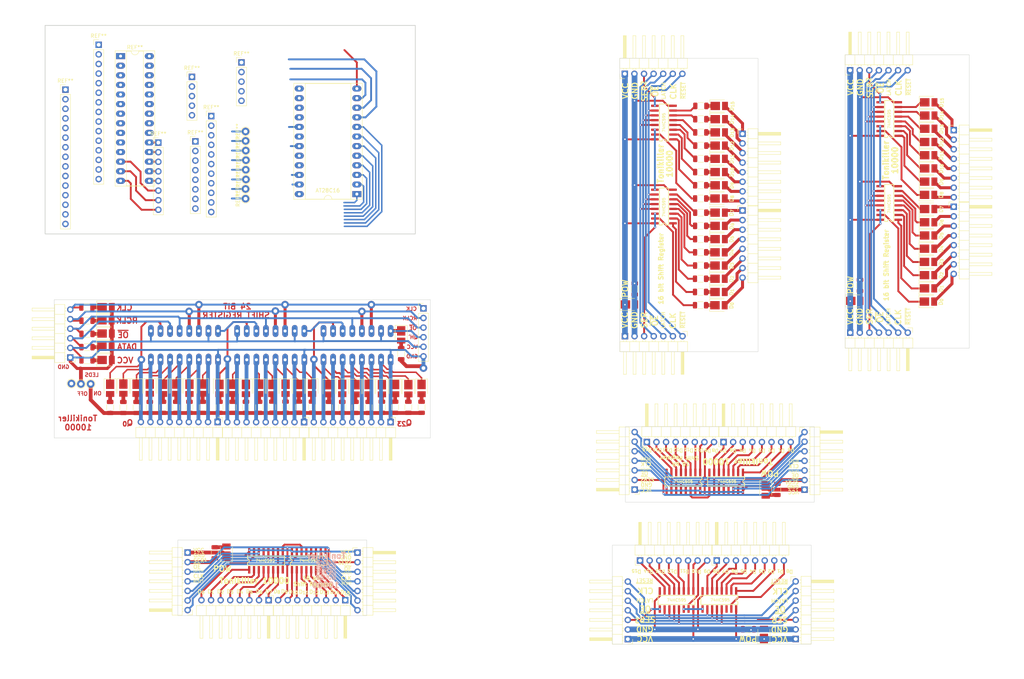
<source format=kicad_pcb>
(kicad_pcb (version 20211014) (generator pcbnew)
  (layers (0 "F.Cu" signal) (31 "B.Cu" signal) (34 "B.Paste" user) (35 "F.Paste" user) (36 "B.SilkS" user "B.Silkscreen") (37 "F.SilkS" user "F.Silkscreen") (38 "B.Mask" user) (39 "F.Mask" user) (44 "Edge.Cuts" user))
  (net 0 "")
  (footprint "" (layer "F.Cu") (at 105.885 94.3925)
    (fp_text reference "")
    (fp_text value "")
  )
  (footprint "LED_SMD:LED_PLCC_2835_Handsoldering" (layer "F.Cu") (at 200.4572 68.245)
    (fp_text reference "REF**" hide)
    (fp_text value "LED_PLCC_2835_Handsoldering")
  )
  (footprint "" (layer "F.Cu") (at 108.425 107.1925 90)
    (fp_text reference "")
    (fp_text value "")
  )
  (footprint "Resistor_SMD:R_1206_3216Metric" (layer "F.Cu") (at 82.185 119.7425 90)
    (fp_text reference "1K" hide)
    (fp_text value "R_1206_3216Metric")
  )
  (footprint "" (layer "F.Cu") (at 65.265 99.5525 90)
    (fp_text reference "")
    (fp_text value "")
  )
  (footprint "Resistor_SMD:R_1206_3216Metric" (layer "F.Cu") (at 195.5572 82.245)
    (fp_text reference "1K" hide)
    (fp_text value "R_1206_3216Metric")
  )
  (footprint "Resistor_SMD:R_1206_3216Metric" (layer "F.Cu") (at 53.235 119.78 90)
    (fp_text reference "1K" hide)
    (fp_text value "R_1206_3216Metric")
  )
  (footprint "74HC595" (layer "F.Cu") (at 185.8547 44.3925 90)
    (fp_text reference "REF**" hide)
    (fp_text value "74HC595")
  )
  (footprint "LED_SMD:LED_PLCC_2835_Handsoldering" (layer "F.Cu") (at 38.11 103.7425)
    (fp_text reference "REF**" hide)
    (fp_text value "LED_PLCC_2835_Handsoldering")
  )
  (footprint "LED_SMD:LED_PLCC_2835_Handsoldering" (layer "F.Cu") (at 255.8997 63.535)
    (fp_text reference "REF**" hide)
    (fp_text value "LED_PLCC_2835_Handsoldering")
  )
  (footprint "LED_SMD:LED_PLCC_2835_Handsoldering" (layer "F.Cu") (at 71.685 114.7175 -90)
    (fp_text reference "REF**" hide)
    (fp_text value "LED_PLCC_2835_Handsoldering")
  )
  (footprint "LED_SMD:LED_PLCC_2835_Handsoldering" (layer "F.Cu") (at 200.4947 43.495)
    (fp_text reference "REF**" hide)
    (fp_text value "LED_PLCC_2835_Handsoldering")
  )
  (footprint "LED_SMD:LED_PLCC_2835_Handsoldering" (layer "F.Cu") (at 116.285 100.5925 -90)
    (fp_text reference "REF**" hide)
    (fp_text value "LED_PLCC_2835_Handsoldering")
  )
  (footprint "LED_SMD:LED_PLCC_2835_Handsoldering" (layer "F.Cu") (at 82.185 114.7675 -90)
    (fp_text reference "REF**" hide)
    (fp_text value "LED_PLCC_2835_Handsoldering")
  )
  (footprint "" (layer "F.Cu") (at 100.805 99.5725 90)
    (fp_text reference "")
    (fp_text value "")
  )
  (footprint "" (layer "F.Cu") (at 80.485 99.5725 90)
    (fp_text reference "")
    (fp_text value "")
  )
  (footprint "LED_SMD:LED_PLCC_2835_Handsoldering" (layer "F.Cu") (at 255.9247 60.035)
    (fp_text reference "REF**" hide)
    (fp_text value "LED_PLCC_2835_Handsoldering")
  )
  (footprint "LED_SMD:LED_PLCC_2835_Handsoldering" (layer "F.Cu") (at 85.685 114.7175 -90)
    (fp_text reference "REF**" hide)
    (fp_text value "LED_PLCC_2835_Handsoldering")
  )
  (footprint "" (layer "F.Cu") (at 98.265 99.5725 90)
    (fp_text reference "")
    (fp_text value "")
  )
  (footprint "" (layer "F.Cu") (at 67.805 99.5525 90)
    (fp_text reference "")
    (fp_text value "")
  )
  (footprint "Connector_PinHeader_2.54mm:PinHeader_1x07_P2.54mm_Horizontal" (layer "F.Cu") (at 104.725 158.24)
    (fp_text reference "REF**" hide)
    (fp_text value "PinHeader_1x07_P2.54mm_Horizontal")
  )
  (footprint "Resistor_SMD:R_1206_3216Metric" (layer "F.Cu") (at 66.95 158.29 -90)
    (fp_text reference "1K" hide)
    (fp_text value "R_1206_3216Metric")
  )
  (footprint "" (layer "F.Cu") (at 122.185 109.3925)
    (fp_text reference "")
    (fp_text value "")
  )
  (footprint "" (layer "F.Cu") (at 77.945 99.5725 90)
    (fp_text reference "")
    (fp_text value "")
  )
  (footprint "" (layer "F.Cu") (at 90.645 99.5725 90)
    (fp_text reference "")
    (fp_text value "")
  )
  (footprint "Resistor_SMD:R_1206_3216Metric" (layer "F.Cu") (at 33.11 103.8425 180)
    (fp_text reference "1K" hide)
    (fp_text value "R_1206_3216Metric")
  )
  (footprint "LED_SMD:LED_PLCC_2835_Handsoldering" (layer "F.Cu") (at 255.8622 91.785)
    (fp_text reference "REF**" hide)
    (fp_text value "LED_PLCC_2835_Handsoldering")
  )
  (footprint "" (layer "F.Cu") (at 62.725 107.1725 90)
    (fp_text reference "")
    (fp_text value "")
  )
  (footprint "LED_SMD:LED_PLCC_2835_Handsoldering" (layer "F.Cu") (at 97.185 114.83 -90)
    (fp_text reference "REF**" hide)
    (fp_text value "LED_PLCC_2835_Handsoldering")
  )
  (footprint "Resistor_SMD:R_1206_3216Metric" (layer "F.Cu") (at 121.685 119.7675 90)
    (fp_text reference "1K" hide)
    (fp_text value "R_1206_3216Metric")
  )
  (footprint "" (layer "F.Cu") (at 103.345 107.1925 90)
    (fp_text reference "")
    (fp_text value "")
  )
  (footprint "Resistor_SMD:R_1206_3216Metric" (layer "F.Cu") (at 195.5697 60.995)
    (fp_text reference "1K" hide)
    (fp_text value "R_1206_3216Metric")
  )
  (footprint "TestPoint:TestPoint_THTPad_D2.0mm_Drill1.0mm" (layer "F.Cu") (at 75.11 49.25 90)
    (fp_text reference "REF**")
    (fp_text value "TestPoint_THTPad_D2.0mm_Drill1.0mm")
  )
  (footprint "74HC595" (layer "F.Cu") (at 202.3197 139.4097 180)
    (fp_text reference "REF**" hide)
    (fp_text value "74HC595")
  )
  (footprint "Resistor_SMD:R_1206_3216Metric" (layer "F.Cu") (at 195.5572 75.245)
    (fp_text reference "1K" hide)
    (fp_text value "R_1206_3216Metric")
  )
  (footprint "Resistor_SMD:R_1206_3216Metric" (layer "F.Cu") (at 195.5697 57.495)
    (fp_text reference "1K" hide)
    (fp_text value "R_1206_3216Metric")
  )
  (footprint "Connector_PinHeader_2.54mm:PinHeader_1x07_P2.54mm_Horizontal" (layer "F.Cu") (at 175.4947 31.485 90)
    (fp_text reference "REF**" hide)
    (fp_text value "PinHeader_1x07_P2.54mm_Horizontal")
  )
  (footprint "Resistor_SMD:R_1206_3216Metric" (layer "F.Cu") (at 85.685 119.7425 90)
    (fp_text reference "1K" hide)
    (fp_text value "R_1206_3216Metric")
  )
  (footprint "TestPoint:TestPoint_THTPad_D2.0mm_Drill1.0mm" (layer "F.Cu") (at 28.985 113.4925 180)
    (fp_text reference "REF**" hide)
    (fp_text value "TestPoint_THTPad_D2.0mm_Drill1.0mm")
  )
  (footprint "LED_SMD:LED_PLCC_2835_Handsoldering" (layer "F.Cu") (at 39.235 114.7175 -90)
    (fp_text reference "REF**" hide)
    (fp_text value "LED_PLCC_2835_Handsoldering")
  )
  (footprint "" (layer "F.Cu") (at 52.565 107.1725 90)
    (fp_text reference "")
    (fp_text value "")
  )
  (footprint "LED_SMD:LED_PLCC_2835_Handsoldering" (layer "F.Cu") (at 104.185 114.83 -90)
    (fp_text reference "REF**" hide)
    (fp_text value "LED_PLCC_2835_Handsoldering")
  )
  (footprint "Connector_PinHeader_2.54mm:PinHeader_1x08_P2.54mm_Horizontal" (layer "F.Cu") (at 179.528828 160.3353 90)
    (fp_text reference "REF**" hide)
    (fp_text value "PinHeader_1x08_P2.54mm_Horizontal")
  )
  (footprint "Connector_PinHeader_2.54mm:PinHeader_1x08_P2.54mm_Horizontal" (layer "F.Cu") (at 181.328828 128.9725 90)
    (fp_text reference "REF**" hide)
    (fp_text value "PinHeader_1x08_P2.54mm_Horizontal")
  )
  (footprint "" (layer "F.Cu") (at 80.485 107.1925 90)
    (fp_text reference "")
    (fp_text value "")
  )
  (footprint "Resistor_SMD:R_1206_3216Metric" (layer "F.Cu") (at 195.5572 78.745)
    (fp_text reference "1K" hide)
    (fp_text value "R_1206_3216Metric")
  )
  (footprint "" (layer "F.Cu") (at 47.505 107.1525)
    (fp_text reference "")
    (fp_text value "")
  )
  (footprint "LED_SMD:LED_PLCC_2835_Handsoldering" (layer "F.Cu") (at 70.025 158.14 90)
    (fp_text reference "REF**" hide)
    (fp_text value "LED_PLCC_2835_Handsoldering")
  )
  (footprint "" (layer "F.Cu") (at 65.265 107.1725 90)
    (fp_text reference "")
    (fp_text value "")
  )
  (footprint "Resistor_SMD:R_1206_3216Metric" (layer "F.Cu") (at 33.0725 93.3425 180)
    (fp_text reference "1K" hide)
    (fp_text value "R_1206_3216Metric")
  )
  (footprint "Resistor_SMD:R_1206_3216Metric" (layer "F.Cu") (at 68.185 119.78 90)
    (fp_text reference "1K" hide)
    (fp_text value "R_1206_3216Metric")
  )
  (footprint "Resistor_SMD:R_1206_3216Metric" (layer "F.Cu") (at 104.185 119.805 90)
    (fp_text reference "1K" hide)
    (fp_text value "R_1206_3216Metric")
  )
  (footprint "Resistor_SMD:R_1206_3216Metric" (layer "F.Cu") (at 195.5822 68.245)
    (fp_text reference "1K" hide)
    (fp_text value "R_1206_3216Metric")
  )
  (footprint "LED_SMD:LED_PLCC_2835_Handsoldering" (layer "F.Cu") (at 236.3622 91.61)
    (fp_text reference "REF**" hide)
    (fp_text value "LED_PLCC_2835_Handsoldering")
  )
  (footprint "" (layer "F.Cu") (at 83.025 107.1925 90)
    (fp_text reference "")
    (fp_text value "")
  )
  (footprint "LED_SMD:LED_PLCC_2835_Handsoldering" (layer "F.Cu") (at 255.9247 49.535)
    (fp_text reference "REF**" hide)
    (fp_text value "LED_PLCC_2835_Handsoldering")
  )
  (footprint "Resistor_SMD:R_1206_3216Metric" (layer "F.Cu") (at 89.185 119.7425 90)
    (fp_text reference "1K" hide)
    (fp_text value "R_1206_3216Metric")
  )
  (footprint "LED_SMD:LED_PLCC_2835_Handsoldering" (layer "F.Cu") (at 200.4697 57.495)
    (fp_text reference "REF**" hide)
    (fp_text value "LED_PLCC_2835_Handsoldering")
  )
  (footprint "Connector_PinHeader_2.54mm:PinHeader_1x08_P2.54mm_Horizontal" (layer "F.Cu") (at 206.6572 47.37)
    (fp_text reference "REF**" hide)
    (fp_text value "PinHeader_1x08_P2.54mm_Horizontal")
  )
  (footprint "" (layer "F.Cu") (at 93.185 107.0925)
    (fp_text reference "")
    (fp_text value "")
  )
  (footprint "LED_SMD:LED_PLCC_2835_Handsoldering" (layer "F.Cu") (at 255.9122 70.785)
    (fp_text reference "REF**" hide)
    (fp_text value "LED_PLCC_2835_Handsoldering")
  )
  (footprint "LED_SMD:LED_PLCC_2835_Handsoldering" (layer "F.Cu") (at 255.9497 42.535)
    (fp_text reference "REF**" hide)
    (fp_text value "LED_PLCC_2835_Handsoldering")
  )
  (footprint "LED_SMD:LED_PLCC_2835_Handsoldering" (layer "F.Cu") (at 114.685 114.78 -90)
    (fp_text reference "REF**" hide)
    (fp_text value "LED_PLCC_2835_Handsoldering")
  )
  (footprint "Connector_PinHeader_2.54mm:PinHeader_1x15_P2.54mm_Vertical" (layer "F.Cu") (at 36.2 23.8)
    (fp_text reference "REF**")
    (fp_text value "PinHeader_1x15_P2.54mm_Vertical")
  )
  (footprint "LED_SMD:LED_PLCC_2835_Handsoldering" (layer "F.Cu") (at 200.4322 89.245)
    (fp_text reference "REF**" hide)
    (fp_text value "LED_PLCC_2835_Handsoldering")
  )
  (footprint "" (layer "F.Cu") (at 103.345 99.5725 90)
    (fp_text reference "")
    (fp_text value "")
  )
  (footprint "Connector_PinHeader_2.54mm:PinHeader_1x09_P2.54mm_Horizontal" (layer "F.Cu") (at 113.485 123.6925 -90)
    (fp_text reference "REF**" hide)
    (fp_text value "PinHeader_1x09_P2.54mm_Horizontal")
  )
  (footprint "LED_SMD:LED_PLCC_2835_Handsoldering" (layer "F.Cu") (at 176.7197 92.545)
    (fp_text reference "REF**" hide)
    (fp_text value "LED_PLCC_2835_Handsoldering")
  )
  (footprint "LED_SMD:LED_PLCC_2835_Handsoldering" (layer "F.Cu") (at 200.4572 71.745)
    (fp_text reference "REF**" hide)
    (fp_text value "LED_PLCC_2835_Handsoldering")
  )
  (footprint "LED_SMD:LED_PLCC_2835_Handsoldering" (layer "F.Cu") (at 212.7947 141.6594 -90)
    (fp_text reference "REF**" hide)
    (fp_text value "LED_PLCC_2835_Handsoldering")
  )
  (footprint "Resistor_SMD:R_1206_3216Metric" (layer "F.Cu") (at 33.11 107.3425 180)
    (fp_text reference "1K" hide)
    (fp_text value "R_1206_3216Metric")
  )
  (footprint "LED_SMD:LED_PLCC_2835_Handsoldering" (layer "F.Cu") (at 255.9497 39.035)
    (fp_text reference "REF**" hide)
    (fp_text value "LED_PLCC_2835_Handsoldering")
  )
  (footprint "Connector_PinHeader_2.54mm:PinHeader_1x06_P2.54mm_Vertical" (layer "F.Cu") (at 122.185 93.5925)
    (fp_text reference "REF**" hide)
    (fp_text value "PinHeader_1x06_P2.54mm_Vertical")
  )
  (footprint "" (layer "F.Cu") (at 85.565 99.5725 90)
    (fp_text reference "")
    (fp_text value "")
  )
  (footprint "" (layer "F.Cu") (at 57.645 99.5525 90)
    (fp_text reference "")
    (fp_text value "")
  )
  (footprint "Resistor_SMD:R_1206_3216Metric" (layer "F.Cu") (at 49.735 119.8175 90)
    (fp_text reference "1K" hide)
    (fp_text value "R_1206_3216Metric")
  )
  (footprint "" (layer "F.Cu") (at 90.645 107.1925 90)
    (fp_text reference "")
    (fp_text value "")
  )
  (footprint "TestPoint:TestPoint_THTPad_D2.0mm_Drill1.0mm" (layer "F.Cu") (at 75.09 61.97 90)
    (fp_text reference "REF**")
    (fp_text value "TestPoint_THTPad_D2.0mm_Drill1.0mm")
  )
  (footprint "" (layer "F.Cu") (at 75.405 107.1925 90)
    (fp_text reference "")
    (fp_text value "")
  )
  (footprint "LED_SMD:LED_PLCC_2835_Handsoldering" (layer "F.Cu") (at 255.9122 74.285)
    (fp_text reference "REF**" hide)
    (fp_text value "LED_PLCC_2835_Handsoldering")
  )
  (footprint "Package_DIP:DIP-28_W7.62mm_Socket_LongPads" (layer "F.Cu") (at 42 26.8)
    (fp_text reference "REF**")
    (fp_text value "DIP-28_W7.62mm_Socket_LongPads")
  )
  (footprint "LED_SMD:LED_PLCC_2835_Handsoldering" (layer "F.Cu") (at 75.185 114.7675 -90)
    (fp_text reference "REF**" hide)
    (fp_text value "LED_PLCC_2835_Handsoldering")
  )
  (footprint "74HC595" (layer "F.Cu") (at 189.1972 170.7878 180)
    (fp_text reference "REF**" hide)
    (fp_text value "74HC595")
  )
  (footprint "LED_SMD:LED_PLCC_2835_Handsoldering" (layer "F.Cu") (at 200.4447 64.495)
    (fp_text reference "REF**" hide)
    (fp_text value "LED_PLCC_2835_Handsoldering")
  )
  (footprint "74HC595" (layer "F.Cu") (at 245.4972 43.4575 90)
    (fp_text reference "REF**" hide)
    (fp_text value "74HC595")
  )
  (footprint "" (layer "F.Cu") (at 85.565 107.1925 90)
    (fp_text reference "")
    (fp_text value "")
  )
  (footprint "Resistor_SMD:R_1206_3216Metric" (layer "F.Cu") (at 75.185 119.78 90)
    (fp_text reference "1K" hide)
    (fp_text value "R_1206_3216Metric")
  )
  (footprint "Resistor_SMD:R_1206_3216Metric" (layer "F.Cu") (at 195.5572 71.745)
    (fp_text reference "1K" hide)
    (fp_text value "R_1206_3216Metric")
  )
  (footprint "Resistor_SMD:R_1206_3216Metric" (layer "F.Cu") (at 178.1197 88.445 -90)
    (fp_text reference "1K" hide)
    (fp_text value "R_1206_3216Metric")
  )
  (footprint "" (layer "F.Cu") (at 60.185 99.5525 90)
    (fp_text reference "")
    (fp_text value "")
  )
  (footprint "Connector_PinHeader_2.54mm:PinHeader_1x08_P2.54mm_Horizontal" (layer "F.Cu") (at 101.490872 170.8269 -90)
    (fp_text reference "REF**" hide)
    (fp_text value "PinHeader_1x08_P2.54mm_Horizontal")
  )
  (footprint "Connector_PinHeader_2.54mm:PinHeader_1x09_P2.54mm_Horizontal" (layer "F.Cu") (at 67.695 123.6675 -90)
    (fp_text reference "REF**" hide)
    (fp_text value "PinHeader_1x09_P2.54mm_Horizontal")
  )
  (footprint "TestPoint:TestPoint_THTPad_D2.0mm_Drill1.0mm" (layer "F.Cu") (at 75.15 51.81 90)
    (fp_text reference "REF**")
    (fp_text value "TestPoint_THTPad_D2.0mm_Drill1.0mm")
  )
  (footprint "LED_SMD:LED_PLCC_2835_Handsoldering" (layer "F.Cu") (at 111.185 114.83 -90)
    (fp_text reference "REF**" hide)
    (fp_text value "LED_PLCC_2835_Handsoldering")
  )
  (footprint "" (layer "F.Cu") (at 60.145 94.39125)
    (fp_text reference "")
    (fp_text value "")
  )
  (footprint "Resistor_SMD:R_1206_3216Metric" (layer "F.Cu") (at 71.685 119.78 90)
    (fp_text reference "1K" hide)
    (fp_text value "R_1206_3216Metric")
  )
  (footprint "" (layer "F.Cu") (at 113.505 99.5725 90)
    (fp_text reference "")
    (fp_text value "")
  )
  (footprint "LED_SMD:LED_PLCC_2835_Handsoldering" (layer "F.Cu") (at 255.9247 56.535)
    (fp_text reference "REF**" hide)
    (fp_text value "LED_PLCC_2835_Handsoldering")
  )
  (footprint "" (layer "F.Cu") (at 108.385 92.5925)
    (fp_text reference "")
    (fp_text value "")
  )
  (footprint "LED_SMD:LED_PLCC_2835_Handsoldering" (layer "F.Cu") (at 92.685 114.7175 -90)
    (fp_text reference "REF**" hide)
    (fp_text value "LED_PLCC_2835_Handsoldering")
  )
  (footprint "TestPoint:TestPoint_THTPad_D2.0mm_Drill1.0mm" (layer "F.Cu") (at 34.085 113.5925 180)
    (fp_text reference "REF**" hide)
    (fp_text value "TestPoint_THTPad_D2.0mm_Drill1.0mm")
  )
  (footprint "" (layer "F.Cu") (at 77.945 107.1925 90)
    (fp_text reference "")
    (fp_text value "")
  )
  (footprint "Resistor_SMD:R_1206_3216Metric" (layer "F.Cu") (at 92.685 119.7425 90)
    (fp_text reference "1K" hide)
    (fp_text value "R_1206_3216Metric")
  )
  (footprint "Resistor_SMD:R_1206_3216Metric" (layer "F.Cu") (at 33.11 100.3425 180)
    (fp_text reference "1K" hide)
    (fp_text value "R_1206_3216Metric")
  )
  (footprint "Connector_PinHeader_2.54mm:PinHeader_1x08_P2.54mm_Vertical" (layer "F.Cu") (at 61.81 49.375)
    (fp_text reference "REF**")
    (fp_text value "PinHeader_1x08_P2.54mm_Vertical")
  )
  (footprint "Resistor_SMD:R_1206_3216Metric" (layer "F.Cu") (at 116.285 105.58 90)
    (fp_text reference "1K" hide)
    (fp_text value "R_1206_3216Metric")
  )
  (footprint "" (layer "F.Cu") (at 55.105 99.5525 90)
    (fp_text reference "")
    (fp_text value "")
  )
  (footprint "TestPoint:TestPoint_THTPad_D2.0mm_Drill1.0mm" (layer "F.Cu") (at 75.19 59.45 90)
    (fp_text reference "REF**")
    (fp_text value "TestPoint_THTPad_D2.0mm_Drill1.0mm")
  )
  (footprint "LED_SMD:LED_PLCC_2835_Handsoldering" (layer "F.Cu") (at 200.4322 85.745)
    (fp_text reference "REF**" hide)
    (fp_text value "LED_PLCC_2835_Handsoldering")
  )
  (footprint "LED_SMD:LED_PLCC_2835_Handsoldering" (layer "F.Cu") (at 78.685 114.7175 -90)
    (fp_text reference "REF**" hide)
    (fp_text value "LED_PLCC_2835_Handsoldering")
  )
  (footprint "LED_SMD:LED_PLCC_2835_Handsoldering" (layer "F.Cu") (at 89.185 114.7675 -90)
    (fp_text reference "REF**" hide)
    (fp_text value "LED_PLCC_2835_Handsoldering")
  )
  (footprint "LED_SMD:LED_PLCC_2835_Handsoldering" (layer "F.Cu") (at 255.8872 88.285)
    (fp_text reference "REF**" hide)
    (fp_text value "LED_PLCC_2835_Handsoldering")
  )
  (footprint "LED_SMD:LED_PLCC_2835_Handsoldering" (layer "F.Cu") (at 63.735 114.6675 -90)
    (fp_text reference "REF**" hide)
    (fp_text value "LED_PLCC_2835_Handsoldering")
  )
  (footprint "Resistor_SMD:R_1206_3216Metric" (layer "F.Cu") (at 215.8697 141.5094 90)
    (fp_text reference "1K" hide)
    (fp_text value "R_1206_3216Metric")
  )
  (footprint "LED_SMD:LED_PLCC_2835_Handsoldering" (layer "F.Cu") (at 255.9247 53.035)
    (fp_text reference "REF**" hide)
    (fp_text value "LED_PLCC_2835_Handsoldering")
  )
  (footprint "" (layer "F.Cu") (at 110.965 107.1925 90)
    (fp_text reference "")
    (fp_text value "")
  )
  (footprint "" (layer "F.Cu") (at 98.265 107.1925 90)
    (fp_text reference "")
    (fp_text value "")
  )
  (footprint "Connector_PinHeader_2.54mm:PinHeader_1x09_P2.54mm_Horizontal" (layer "F.Cu") (at 90.585 123.6925 -90)
    (fp_text reference "REF**" hide)
    (fp_text value "PinHeader_1x09_P2.54mm_Horizontal")
  )
  (footprint "Resistor_SMD:R_1206_3216Metric" (layer "F.Cu") (at 33.11 96.8425 180)
    (fp_text reference "1K" hide)
    (fp_text value "R_1206_3216Metric")
  )
  (footprint "LED_SMD:LED_PLCC_2835_Handsoldering" (layer "F.Cu") (at 38.16 107.2425)
    (fp_text reference "REF**" hide)
    (fp_text value "LED_PLCC_2835_Handsoldering")
  )
  (footprint "Resistor_SMD:R_1206_3216Metric" (layer "F.Cu") (at 195.5322 92.745)
    (fp_text reference "1K" hide)
    (fp_text value "R_1206_3216Metric")
  )
  (footprint "Connector_PinHeader_2.54mm:PinHeader_1x08_P2.54mm_Horizontal" (layer "F.Cu") (at 199.828828 160.3353 90)
    (fp_text reference "REF**" hide)
    (fp_text value "PinHeader_1x08_P2.54mm_Horizontal")
  )
  (footprint "LED_SMD:LED_PLCC_2835_Handsoldering" (layer "F.Cu") (at 200.4947 39.995)
    (fp_text reference "REF**" hide)
    (fp_text value "LED_PLCC_2835_Handsoldering")
  )
  (footprint "Resistor_SMD:R_1206_3216Metric" (layer "F.Cu") (at 63.735 119.78 90)
    (fp_text reference "1K" hide)
    (fp_text value "R_1206_3216Metric")
  )
  (footprint "Connector_PinHeader_2.54mm:PinHeader_1x07_P2.54mm_Horizontal" (layer "F.Cu") (at 176.2897 181.1478 180)
    (fp_text reference "REF**" hide)
    (fp_text value "PinHeader_1x07_P2.54mm_Horizontal")
  )
  (footprint "Connector_PinHeader_2.54mm:PinHeader_1x07_P2.54mm_Horizontal" (layer "F.Cu") (at 59.75 173.465 180)
    (fp_text reference "REF**" hide)
    (fp_text value "PinHeader_1x07_P2.54mm_Horizontal")
  )
  (footprint "TestPoint:TestPoint_THTPad_D2.0mm_Drill1.0mm" (layer "F.Cu") (at 75.19 54.35 90)
    (fp_text reference "REF**")
    (fp_text value "TestPoint_THTPad_D2.0mm_Drill1.0mm")
  )
  (footprint "Resistor_SMD:R_1206_3216Metric" (layer "F.Cu") (at 195.5947 50.495)
    (fp_text reference "1K" hide)
    (fp_text value "R_1206_3216Metric")
  )
  (footprint "LED_SMD:LED_PLCC_2835_Handsoldering" (layer "F.Cu") (at 60.235 114.7175 -90)
    (fp_text reference "REF**" hide)
    (fp_text value "LED_PLCC_2835_Handsoldering")
  )
  (footprint "LED_SMD:LED_PLCC_2835_Handsoldering" (layer "F.Cu") (at 49.735 114.6675 -90)
    (fp_text reference "REF**" hide)
    (fp_text value "LED_PLCC_2835_Handsoldering")
  )
  (footprint "74HC595" (layer "F.Cu") (at 185.8572 66.615 90)
    (fp_text reference "REF**" hide)
    (fp_text value "74HC595")
  )
  (footprint "" (layer "F.Cu") (at 72.865 99.5725 90)
    (fp_text reference "")
    (fp_text value "")
  )
  (footprint "74HC595" (layer "F.Cu") (at 190.9972 139.425 180)
    (fp_text reference "REF**" hide)
    (fp_text value "74HC595")
  )
  (footprint "Resistor_SMD:R_1206_3216Metric" (layer "F.Cu") (at 111.185 119.7675 90)
    (fp_text reference "1K" hide)
    (fp_text value "R_1206_3216Metric")
  )
  (footprint "Connector_PinHeader_2.54mm:PinHeader_1x11_P2.54mm_Vertical" (layer "F.Cu") (at 66.01 42.675)
    (fp_text reference "REF**")
    (fp_text value "PinHeader_1x11_P2.54mm_Vertical")
  )
  (footprint "TestPoint:TestPoint_THTPad_D2.0mm_Drill1.0mm" (layer "F.Cu") (at 31.505 113.5925 180)
    (fp_text reference "REF**" hide)
    (fp_text value "TestPoint_THTPad_D2.0mm_Drill1.0mm")
  )
  (footprint "Connector_PinHeader_2.54mm:PinHeader_1x08_P2.54mm_Horizontal" (layer "F.Cu") (at 201.628828 128.9725 90)
    (fp_text reference "REF**" hide)
    (fp_text value "PinHeader_1x08_P2.54mm_Horizontal")
  )
  (footprint "Connector_PinHeader_2.54mm:PinHeader_1x05_P2.54mm_Vertical" (layer "F.Cu") (at 74.01 28.475)
    (fp_text reference "REF**")
    (fp_text value "PinHeader_1x05_P2.54mm_Vertical")
  )
  (footprint "" (layer "F.Cu") (at 100.805 107.1925 90)
    (fp_text reference "")
    (fp_text value "")
  )
  (footprint "Connector_PinHeader_2.54mm:PinHeader_1x15_P2.54mm_Vertical" (layer "F.Cu") (at 27.41 35.675)
    (fp_text reference "REF**")
    (fp_text value "PinHeader_1x15_P2.54mm_Vertical")
  )
  (footprint "Resistor_SMD:R_1206_3216Metric" (layer "F.Cu") (at 100.685 119.805 90)
    (fp_text reference "1K" hide)
    (fp_text value "R_1206_3216Metric")
  )
  (footprint "" (layer "F.Cu") (at 75.405 99.5725 90)
    (fp_text reference "")
    (fp_text value "")
  )
  (footprint "" (layer "F.Cu") (at 50.025 99.5525 90)
    (fp_text reference "")
    (fp_text value "")
  )
  (footprint "Connector_PinHeader_2.54mm:PinHeader_1x08_P2.54mm_Vertical" (layer "F.Cu") (at 52 49.7)
    (fp_text reference "REF**")
    (fp_text value "PinHeader_1x08_P2.54mm_Vertical")
  )
  (footprint "" (layer "F.Cu") (at 105.885 99.5725 90)
    (fp_text reference "")
    (fp_text value "")
  )
  (footprint "Resistor_SMD:R_1206_3216Metric" (layer "F.Cu") (at 237.7622 87.51 -90)
    (fp_text reference "1K" hide)
    (fp_text value "R_1206_3216Metric")
  )
  (footprint "" (layer "F.Cu") (at 88.105 107.1925 90)
    (fp_text reference "")
    (fp_text value "")
  )
  (footprint "Resistor_SMD:R_1206_3216Metric" (layer "F.Cu") (at 114.685 119.7675 90)
    (fp_text reference "1K" hide)
    (fp_text value "R_1206_3216Metric")
  )
  (footprint "Resistor_SMD:R_1206_3216Metric" (layer "F.Cu") (at 39.235 119.8175 90)
    (fp_text reference "1K" hide)
    (fp_text value "R_1206_3216Metric")
  )
  (footprint "" (layer "F.Cu") (at 105.885 107.1925 90)
    (fp_text reference "")
    (fp_text value "")
  )
  (footprint "LED_SMD:LED_PLCC_2835_Handsoldering" (layer "F.Cu") (at 53.235 114.7175 -90)
    (fp_text reference "REF**" hide)
    (fp_text value "LED_PLCC_2835_Handsoldering")
  )
  (footprint "" (layer "F.Cu") (at 67.805 107.1725 90)
    (fp_text reference "")
    (fp_text value "")
  )
  (footprint "" (layer "F.Cu") (at 113.505 107.1925 90)
    (fp_text reference "")
    (fp_text value "")
  )
  (footprint "LED_SMD:LED_PLCC_2835_Handsoldering" (layer "F.Cu") (at 68.185 114.7675 -90)
    (fp_text reference "REF**" hide)
    (fp_text value "LED_PLCC_2835_Handsoldering")
  )
  (footprint "LED_SMD:LED_PLCC_2835_Handsoldering" (layer "F.Cu") (at 200.4697 60.995)
    (fp_text reference "REF**" hide)
    (fp_text value "LED_PLCC_2835_Handsoldering")
  )
  (footprint "Resistor_SMD:R_1206_3216Metric" (layer "F.Cu") (at 195.6197 39.995)
    (fp_text reference "1K" hide)
    (fp_text value "R_1206_3216Metric")
  )
  (footprint "Resistor_SMD:R_1206_3216Metric" (layer "F.Cu") (at 56.735 119.78 90)
    (fp_text reference "1K" hide)
    (fp_text value "R_1206_3216Metric")
  )
  (footprint "Package_DIP:DIP-24_W15.24mm_Socket_LongPads" (layer "F.Cu") (at 104.55 63.33 180)
    (fp_text reference "AT28C16")
    (fp_text value "DIP-24_W15.24mm_Socket_LongPads")
  )
  (footprint "LED_SMD:LED_PLCC_2835_Handsoldering" (layer "F.Cu") (at 56.735 114.6675 -90)
    (fp_text reference "REF**" hide)
    (fp_text value "LED_PLCC_2835_Handsoldering")
  )
  (footprint "" (layer "F.Cu") (at 110.965 99.5725 90)
    (fp_text reference "")
    (fp_text value "")
  )
  (footprint "LED_SMD:LED_PLCC_2835_Handsoldering" (layer "F.Cu") (at 38.11 96.7425)
    (fp_text reference "REF**" hide)
    (fp_text value "LED_PLCC_2835_Handsoldering")
  )
  (footprint "Connector_PinHeader_2.54mm:PinHeader_1x08_P2.54mm_Horizontal" (layer "F.Cu") (at 262.5747 66.685)
    (fp_text reference "REF**" hide)
    (fp_text value "PinHeader_1x08_P2.54mm_Horizontal")
  )
  (footprint "LED_SMD:LED_PLCC_2835_Handsoldering" (layer "F.Cu") (at 200.4572 75.245)
    (fp_text reference "REF**" hide)
    (fp_text value "LED_PLCC_2835_Handsoldering")
  )
  (footprint "Resistor_SMD:R_1206_3216Metric" (layer "F.Cu") (at 60.235 119.78 90)
    (fp_text reference "1K" hide)
    (fp_text value "R_1206_3216Metric")
  )
  (footprint "74HC595" (layer "F.Cu") (at 200.5197 170.7725 180)
    (fp_text reference "REF**" hide)
    (fp_text value "74HC595")
  )
  (footprint "Connector_PinHeader_2.54mm:PinHeader_1x07_P2.54mm_Horizontal" (layer "F.Cu") (at 190.7697 100.945 -90)
    (fp_text reference "REF**" hide)
    (fp_text value "PinHeader_1x07_P2.54mm_Horizontal")
  )
  (footprint "LED_SMD:LED_PLCC_2835_Handsoldering" (layer "F.Cu") (at 38.16 93.2425)
    (fp_text reference "REF**" hide)
    (fp_text value "LED_PLCC_2835_Handsoldering")
  )
  (footprint "" (layer "F.Cu") (at 62.745 92.59125)
    (fp_text reference "")
    (fp_text value "")
  )
  (footprint "Connector_PinHeader_2.54mm:PinHeader_1x08_P2.54mm_Horizontal" (layer "F.Cu") (at 206.6572 67.67)
    (fp_text reference "REF**" hide)
    (fp_text value "PinHeader_1x08_P2.54mm_Horizontal")
  )
  (footprint "" (layer "F.Cu") (at 72.865 107.1925 90)
    (fp_text reference "")
    (fp_text value "")
  )
  (footprint "Resistor_SMD:R_1206_3216Metric" (layer "F.Cu") (at 195.5947 53.995)
    (fp_text reference "1K" hide)
    (fp_text value "R_1206_3216Metric")
  )
  (footprint "" (layer "F.Cu") (at 95.725 99.5725 90)
    (fp_text reference "")
    (fp_text value "")
  )
  (footprint "LED_SMD:LED_PLCC_2835_Handsoldering" (layer "F.Cu") (at 38.16 100.2425)
    (fp_text reference "REF**" hide)
    (fp_text value "LED_PLCC_2835_Handsoldering")
  )
  (footprint "" (layer "F.Cu") (at 95.725 107.1925 90)
    (fp_text reference "")
    (fp_text value "")
  )
  (footprint "Resistor_SMD:R_1206_3216Metric" (layer "F.Cu") (at 78.685 119.78 90)
    (fp_text reference "1K" hide)
    (fp_text value "R_1206_3216Metric")
  )
  (footprint "LED_SMD:LED_PLCC_2835_Handsoldering" (layer "F.Cu") (at 255.9497 46.035)
    (fp_text reference "REF**" hide)
    (fp_text value "LED_PLCC_2835_Handsoldering")
  )
  (footprint "" (layer "F.Cu") (at 60.185 107.1725 90)
    (fp_text reference "")
    (fp_text value "")
  )
  (footprint "" (layer "F.Cu") (at 85.545 92.59125)
    (fp_text reference "")
    (fp_text value "")
  )
  (footprint "TestPoint:TestPoint_THTPad_D2.0mm_Drill1.0mm" (layer "F.Cu") (at 75.15 56.89 90)
    (fp_text reference "REF**")
    (fp_text value "TestPoint_THTPad_D2.0mm_Drill1.0mm")
  )
  (footprint "LED_SMD:LED_PLCC_2835_Handsoldering" (layer "F.Cu") (at 212.3247 179.9228 90)
    (fp_text reference "REF**" hide)
    (fp_text value "LED_PLCC_2835_Handsoldering")
  )
  (footprint "Connector_PinHeader_2.54mm:PinHeader_1x08_P2.54mm_Horizontal" (layer "F.Cu") (at 262.5747 46.385)
    (fp_text reference "REF**" hide)
    (fp_text value "PinHeader_1x08_P2.54mm_Horizontal")
  )
  (footprint "74HC595" (layer "F.Cu") (at 80.5 160.3897)
    (fp_text reference "REF**" hide)
    (fp_text value "74HC595")
  )
  (footprint "Resistor_SMD:R_1206_3216Metric" (layer "F.Cu") (at 195.5322 85.745)
    (fp_text reference "1K" hide)
    (fp_text value "R_1206_3216Metric")
  )
  (footprint "Resistor_SMD:R_1206_3216Metric" (layer "F.Cu") (at 195.5947 46.995)
    (fp_text reference "1K" hide)
    (fp_text value "R_1206_3216Metric")
  )
  (footprint "Connector_PinHeader_2.54mm:PinHeader_1x05_P2.54mm_Vertical" (layer "F.Cu") (at 60.9 32.3)
    (fp_text reference "REF**")
    (fp_text value "PinHeader_1x05_P2.54mm_Vertical")
  )
  (footprint "Resistor_SMD:R_1206_3216Metric" (layer "F.Cu") (at 195.5947 43.495)
    (fp_text reference "1K" hide)
    (fp_text value "R_1206_3216Metric")
  )
  (footprint "Connector_PinHeader_2.54mm:PinHeader_1x07_P2.54mm_Horizontal" (layer "F.Cu") (at 250.4122 100.01 -90)
    (fp_text reference "REF**" hide)
    (fp_text value "PinHeader_1x07_P2.54mm_Horizontal")
  )
  (footprint "" (layer "F.Cu") (at 57.645 107.1725 90)
    (fp_text reference "")
    (fp_text value "")
  )
  (footprint "Resistor_SMD:R_1206_3216Metric" (layer "F.Cu") (at 208.2247 178.5228)
    (fp_text reference "1K" hide)
    (fp_text value "R_1206_3216Metric")
  )
  (footprint "Connector_PinHeader_2.54mm:PinHeader_1x06_P2.54mm_Horizontal" (layer "F.Cu") (at 28.685 106.5925 180)
    (fp_text reference "REF**" hide)
    (fp_text value "PinHeader_1x06_P2.54mm_Horizontal")
  )
  (footprint "74HC595" (layer "F.Cu") (at 245.4997 65.68 90)
    (fp_text reference "REF**" hide)
    (fp_text value "74HC595")
  )
  (footprint "TestPoint:TestPoint_THTPad_D2.0mm_Drill1.0mm" (layer "F.Cu") (at 75.09 46.75 90)
    (fp_text reference "REF**")
    (fp_text value "TestPoint_THTPad_D2.0mm_Drill1.0mm")
  )
  (footprint "74HC595" (layer "F.Cu") (at 91.8225 160.3744)
    (fp_text reference "REF**" hide)
    (fp_text value "74HC595")
  )
  (footprint "Connector_PinHeader_2.54mm:PinHeader_1x08_P2.54mm_Horizontal" (layer "F.Cu") (at 81.190872 170.8269 -90)
    (fp_text reference "REF**" hide)
    (fp_text value "PinHeader_1x08_P2.54mm_Horizontal")
  )
  (footprint "LED_SMD:LED_PLCC_2835_Handsoldering" (layer "F.Cu") (at 200.4322 82.245)
    (fp_text reference "REF**" hide)
    (fp_text value "LED_PLCC_2835_Handsoldering")
  )
  (footprint "TestPoint:TestPoint_THTPad_D2.0mm_Drill1.0mm" (layer "F.Cu") (at 75.09 64.55 90)
    (fp_text reference "REF**")
    (fp_text value "TestPoint_THTPad_D2.0mm_Drill1.0mm")
  )
  (footprint "LED_SMD:LED_PLCC_2835_Handsoldering" (layer "F.Cu") (at 118.185 114.83 -90)
    (fp_text reference "REF**" hide)
    (fp_text value "LED_PLCC_2835_Handsoldering")
  )
  (footprint "LED_SMD:LED_PLCC_2835_Handsoldering" (layer "F.Cu") (at 107.685 114.78 -90)
    (fp_text reference "REF**" hide)
    (fp_text value "LED_PLCC_2835_Handsoldering")
  )
  (footprint "LED_SMD:LED_PLCC_2835_Handsoldering" (layer "F.Cu") (at 200.4322 78.745)
    (fp_text reference "REF**" hide)
    (fp_text value "LED_PLCC_2835_Handsoldering")
  )
  (footprint "LED_SMD:LED_PLCC_2835_Handsoldering" (layer "F.Cu") (at 255.9122 67.285)
    (fp_text reference "REF**" hide)
    (fp_text value "LED_PLCC_2835_Handsoldering")
  )
  (footprint "LED_SMD:LED_PLCC_2835_Handsoldering" (layer "F.Cu") (at 255.8872 77.785)
    (fp_text reference "REF**" hide)
    (fp_text value "LED_PLCC_2835_Handsoldering")
  )
  (footprint "LED_SMD:LED_PLCC_2835_Handsoldering" (layer "F.Cu") (at 255.8872 84.785)
    (fp_text reference "REF**" hide)
    (fp_text value "LED_PLCC_2835_Handsoldering")
  )
  (footprint "" (layer "F.Cu") (at 88.105 99.5725 90)
    (fp_text reference "")
    (fp_text value "")
  )
  (footprint "Resistor_SMD:R_1206_3216Metric" (layer "F.Cu") (at 195.5697 64.495)
    (fp_text reference "1K" hide)
    (fp_text value "R_1206_3216Metric")
  )
  (footprint "" (layer "F.Cu") (at 50.025 107.1725 90)
    (fp_text reference "")
    (fp_text value "")
  )
  (footprint "LED_SMD:LED_PLCC_2835_Handsoldering" (layer "F.Cu") (at 46.235 114.7175 -90)
    (fp_text reference "REF**" hide)
    (fp_text value "LED_PLCC_2835_Handsoldering")
  )
  (footprint "LED_SMD:LED_PLCC_2835_Handsoldering" (layer "F.Cu") (at 200.4697 50.495)
    (fp_text reference "REF**" hide)
    (fp_text value "LED_PLCC_2835_Handsoldering")
  )
  (footprint "Resistor_SMD:R_1206_3216Metric" (layer "F.Cu") (at 107.685 119.805 90)
    (fp_text reference "1K" hide)
    (fp_text value "R_1206_3216Metric")
  )
  (footprint "LED_SMD:LED_PLCC_2835_Handsoldering" (layer "F.Cu") (at 200.4947 46.995)
    (fp_text reference "REF**" hide)
    (fp_text value "LED_PLCC_2835_Handsoldering")
  )
  (footprint "" (layer "F.Cu") (at 55.105 107.1725 90)
    (fp_text reference "")
    (fp_text value "")
  )
  (footprint "" (layer "F.Cu") (at 82.985 94.29125)
    (fp_text reference "")
    (fp_text value "")
  )
  (footprint "LED_SMD:LED_PLCC_2835_Handsoldering" (layer "F.Cu") (at 255.8872 81.285)
    (fp_text reference "REF**" hide)
    (fp_text value "LED_PLCC_2835_Handsoldering")
  )
  (footprint "Connector_PinHeader_2.54mm:PinHeader_1x07_P2.54mm_Horizontal" (layer "F.Cu") (at 178.0947 141.5594 180)
    (fp_text reference "REF**" hide)
    (fp_text value "PinHeader_1x07_P2.54mm_Horizontal")
  )
  (footprint "" (layer "F.Cu") (at 52.565 99.5525 90)
    (fp_text reference "")
    (fp_text value "")
  )
  (footprint "Connector_PinHeader_2.54mm:PinHeader_1x07_P2.54mm_Horizontal" (layer "F.Cu") (at 220.7247 165.8728)
    (fp_text reference "REF**" hide)
    (fp_text value "PinHeader_1x07_P2.54mm_Horizontal")
  )
  (footprint "" (layer "F.Cu") (at 62.725 99.5525 90)
    (fp_text reference "")
    (fp_text value "")
  )
  (footprint "Connector_PinHeader_2.54mm:PinHeader_1x07_P2.54mm_Horizontal" (layer "F.Cu") (at 235.1372 30.55 90)
    (fp_text reference "REF**" hide)
    (fp_text value "PinHeader_1x07_P2.54mm_Horizontal")
  )
  (footprint "Resistor_SMD:R_1206_3216Metric" (layer "F.Cu") (at 46.235 119.8175 90)
    (fp_text reference "1K" hide)
    (fp_text value "R_1206_3216Metric")
  )
  (footprint "LED_SMD:LED_PLCC_2835_Handsoldering" (layer "F.Cu") (at 42.735 114.6675 -90)
    (fp_text reference "REF**" hide)
    (fp_text value "LED_PLCC_2835_Handsoldering")
  )
  (footprint "" (layer "F.Cu") (at 83.025 99.5725 90)
    (fp_text reference "")
    (fp_text value "")
  )
  (footprint "LED_SMD:LED_PLCC_2835_Handsoldering" (layer "F.Cu") (at 200.4697 53.995)
    (fp_text reference "REF**" hide)
    (fp_text value "LED_PLCC_2835_Handsoldering")
  )
  (footprint "LED_SMD:LED_PLCC_2835_Handsoldering" (layer "F.Cu") (at 121.685 114.78 -90)
    (fp_text reference "REF**" hide)
    (fp_text value "LED_PLCC_2835_Handsoldering")
  )
  (footprint "" (layer "F.Cu") (at 108.425 99.5725 90)
    (fp_text reference "")
    (fp_text value "")
  )
  (footprint "LED_SMD:LED_PLCC_2835_Handsoldering" (layer "F.Cu") (at 100.685 114.78 -90)
    (fp_text reference "REF**" hide)
    (fp_text value "LED_PLCC_2835_Handsoldering")
  )
  (footprint "LED_SMD:LED_PLCC_2835_Handsoldering" (layer "F.Cu") (at 200.4072 92.745)
    (fp_text reference "REF**" hide)
    (fp_text value "LED_PLCC_2835_Handsoldering")
  )
  (footprint "Resistor_SMD:R_1206_3216Metric" (layer "F.Cu") (at 42.735 119.8175 90)
    (fp_text reference "1K" hide)
    (fp_text value "R_1206_3216Metric")
  )
  (footprint "Resistor_SMD:R_1206_3216Metric" (layer "F.Cu") (at 97.185 119.805 90)
    (fp_text reference "1K" hide)
    (fp_text value "R_1206_3216Metric")
  )
  (footprint "Resistor_SMD:R_1206_3216Metric" (layer "F.Cu") (at 195.5322 89.245)
    (fp_text reference "1K" hide)
    (fp_text value "R_1206_3216Metric")
  )
  (footprint "Resistor_SMD:R_1206_3216Metric" (layer "F.Cu") (at 118.185 119.7675 90)
    (fp_text reference "1K" hide)
    (fp_text value "R_1206_3216Metric")
  )
  (footprint "Connector_PinHeader_2.54mm:PinHeader_1x07_P2.54mm_Horizontal" (layer "F.Cu") (at 223.0697 126.3344)
    (fp_text reference "REF**" hide)
    (fp_text value "PinHeader_1x07_P2.54mm_Horizontal")
  )
  (footprint "" (layer "F.Cu") (at 70.285 106.9925)
    (fp_text reference "")
    (fp_text value "")
  )
  (footprint "LOGO" (layer "B.Cu") (at 96.37 162.8394 180)
    (fp_text reference "G***" hide)
    (fp_text value "LOGO" hide)
  )
  (gr_rect (start 24.425 91.2925) (end 124.025 127.8925) (layer "Edge.Cuts") (width 0.1) (fill none))
  (gr_rect (start 224.8247 182.4728) (end 172.1997 156.2478) (layer "Edge.Cuts") (width 0.1) (fill none))
  (gr_rect (start 57.17 154.9144) (end 107.17 174.9144) (layer "Edge.Cuts") (width 0.1) (fill none))
  (gr_rect (start 225.6497 144.885) (end 175.6497 124.885) (layer "Edge.Cuts") (width 0.1) (fill none))
  (gr_rect (start 22.025 18.675) (end 120.025 73.875) (layer "Edge.Cuts") (width 0.2) (fill none))
  (gr_rect (start 174.1697 105.045) (end 210.7697 27.395) (layer "Edge.Cuts") (width 0.1) (fill none))
  (gr_rect (start 233.8122 104.11) (end 266.6872 26.46) (layer "Edge.Cuts") (width 0.1) (fill none))
  (gr_text "10000\n" (at 30.785 125.0925) (layer "F.Cu") (effects (font (size 1.5 1.5) (thickness 0.3)) (justify mirror)))
  (gr_text "ON" (at 35.885 116.0925) (layer "F.Cu") (effects (font (size 1 1) (thickness 0.2)) (justify mirror)))
  (gr_text "RCLK" (at 43.71 96.8425) (layer "F.Cu") (effects (font (size 1.5 1.5) (thickness 0.3)) (justify mirror)))
  (gr_text "Q_{23}" (at 117.185 123.8925) (layer "F.Cu") (effects (font (size 1.5 1.5) (thickness 0.3)) (justify mirror)))
  (gr_text "QH`" (at 119.485 101.1925) (layer "F.Cu") (effects (font (size 1 1) (thickness 0.2)) (justify mirror)))
  (gr_text "DATA \n\n" (at 43.171 104.9685) (layer "F.Cu") (effects (font (size 1.5 1.5) (thickness 0.3)) (justify mirror)))
  (gr_text "~{OE}" (at 42.663 100.6425) (layer "F.Cu") (effects (font (size 1.5 1.5) (thickness 0.3)) (justify mirror)))
  (gr_text "VCC" (at 119.185 103.7925) (layer "F.Cu") (effects (font (size 1 1) (thickness 0.2)) (justify mirror)))
  (gr_text "24 BIT" (at 72.885 93.0925) (layer "F.Cu") (effects (font (size 1.5 1.5) (thickness 0.3)) (justify mirror)))
  (gr_text "Tonikiller\n" (at 30.685 122.6925) (layer "F.Cu") (effects (font (size 1.5 1.5) (thickness 0.3)) (justify mirror)))
  (gr_text "OFF\n" (at 31.885 116.1925) (layer "F.Cu") (effects (font (size 1 1) (thickness 0.2)) (justify mirror)))
  (gr_text "*" (at 113.485 122.6925) (layer "F.Cu") (effects (font (size 1.5 1.5) (thickness 0.3))))
  (gr_text "CLK\n" (at 43.01 93.3425) (layer "F.Cu") (effects (font (size 1.5 1.5) (thickness 0.3)) (justify mirror)))
  (gr_text "RCLK" (at 118.585 96.1925) (layer "F.Cu") (effects (font (size 1 1) (thickness 0.2)) (justify mirror)))
  (gr_text "*" (at 67.685 122.5925) (layer "F.Cu") (effects (font (size 1.5 1.5) (thickness 0.3))))
  (gr_text "~{OE}" (at 119.385 98.7925) (layer "F.Cu") (effects (font (size 1 1) (thickness 0.2)) (justify mirror)))
  (gr_text "CLK\n" (at 118.985 93.6925) (layer "F.Cu") (effects (font (size 1 1) (thickness 0.2)) (justify mirror)))
  (gr_text "*" (at 90.585 122.6925) (layer "F.Cu") (effects (font (size 1.5 1.5) (thickness 0.3))))
  (gr_text "GND" (at 119.185 106.2925) (layer "F.Cu") (effects (font (size 1 1) (thickness 0.2)) (justify mirror)))
  (gr_text "SHIFT REGISTER" (at 72.585 95.3925) (layer "F.Cu") (effects (font (size 1.5 1.5) (thickness 0.3)) (justify mirror)))
  (gr_text "VCC\n" (at 43.21 107.3425) (layer "F.Cu") (effects (font (size 1.5 1.5) (thickness 0.3)) (justify mirror)))
  (gr_text "Q_{0}" (at 43.885 123.8925) (layer "F.Cu") (effects (font (size 1.5 1.5) (thickness 0.3)) (justify mirror)))
  (gr_text "GND" (at 26.885 109.0925) (layer "F.Cu") (effects (font (size 1 1) (thickness 0.2)) (justify mirror)))
  (gr_text "LEDS" (at 34.385 111.1925) (layer "F.Cu") (effects (font (size 1 1) (thickness 0.2)) (justify mirror)))
  (gr_text "\n10000" (at 96.295 165.6394) (layer "B.SilkS") (effects (font (size 1.5 1.5) (thickness 0.375)) (justify mirror)))
  (gr_text " Tonikiller \n" (at 96.47 159.0894) (layer "B.SilkS") (effects (font (size 1.5 1.5) (thickness 0.375)) (justify mirror)))
  (gr_text "~{RESET}" (at 101.821429 166.489998) (layer "F.SilkS") (effects (font (size 0.6 0.6) (thickness 0.1))))
  (gr_text "~{RESET}" (at 250.5622 95.685 90) (layer "F.SilkS") (effects (font (size 1 1) (thickness 0.2))))
  (gr_text "LATCH" (at 62.564286 163.112332) (layer "F.SilkS") (effects (font (size 0.6 0.6) (thickness 0.1))))
  (gr_text "D_{12}" (at 203.7822 50.57 90) (layer "F.SilkS") (effects (font (size 1 1) (thickness 0.2))))
  (gr_text "D_{9}" (at 203.8072 61.07 90) (layer "F.SilkS") (effects (font (size 1 1) (thickness 0.2))))
  (gr_text "VCC" (at 181.1197 141.6344 180) (layer "F.SilkS") (effects (font (size 1 1) (thickness 0.2))))
  (gr_text "D_{0}" (at 203.7072 92.845 90) (layer "F.SilkS") (effects (font (size 1 1) (thickness 0.2))))
  (gr_text "D_{1}" (at 216.6997 163.2728 180) (layer "F.SilkS") (effects (font (size 1 1) (thickness 0.2))))
  (gr_text "D_{13}" (at 203.8072 47.095 90) (layer "F.SilkS") (effects (font (size 1 1) (thickness 0.2))))
  (gr_text "D_{5}" (at 76.110716 168.5394) (layer "F.SilkS") (effects (font (size 1 1) (thickness 0.2))))
  (gr_text "~{OE}" (at 180.9147 173.0478 180) (layer "F.SilkS") (effects (font (size 1.5 1.5) (thickness 0.3))))
  (gr_text "D_{4}" (at 203.7572 78.795 90) (layer "F.SilkS") (effects (font (size 1 1) (thickness 0.2))))
  (gr_text "D_{5}" (at 207.003828 163.2728 180) (layer "F.SilkS") (effects (font (size 1 1) (thickness 0.2))))
  (gr_text "GND" (at 181.214938 140.260067 180) (layer "F.SilkS") (effects (font (size 1 1) (thickness 0.2))))
  (gr_text "D_{8}" (at 203.7572 64.52 90) (layer "F.SilkS") (effects (font (size 1 1) (thickness 0.2))))
  (gr_text "D_{8}" (at 83.375 168.515) (layer "F.SilkS") (effects (font (size 1 1) (thickness 0.2))))
  (gr_text "POW" (at 235.2372 87.41 90) (layer "F.SilkS") (effects (font (size 1.5 1.5) (thickness 0.3))))
  (gr_text "CLK" (at 181.09589 134.762735 180) (layer "F.SilkS") (effects (font (size 1 1) (thickness 0.2))))
  (gr_text "D_{3}" (at 259.1872 81.36 90) (layer "F.SilkS") (effects (font (size 1 1) (thickness 0.2))))
  (gr_text "SER^{2}" (at 180.7652 36.104 90) (layer "F.SilkS") (effects (font (size 1.5 1.5) (thickness 0.3))))
  (gr_text "GND" (at 216.4747 178.5978 180) (layer "F.SilkS") (effects (font (size 1.5 1.5) (thickness 0.3))))
  (gr_text "D_{14}" (at 181.759543 163.2728 180) (layer "F.SilkS") (effects (font (size 1 1) (thickness 0.2))))
  (gr_text "SER^{2}" (at 101.319048 160.913666) (layer "F.SilkS") (effects (font (size 1 1) (thickness 0.2))))
  (gr_text "~{OE}" (at 102.152381 162.565) (layer "F.SilkS") (effects (font (size 1 1) (thickness 0.2))))
  (gr_text "D_{2}" (at 214.38041 131.26 180) (layer "F.SilkS") (effects (font (size 1 1) (thickness 0.2))))
  (gr_text "CLK" (at 62.676191 164.486665) (layer "F.SilkS") (effects (font (size 1 1) (thickness 0.2))))
  (gr_text "D_{10}" (at 195.09674 131.16 180) (layer "F.SilkS") (effects (font (size 1 1) (thickness 0.2))))
  (gr_text "GND" (at 237.6872 95.76 90) (layer "F.SilkS") (effects (font (size 1.5 1.5) (thickness 0.3))))
  (gr_text "D_{9}" (at 259.2622 60.11 90) (layer "F.SilkS") (effects (font (size 1 1) (thickness 0.2))))
  (gr_text "Tonikiller 10000" (at 205.3697 134.1094 180) (layer "F.SilkS") (effects (font (size 1.5 1.5) (thickness 0.375))))
  (gr_text "16 bit \nShift Register" (at 189.8947 133.9844 180) (layer "F.SilkS") (effects (font (size 1 1) (thickness 0.25))))
  (gr_text "D_{11}" (at 191.317162 163.2728 180) (layer "F.SilkS") (effects (font (size 1 1) (thickness 0.2))))
  (gr_text "D_{9}" (at 85.358504 168.54) (layer "F.SilkS") (effects (font (size 1 1) (thickness 0.2))))
  (gr_text "~{OE}" (at 243.2372 35.175 90) (layer "F.SilkS") (effects (font (size 1.5 1.5) (thickness 0.3))))
  (gr_text "D_{1}" (at 216.937552 131.26 180) (layer "F.SilkS") (effects (font (size 1 1) (thickness 0.2))))
  (gr_text "LATCH" (at 245.2872 95.76 90) (layer "F.SilkS") (effects (font (size 1 1) (thickness 0.2))))
  (gr_text "SER" (at 216.4747 175.9978 180) (layer "F.SilkS") (effects (font (size 1.5 1.5) (thickness 0.3))))
  (gr_text "~{RESET}" (at 191.0447 35.91 90) (layer "F.SilkS") (effects (font (size 1 1) (thickness 0.2))))
  (gr_text "SER^{1}" (at 219.738747 139.435734 180) (layer "F.SilkS") (effects (font (size 1 1) (thickness 0.2))))
  (gr_text "GND" (at 101.604762 159.539333) (layer "F.SilkS") (effects (font (size 1 1) (thickness 0.2))))
  (gr_text "D_{11}" (at 90.468368 168.6394) (layer "F.SilkS") (effects (font (size 1 1) (thickness 0.2))))
  (gr_text "D_{14}" (at 98.704592 168.64) (layer "F.SilkS") (effects (font (size 1 1) (thickness 0.2))))
  (gr_text "D_{1}" (at 65.882148 168.5394) (layer "F.SilkS") (effects (font (size 1 1) (thickness 0.2))))
  (gr_text "D_{0}" (at 219.4947 131.1594 180) (layer "F.SilkS") (effects (font (size 1 1) (thickness 0.2))))
  (gr_text "~{RESET}" (at 250.6872 34.975 90) (layer "F.SilkS") (effects (font (size 1 1) (thickness 0.2))))
  (gr_text "CLK" (at 188.2197 96.87 90) (layer "F.SilkS") (effects (font (size 1.5 1.5) (thickness 0.3))))
  (gr_text "D_{15}" (at 259.2872 39.11 90) (layer "F.SilkS") (effects (font (size 1 1) (thickness 0.2))))
  (gr_text "D_{9}" (at 197.461196 131.2594 180) (layer "F.SilkS") (effects (font (size 1 1) (thickness 0.2))))
  (gr_text "D_{3}" (at 211.851764 163.2728 180) (layer "F.SilkS") (effects (font (size 1 1) (thickness 0.2))))
  (gr_text "D_{4}" (at 209.266126 131.26 180) (layer "F.SilkS") (effects (font (size 1 1) (thickness 0.2))))
  (gr_text "Tonikiller\n10000" (at 186.1697 55.32 90) (layer "F.SilkS") (effects (font (size 1.5 1.5) (thickness 0.375))))
  (gr_text "D_{11}" (at 192.351332 131.16 180) (layer "F.SilkS") (effects (font (size 1 1) (thickness 0.2))))
  (gr_text "~{RESET}" (at 216.3997 165.7228 180) (layer "F.SilkS") (effects (font (size 1 1) (thickness 0.2))))
  (gr_text "D_{15}" (at 181.3697 131.0594 180) (layer "F.SilkS") (effects (font (size 1 1) (thickness 0.2))))
  (gr_text "CLK" (at 247.9872 35.225 90) (layer "F.SilkS") (effects (font (size 1.5 1.5) (thickness 0.3))))
  (gr_text "D_{2}" (at 259.2122 84.835 90) (layer "F.SilkS") (effects (font (size 1 1) (thickness 0.2))))
  (gr_text "CLK" (at 247.8622 95.935 90) (layer "F.SilkS") (effects (font (size 1.5 1.5) (thickness 0.3))))
  (gr_text "GND" (at 237.8122 35.05 90) (layer "F.SilkS") (effects (font (size 1.5 1.5) (thickness 0.3))))
  (gr_text "GND" (at 178.1697 35.985 90) (layer "F.SilkS") (effects (font (size 1.5 1.5) (thickness 0.3))))
  (gr_text "LATCH" (at 185.7697 35.985 90) (layer "F.SilkS") (effects (font (size 1 1) (thickness 0.2))))
  (gr_text "~{OE}" (at 183.4697 96.82 90) (layer "F.SilkS") (effects (font (size 1.5 1.5) (thickness 0.3))))
  (gr_text "~{OE}" (at 216.5997 173.1728 180) (layer "F.SilkS") (effects (font (size 1.5 1.5) (thickness 0.3))))
  (gr_text "~{RESET}" (at 62.578572 165.939998) (layer "F.SilkS") (effects (font (size 0.6 0.6) (thickness 0.1))))
  (gr_text "D_{6}" (at 203.7822 71.82 90) (layer "F.SilkS") (effects (font (size 1 1) (thickness 0.2))))
  (gr_text "D_{14}" (at 184.115108 131.1594 180) (layer "F.SilkS") (effects (font (size 1 1) (thickness 0.2))))
  (gr_text "~{RESET}" (at 220.241128 133.859402 180) (layer "F.SilkS") (effects (font (size 0.6 0.6) (thickness 0.1))))
  (gr_text "D_{10}" (at 203.7822 57.57 90) (layer "F.SilkS") (effects (font (size 1 1) (thickness 0.2))))
  (gr_text "D_{15}" (at 203.8322 40.07 90) (layer "F.SilkS") (effects (font (size 1 1) (thickness 0.2))))
  (gr_text "Tonikiller 10000" (at 77.45 165.69) (layer "F.SilkS") (effects (font (size 1.5 1.5) (thickness 0.375))))
  (gr_text "LATCH" (at 101.835715 163.662332) (layer "F.SilkS") (effects (font (size 0.6 0.6) (thickness 0.1))))
  (gr_text "D_{4}" (at 73.553574 168.5394) (layer "F.SilkS") (effects (font (size 1 1) (thickness 0.2))))
  (gr_text "CLK" (at 188.3447 36.16 90) (layer "F.SilkS") (effects (font (size 1.5 1.5) (thickness 0.3))))
  (gr_text "~{OE}" (at 62.247619 162.015) (layer "F.SilkS") (effects (font (size 1 1) (thickness 0.2))))
  (gr_text "LATCH" (at 180.983985 136.137068 180) (layer "F.SilkS") (effects (font (size 0.6 0.6) (thickness 0.1))))
  (gr_text "GND" (at 220.024462 140.810067 180) (layer "F.SilkS") (effects (font (size 1 1) (thickness 0.2))))
  (gr_text "D_{12}" (at 259.2372 49.61 90) (layer "F.SilkS") (effects (font (size 1 1) (thickness 0.2))))
  (gr_text "D_{5}" (at 203.7572 75.295 90) (layer "F.SilkS") (effects (font (size 1 1) (thickness 0.2))))
  (gr_text "LATCH" (at 180.7897 170.8728 180) (layer "F.SilkS") (effects (font (size 1 1) (thickness 0.2))))
  (gr_text "D_{12}" (at 188.131289 163.2728 180) (layer "F.SilkS") (effects (font (size 1 1) (thickness 0.2))))
  (gr_text "LATCH" (at 216.4747 170.9978 180) (layer "F.SilkS") (effects (font (size 1 1) (thickness 0.2))))
  (gr_text "D_{11}" (at 203.7822 54.045 90) (layer "F.SilkS") (effects (font (size 1 1) (thickness 0.2))))
  (gr_text "POW" (at 213.8947 137.2594 180) (layer "F.SilkS") (effects (font (size 1.5 1.5) (thickness 0.3))))
  (gr_text "~{RESET}" (at 180.7147 165.5978 180) (layer "F.SilkS") (effects (font (size 1 1) (thickness 0.2))))
  (gr_text "D_{6}" (at 204.57986 163.2728 180) (layer "F.SilkS") (effects (font (size 1 1) (thickness 0.2))))
  (gr_text "Tonikiller\n10000" (at 245.8122 54.385 90) (layer "F.SilkS") (effects (font (size 1.5 1.5) (thickness 0.375))))
  (gr_text "D_{0}" (at 259.1622 91.885 90) (layer "F.SilkS") (effects (font (size 1 1) (thickness 0.2))))
  (gr_text "LATCH" (at 220.255414 136.687068 180) (layer "F.SilkS") (effects (font (size 0.6 0.6) (thickness 0.1))))
  (gr_text "LATCH" (at 185.6447 96.695 90) (layer "F.SilkS") (effects (font (size 1 1) (thickness 0.2))))
  (gr_text "D_{10}" (at 87.72296 168.6394) (layer "F.SilkS") (effects (font (size 1 1) (thickness 0.2))))
  (gr_text "SER" (at 240.2872 95.76 90) (layer "F.SilkS") (effects (font (size 1.5 1.5) (thickness 0.3))))
  (gr_text "D_{7}" (at 203.7572 68.32 90) (layer "F.SilkS") (effects (font (size 1 1) (thickness 0.2))))
  (gr_text "~{OE}" (at 183.5947 36.11 90) (layer "F.SilkS") (effects (font (size 1.5 1.5) (thickness 0.3))))
  (gr_text "POW" (at 68.925 162.54) (layer "F.SilkS") (effects (font (size 1.5 1.5) (thickness 0.3))))
  (gr_text "LATCH" (at 245.4122 35.05 90) (layer "F.SilkS") (effects (font (size 1 1) (thickness 0.2))))
  (gr_text "D_{1}" (at 203.7572 89.295 90) (layer "F.SilkS") (effects (font (size 1 1) (thickness 0.2))))
  (gr_text "D_{13}" (at 186.860516 131.16 180) (layer "F.SilkS") (effects (font (size 1 1) (thickness 0.2))))
  (gr_text "VCC" (at 62.7 157.615) (layer "F.SilkS") (effects (font (size 1 1) (thickness 0.2))))
  (gr_text "D_{2}" (at 68.43929 168.5394) (layer "F.SilkS") (effects (font (size 1 1) (thickness 0.2))))
  (gr_text "CLK" (at 180.9647 168.2978 180) (layer "F.SilkS") (effects (font (size 1.5 1.5) (thickness 0.3))))
  (gr_text "SER^{1}" (at 63.080953 160.363666) (layer "F.SilkS") (effects (font (size 1 1) (thickness 0.2))))
  (gr_text "D_{2}" (at 203.7572 85.795 90) (layer "F.SilkS") (effects (font (size 1 1) (thickness 0.2))))
  (gr_text "SER" (at 180.6447 96.695 90) (layer "F.SilkS") (effects (font (size 1.5 1.5) (thickness 0.3))))
  (gr_text "16 bit Shift Register" (at 185.0697 83.095 90) (layer "F.SilkS") (effects (font (size 1.2 1.2) (thickness 0.3))))
  (gr_text "GND" (at 180.7897 178.4728 180) (layer "F.SilkS") (effects (font (size 1.5 1.5) (thickness 0.3))))
  (gr_text "D_{10}" (at 259.2372 56.61 90) (layer "F.SilkS") (effects (font (size 1 1) (thickness 0.2))))
  (gr_text "~{RESET}" (at 190.9197 96.62 90) (layer "F.SilkS") (effects (font (size 1 1) (thickness 0.2))))
  (gr_text "D_{13}" (at 95.959184 168.6394) (layer "F.SilkS") (effects (font (size 1 1) (thickness 0.2))))
  (gr_text "VCC" (at 216.4747 181.1228 180) (layer "F.SilkS") (effects (font (size 1.5 1.5) (thickness 0.3))))
  (gr_text "D_{7}" (at 259.2122 67.36 90) (layer "F.SilkS") (effects (font (size 1 1) (thickness 0.2))))
  (gr_text "D_{9}" (at 197.307956 163.2728 180) (layer "F.SilkS") (effects (font (size 1 1) (thickness 0.2))))
  (gr_text "GND" (at 178.0447 96.695 90) (layer "F.SilkS") (effects (font (size 1.5 1.5) (thickness 0.3))))
  (gr_text "CLK" (at 220.143509 135.312735 180) (layer "F.SilkS") (effects (font (size 1 1) (thickness 0.2))))
  (gr_text "D_{2}" (at 214.275732 163.2728 180) (layer "F.SilkS") (effects (font (size 1 1) (thickness 0.2))))
  (gr_text "D_{13}" (at 259.2622 46.135 90) (layer "F.SilkS") (effects (font (size 1 1) (thickness 0.2))))
  (gr_text "D_{11}" (at 259.2372 53.085 90) (layer "F.SilkS") (effects (font (size 1 1) (thickness 0.2))))
  (gr_text "16 bit Shift Register" (at 244.7122 82.16 90) (layer "F.SilkS") (effects (font (size 1.2 1.2) (thickness 0.3))))
  (gr_text "D_{0}" (at 63.325 168.64) (layer "F.SilkS") (effects (font (size 1 1) (thickness 0.2))))
  (gr_text "D_{15}" (at 178.57367 163.2728 180) (layer "F.SilkS") (effects (font (size 1 1) (thickness 0.2))))
  (gr_text "POW" (at 175.5947 88.345 90) (layer "F.SilkS") (effects (font (size 1.5 1.5) (thickness 0.3))))
  (gr_text "D_{8}" (at 199.731924 163.2728 180) (layer "F.SilkS") (effects (font (size 1 1) (thickness 0.2))))
  (gr_text "D_{7}" (at 81.225 168.565) (layer "F.SilkS") (effects (font (size 1 1) (thickness 0.2))))
  (gr_text "D_{12}" (at 189.605924 131.16 180) (layer "F.SilkS") (effects (font (size 1 1) (thickness 0.2))))
  (gr_text "D_{6}" (at 204.151842 131.26 180) (layer "F.SilkS") (effects (font (size 1 1) (thickness 0.2))))
  (gr_text "VCC" (at 101.7 158.165) (layer "F.SilkS") (effects (font (size 1 1) (thickness 0.2))))
  (gr_text "SER^{2}" (at 180.9087 175.8773 180) (layer "F.SilkS") (effects (font (size 1.5 1.5) (thickness 0.3))))
  (gr_text "16 bit \nShift Register" (at 92.925 165.815) (layer "F.SilkS") (effects (font (size 1 1) (thickness 0.25))))
  (gr_text "D_{7}" (at 202.155892 163.2728 180) (layer "F.SilkS") (effects (font (size 1 1) (thickness 0.2))))
  (gr_text "VCC" (at 175.6447 35.985 90) (layer "F.SilkS") (effects (font (size 1.5 1.5) (thickness 0.3))))
  (gr_text "VCC" (at 235.1622 95.76 90) (layer "F.SilkS") (effects (font (size 1.5 1.5) (thickness 0.3))))
  (gr_text "GND" (at 62.795238 158.989333) (layer "F.SilkS") (effects (font (size 1 1) (thickness 0.2))))
  (gr_text "D_{5}" (at 206.708984 131.26 180) (layer "F.SilkS") (effects (font (size 1 1) (thickness 0.2))))
  (gr_text "CLK" (at 101.72381 165.036665) (layer "F.SilkS") (effects (font (size 1 1) (thickness 0.2))))
  (gr_text "~{OE}" (at 243.1122 95.885 90) (layer "F.SilkS") (effects (font (size 1.5 1.5) (thickness 0.3))))
  (gr_text "D_{15}" (at 101.45 168.74) (layer "F.SilkS") (effects (font (size 1 1) (thickness 0.2))))
  (gr_text "D_{6}" (at 78.667858 168.5394) (layer "F.SilkS") (effects (font (size 1 1) (thickness 0.2))))
  (gr_text "D_{3}" (at 211.823268 131.26 180) (layer "F.SilkS") (effects (font (size 1 1) (thickness 0.2))))
  (gr_text "VCC" (at 220.1197 142.1844 180) (layer "F.SilkS") (effects (font (size 1 1) (thickness 0.2))))
  (gr_text "SER^{2}" (at 181.500652 138.885734 180) (layer "F.SilkS") (effects (font (size 1 1) (thickness 0.2))))
  (gr_text "CLK" (at 216.6497 168.4228 180) (layer "F.SilkS") (effects (font (size 1.5 1.5) (thickness 0.3))))
  (gr_text "D_{4}" (at 259.2122 77.835 90) (layer "F.SilkS") (effects (font (size 1 1) (thickness 0.2))))
  (gr_text "D_{1}" (at 259.2122 88.335 90) (layer "F.SilkS") (effects (font (size 1 1) (thickness 0.2))))
  (gr_text "VCC" (at 175.5197 96.695 90) (layer "F.SilkS") (effects (font (size 1.5 1.5) (thickness 0.3))))
  (gr_text "~{OE}" (at 180.667319 137.2344 180) (layer "F.SilkS") (effects (font (size 1 1) (thickness 0.2))))
  (gr_text "D_{14}" (at 259.2622 42.61 90) (layer "F.SilkS") (effects (font (size 1 1) (thickness 0.2))))
  (gr_text "SER^{2}" (at 240.4077 35.169 90) (layer "F.SilkS") (effects (font (size 1.5 1.5) (thickness 0.3))))
  (gr_text "D_{12}" (at 93.213776 168.6394) (layer "F.SilkS") (effects (font (size 1 1) (thickness 0.2))))
  (gr_text "D_{13}" (at 184.945416 163.2728 180) (layer "F.SilkS") (effects (font (size 1 1) (thickness 0.2))))
  (gr_text "D_{3}" (at 70.996432 168.5394) (layer "F.SilkS") (effects (font (size 1 1) (thickness 0.2))))
  (gr_text "D_{6}" (at 259.2372 70.86 90) (layer "F.SilkS") (effects (font (size 1 1) (thickness 0.2))))
  (gr_text "D_{8}" (at 199.4447 131.2844 180) (layer "F.SilkS") (effects (font (size 1 1) (thickness 0.2))))
  (gr_text "D_{4}" (at 209.427796 163.2728 180) (layer "F.SilkS") (effects (font (size 1 1) (thickness 0.2))))
  (gr_text "VCC" (at 180.7897 180.9978 180) (layer "F.SilkS") (effects (font (size 1.5 1.5) (thickness 0.3))))
  (gr_text "D_{10}" (at 194.503035 163.2728 180) (layer "F.SilkS") (effects (font (size 1 1) (thickness 0.2))))
  (gr_text "D_{8}" (at 259.2122 63.56 90) (layer "F.SilkS") (effects (font (size 1 1) (thickness 0.2))))
  (gr_text "D_{14}" (at 203.8072 43.57 90) (layer "F.SilkS") (effects (font (size 1 1) (thickness 0.2))))
  (gr_text "~{RESET}" (at 180.998271 133.309402 180) (layer "F.SilkS") (effects (font (size 0.6 0.6) (thickness 0.1))))
  (gr_text "D_{7}" (at 201.5947 131.2344 180) (layer "F.SilkS") (effects (font (size 1 1) (thickness 0.2))))
  (gr_text "POW" (at 208.1247 181.0478 180) (layer "F.SilkS") (effects (font (size 1.5 1.5) (thickness 0.3))))
  (gr_text "~{OE}" (at 220.572081 137.7844 180) (layer "F.SilkS") (effects (font (size 1 1) (thickness 0.2))))
  (gr_text "D_{0}" (at 219.12367 163.2728 180) (layer "F.SilkS") (effects (font (size 1 1) (thickness 0.2))))
  (gr_text "VCC" (at 235.2872 35.05 90) (layer "F.SilkS") (effects (font (size 1.5 1.5) (thickness 0.3))))
  (gr_text "D_{3}" (at 203.7322 82.32 90) (layer "F.SilkS") (effects (font (size 1 1) (thickness 0.2))))
  (gr_text "D_{5}" (at 259.2122 74.335 90) (layer "F.SilkS") (effects (font (size 1 1) (thickness 0.2))))
  (segment (start 88.6475 162.7747) (end 88.6475 170.683528) (width 0.5) (layer "F.Cu") (net 0))
  (segment (start 257.4122 84.785) (end 257.4122 84.335) (width 0.8) (layer "F.Cu") (net 0))
  (segment (start 196.6997 138.11) (end 196.6997 131.381628) (width 0.5) (layer "F.Cu") (net 0))
  (segment (start 211.788828 131.420872) (end 211.788828 128.9725) (width 0.5) (layer "F.Cu") (net 0))
  (segment (start 60.235 118.3175) (end 60.235 116.2425) (width 1) (layer "F.Cu") (net 0))
  (segment (start 248.9572 62.505) (end 253.7622 67.31) (width 0.5) (layer "F.Cu") (net 0))
  (segment (start 97.185 112.6925) (end 97.185 113.78) (width 0.5) (layer "F.Cu") (net 0))
  (segment (start 193.3447 143.6594) (end 197.4197 143.6594) (width 0.5) (layer "F.Cu") (net 0))
  (segment (start 116.285 102.1175) (end 116.285 104.1175) (width 1) (layer "F.Cu") (net 0))
  (segment (start 60.185 94.43125) (end 60.145 94.39125) (width 0.5) (layer "F.Cu") (net 0))
  (segment (start 104.185 118.3425) (end 104.185 116.355) (width 1) (layer "F.Cu") (net 0))
  (segment (start 214.328828 131.580872) (end 214.328828 128.9725) (width 0.5) (layer "F.Cu") (net 0))
  (segment (start 252.5772 40.2825) (end 253.7997 39.06) (width 0.5) (layer "F.Cu") (net 0))
  (segment (start 34.085 117.7925) (end 37.585 121.2925) (width 1) (layer "F.Cu") (net 0))
  (segment (start 185.8697 60.97) (end 178.0947 60.97) (width 0.5) (layer "F.Cu") (net 0))
  (segment (start 262.1122 43.6725) (end 262.1122 46.41) (width 0.8) (layer "F.Cu") (net 0))
  (segment (start 39.685 93.2425) (end 39.685 107.2425) (width 1) (layer "F.Cu") (net 0))
  (segment (start 91.330872 166.600272) (end 91.330872 170.8269) (width 0.5) (layer "F.Cu") (net 0))
  (segment (start 189.8572 56.745) (end 189.8572 49.365) (width 0.5) (layer "F.Cu") (net 0))
  (segment (start 82.985 99.5325) (end 83.025 99.5725) (width 0.5) (layer "F.Cu") (net 0))
  (segment (start 43.785 109.7925) (end 49.085 109.7925) (width 0.4) (layer "F.Cu") (net 0))
  (segment (start 243.0969 41.5525) (end 240.7547 41.5525) (width 0.5) (layer "F.Cu") (net 0))
  (segment (start 194.1722 141.8253) (end 194.1722 140.6375) (width 0.5) (layer "F.Cu") (net 0))
  (segment (start 189.0322 72.665) (end 189.0322 86.515) (width 0.5) (layer "F.Cu") (net 0))
  (segment (start 192.7572 68.14) (end 192.7572 71.29) (width 0.5) (layer "F.Cu") (net 0))
  (segment (start 184.608828 162.631928) (end 184.608828 160.3353) (width 0.5) (layer "F.Cu") (net 0))
  (segment (start 211.7941 138.635) (end 219.408828 131.020272) (width 0.5) (layer "F.Cu") (net 0))
  (segment (start 243.0872 36.86) (end 240.2172 33.99) (width 0.5) (layer "F.Cu") (net 0))
  (segment (start 243.0994 66.315) (end 239.2422 66.315) (width 0.5) (layer "F.Cu") (net 0))
  (segment (start 204.9647 168.3722) (end 209.5003 168.3722) (width 0.5) (layer "F.Cu") (net 0))
  (segment (start 186.5522 138.5769) (end 186.1097 139.0194) (width 0.5) (layer "F.Cu") (net 0))
  (segment (start 204.9247 162.5228) (end 204.9247 160.351172) (width 0.5) (layer "F.Cu") (net 0))
  (segment (start 118.185 112.2925) (end 118.185 113.78) (width 0.4) (layer "F.Cu") (net 0))
  (segment (start 89.185 113.7175) (end 89.185 112.7425) (width 0.4) (layer "F.Cu") (net 0))
  (segment (start 246.7122 61.235) (end 245.5122 60.035) (width 0.5) (layer "F.Cu") (net 0))
  (segment (start 59.75 158.225) (end 69.06 158.225) (width 1) (layer "F.Cu") (net 0))
  (segment (start 91.085 110.4925) (end 89.485 110.4925) (width 0.4) (layer "F.Cu") (net 0))
  (segment (start 197.3447 174.83) (end 197.3497 174.835) (width 0.5) (layer "F.Cu") (net 0))
  (segment (start 257.4497 53.035) (end 260.9847 56.57) (width 0.8) (layer "F.Cu") (net 0))
  (segment (start 92.685 116.2425) (end 92.685 118.28) (width 1) (layer "F.Cu") (net 0))
  (segment (start 191.6322 134.8675) (end 188.948828 132.184128) (width 0.5) (layer "F.Cu") (net 0))
  (segment (start 209.0247 166.4478) (end 212.528828 162.943672) (width 0.5) (layer "F.Cu") (net 0))
  (segment (start 107.685 116.305) (end 107.685 118.3425) (width 1) (layer "F.Cu") (net 0))
  (segment (start 71.0256 161.1644) (end 63.410872 168.779128) (width 0.5) (layer "F.Cu") (net 0))
  (segment (start 247.8997 89.03) (end 250.6797 91.81) (width 0.5) (layer "F.Cu") (net 0))
  (segment (start 34.5725 107.3425) (end 37.01 107.3425) (width 1) (layer "F.Cu") (net 0))
  (segment (start 197.0197 78.745) (end 199.0072 78.745) (width 1) (layer "F.Cu") (net 0))
  (segment (start 257.4497 56.535) (end 260.0247 59.11) (width 0.8) (layer "F.Cu") (net 0))
  (segment (start 97.11 160.78) (end 104.725 160.78) (width 0.5) (layer "F.Cu") (net 0))
  (segment (start 201.9947 60.995) (end 203.6097 62.61) (width 0.8) (layer "F.Cu") (net 0))
  (segment (start 183.4544 43.7575) (end 180.3572 43.7575) (width 0.5) (layer "F.Cu") (net 0))
  (segment (start 99.585 111.6925) (end 100.685 112.7925) (width 0.4) (layer "F.Cu") (net 0))
  (segment (start 107.335 109.5425) (end 106.435 109.5425) (width 0.4) (layer "F.Cu") (net 0))
  (segment (start 29.235 93.3425) (end 28.685 93.8925) (width 0.5) (layer "F.Cu") (net 0))
  (segment (start 198.6147 175.545) (end 198.5997 175.56) (width 0.5) (layer "F.Cu") (net 0))
  (segment (start 199.8847 176.225) (end 199.8247 176.285) (width 0.5) (layer "F.Cu") (net 0))
  (segment (start 191.488828 133.199128) (end 191.488828 128.9725) (width 0.5) (layer "F.Cu") (net 0))
  (segment (start 53.235 112.6425) (end 57.645 108.2325) (width 0.4) (layer "F.Cu") (net 0))
  (segment (start 209.988828 162.783672) (end 209.988828 160.3353) (width 0.5) (layer "F.Cu") (net 0))
  (segment (start 209.5247 133.685) (end 211.788828 131.420872) (width 0.5) (layer "F.Cu") (net 0))
  (segment (start 247.9 61.235) (end 246.7122 61.235) (width 0.5) (layer "F.Cu") (net 0))
  (segment (start 258.9722 69.25) (end 262.1122 69.25) (width 0.8) (layer "F.Cu") (net 0))
  (segment (start 111.285 109.7925) (end 112.085 110.5925) (width 0.4) (layer "F.Cu") (net 0))
  (segment (start 39.235 121.28) (end 39.335 121.18) (width 1) (layer "F.Cu") (net 0))
  (segment (start 202.368828 161.328672) (end 202.368828 160.3353) (width 0.5) (layer "F.Cu") (net 0))
  (segment (start 89.185 118.28) (end 89.185 116.2925) (width 1) (layer "F.Cu") (net 0))
  (segment (start 192.1372 82.245) (end 194.0947 82.245) (width 0.5) (layer "F.Cu") (net 0))
  (segment (start 192.9347 41.2175) (end 194.1572 39.995) (width 0.5) (layer "F.Cu") (net 0))
  (segment (start 31.6475 103.8425) (end 29.3175 101.5125) (width 0.5) (layer "F.Cu") (net 0))
  (segment (start 209.8122 178.3978) (end 209.6872 178.5228) (width 0.8) (layer "F.Cu") (net 0))
  (segment (start 202.0197 46.995) (end 202.0197 47.5325) (width 0.8) (layer "F.Cu") (net 0))
  (segment (start 87.3775 169.700272) (end 86.250872 170.8269) (width 0.5) (layer "F.Cu") (net 0))
  (segment (start 51.96 57.28) (end 52 57.32) (width 0.5) (layer "F.Cu") (net 0))
  (segment (start 249.4247 82.38) (end 251.8547 84.81) (width 0.5) (layer "F.Cu") (net 0))
  (segment (start 110.965 107.1925) (end 110.965 108.0725) (width 0.4) (layer "F.Cu") (net 0))
  (segment (start 193.2122 71.745) (end 194.0947 71.745) (width 0.5) (layer "F.Cu") (net 0))
  (segment (start 204.2247 137.0094) (end 204.2247 135.285) (width 0.5) (layer "F.Cu") (net 0))
  (segment (start 253.7747 49.56) (end 251.7247 47.51) (width 0.5) (layer "F.Cu") (net 0))
  (segment (start 187.8222 135.9325) (end 181.328828 129.439128) (width 0.5) (layer "F.Cu") (net 0))
  (segment (start 60.185 108.5925) (end 60.185 107.1725) (width 0.4) (layer "F.Cu") (net 0))
  (segment (start 85.685 111.8425) (end 83.025 109.1825) (width 0.4) (layer "F.Cu") (net 0))
  (segment (start 63.735 116.1925) (end 63.735 118.3175) (width 1) (layer "F.Cu") (net 0))
  (segment (start 189.1072 60.39) (end 189.1072 51.84) (width 0.5) (layer "F.Cu") (net 0))
  (segment (start 82.405 157.9894) (end 82.405 160.595) (width 0.5) (layer "F.Cu") (net 0))
  (segment (start 120.185 110.4925) (end 121.685 111.9925) (width 0.4) (layer "F.Cu") (net 0))
  (segment (start 205.2072 85.995) (end 205.2072 84.36) (width 0.8) (layer "F.Cu") (net 0))
  (segment (start 206.6572 52.17) (end 206.6572 52.45) (width 0.8) (layer "F.Cu") (net 0))
  (segment (start 71.685 113.6675) (end 71.685 111.0925) (width 0.4) (layer "F.Cu") (net 0))
  (segment (start 246.5397 39.0125) (end 245.2122 37.685) (width 0.5) (layer "F.Cu") (net 0))
  (segment (start 116.285 107.0425) (end 116.285 107.4925) (width 1) (layer "F.Cu") (net 0))
  (segment (start 110.485 111.5925) (end 108.085 111.5925) (width 0.4) (layer "F.Cu") (net 0))
  (segment (start 257.3197 77.785) (end 257.0372 77.785) (width 0.5) (layer "F.Cu") (net 0))
  (segment (start 206.7647 141.81) (end 207.9653 140.6094) (width 0.5) (layer "F.Cu") (net 0))
  (segment (start 30.485 109.4925) (end 31.385 109.4925) (width 0.8) (layer "F.Cu") (net 0))
  (segment (start 100.685 116.305) (end 100.685 118.3425) (width 1) (layer "F.Cu") (net 0))
  (segment (start 56.735 116.1925) (end 56.735 118.3175) (width 1) (layer "F.Cu") (net 0))
  (segment (start 121.635 121.28) (end 121.685 121.23) (width 1) (layer "F.Cu") (net 0))
  (segment (start 76.995 166.1144) (end 73.295 166.1144) (width 0.5) (layer "F.Cu") (net 0))
  (segment (start 200.4147 141.81) (end 200.4147 139.2044) (width 0.5) (layer "F.Cu") (net 0))
  (segment (start 46.885 110.5925) (end 51.385 110.5925) (width 0.4) (layer "F.Cu") (net 0))
  (segment (start 48.64 64.94) (end 52 64.94) (width 0.5) (layer "F.Cu") (net 0))
  (segment (start 81.190872 169.218528) (end 81.190872 170.8269) (width 0.5) (layer "F.Cu") (net 0))
  (segment (start 116.285 99.5425) (end 113.535 99.5425) (width 1) (layer "F.Cu") (net 0))
  (segment (start 201.9572 82.245) (end 206.3722 77.83) (width 0.8) (layer "F.Cu") (net 0))
  (segment (start 96.2675 161.2225) (end 96.71 160.78) (width 0.5) (layer "F.Cu") (net 0))
  (segment (start 28.685 106.5925) (end 28.685 107.6925) (width 0.8) (layer "F.Cu") (net 0))
  (segment (start 250.8997 67.83) (end 250.8997 76.48) (width 0.5) (layer "F.Cu") (net 0))
  (segment (start 78.685 113.6675) (end 78.685 110.9925) (width 0.4) (layer "F.Cu") (net 0))
  (segment (start 81.135 157.9894) (end 81.135 159.905) (width 0.5) (layer "F.Cu") (net 0))
  (segment (start 199.828828 161.943672) (end 199.828828 160.3353) (width 0.5) (layer "F.Cu") (net 0))
  (segment (start 31.505 113.5925) (end 31.505 109.6125) (width 1) (layer "F.Cu") (net 0))
  (segment (start 249.3022 46.6325) (end 247.8975 46.6325) (width 0.5) (layer "F.Cu") (net 0))
  (segment (start 83.025 109.1825) (end 83.025 107.1925) (width 0.4) (layer "F.Cu") (net 0))
  (segment (start 191.1022 165.9753) (end 189.688828 164.561928) (width 0.5) (layer "F.Cu") (net 0))
  (segment (start 197.8747 143.2044) (end 197.8747 141.81) (width 0.5) (layer "F.Cu") (net 0))
  (segment (start 205.4947 135.665) (end 206.0747 135.085) (width 0.5) (layer "F.Cu") (net 0))
  (segment (start 103.185 111.5925) (end 104.185 112.5925) (width 0.5) (layer "F.Cu") (net 0))
  (segment (start 88.6475 159.1619) (end 86.12 161.6894) (width 0.5) (layer "F.Cu") (net 0))
  (segment (start 96.2675 162.7747) (end 96.2675 161.2225) (width 0.5) (layer "F.Cu") (net 0))
  (segment (start 79.865 159.2) (end 79.85 159.215) (width 0.5) (layer "F.Cu") (net 0))
  (segment (start 180.3572 43.7575) (end 180.3447 43.77) (width 0.5) (layer "F.Cu") (net 0))
  (segment (start 185.7097 139.0194) (end 178.0947 139.0194) (width 0.5) (layer "F.Cu") (net 0))
  (segment (start 93.7275 164.1219) (end 98.950872 169.345272) (width 0.5) (layer "F.Cu") (net 0))
  (segment (start 199.0447 46.995) (end 197.0572 46.995) (width 1) (layer "F.Cu") (net 0))
  (segment (start 189.0922 141.8253) (end 189.0922 139.2069) (width 0.5) (layer "F.Cu") (net 0))
  (segment (start 99.185 110.6925) (end 99.985 110.6925) (width 0.5) (layer "F.Cu") (net 0))
  (segment (start 38.485 109.4925) (end 39.485 108.4925) (width 0.8) (layer "F.Cu") (net 0))
  (segment (start 53.235 113.6675) (end 53.235 112.6425) (width 0.4) (layer "F.Cu") (net 0))
  (segment (start 206.4897 54.99) (end 206.6572 54.99) (width 0.8) (layer "F.Cu") (net 0))
  (segment (start 213.0072 142.9719) (end 212.7947 143.1844) (width 1) (layer "F.Cu") (net 0))
  (segment (start 121.685 111.9925) (end 121.685 113.73) (width 0.4) (layer "F.Cu") (net 0))
  (segment (start 206.6572 80.595) (end 206.6572 80.37) (width 0.8) (layer "F.Cu") (net 0))
  (segment (start 262.1122 79.635) (end 262.1122 79.41) (width 0.8) (layer "F.Cu") (net 0))
  (segment (start 71.5194 162.79) (end 65.950872 168.358528) (width 0.5) (layer "F.Cu") (net 0))
  (segment (start 260.0247 59.11) (end 262.1122 59.11) (width 0.8) (layer "F.Cu") (net 0))
  (segment (start 192.3722 172.0003) (end 194.8997 169.4728) (width 0.5) (layer "F.Cu") (net 0))
  (segment (start 204.4772 72.75) (end 206.6572 72.75) (width 0.8) (layer "F.Cu") (net 0))
  (segment (start 194.1072 60.995) (end 189.8572 56.745) (width 0.5) (layer "F.Cu") (net 0))
  (segment (start 235.1922 70.125) (end 235.1722 70.145) (width 0.5) (layer "F.Cu") (net 0))
  (segment (start 199.8847 173.1728) (end 199.8847 176.225) (width 0.5) (layer "F.Cu") (net 0))
  (segment (start 94.9975 157.9741) (end 94.9975 160.8925) (width 0.5) (layer "F.Cu") (net 0))
  (segment (start 181.328828 129.439128) (end 181.328828 128.9725) (width 0.5) (layer "F.Cu") (net 0))
  (segment (start 186.0222 174.8253) (end 185.9997 174.8478) (width 0.5) (layer "F.Cu") (net 0))
  (segment (start 114.685 116.305) (end 114.685 118.305) (width 1) (layer "F.Cu") (net 0))
  (segment (start 79.865 162.79) (end 79.865 164.9194) (width 0.5) (layer "F.Cu") (net 0))
  (segment (start 71.685 111.0925) (end 72.865 109.9125) (width 0.4) (layer "F.Cu") (net 0))
  (segment (start 201.9947 53.995) (end 205.5297 57.53) (width 0.8) (layer "F.Cu") (net 0))
  (segment (start 257.4747 39.035) (end 262.1122 43.6725) (width 0.8) (layer "F.Cu") (net 0))
  (segment (start 108.085 111.5925) (end 107.085 110.5925) (width 0.4) (layer "F.Cu") (net 0))
  (segment (start 196.9947 92.745) (end 198.9822 92.745) (width 1) (layer "F.Cu") (net 0))
  (segment (start 202.0197 43.495) (end 205.2072 46.6825) (width 0.8) (layer "F.Cu") (net 0))
  (segment (start 251.7247 46.105) (end 249.7122 44.0925) (width 0.5) (layer "F.Cu") (net 0))
  (segment (start 209.248828 131.535872) (end 209.248828 128.9725) (width 0.5) (layer "F.Cu") (net 0))
  (segment (start 86.175 156.865) (end 86.175 159.99) (width 0.5) (layer "F.Cu") (net 0))
  (segment (start 86.12 168.417772) (end 83.710872 170.8269) (width 0.5) (layer "F.Cu") (net 0))
  (segment (start 201.9697 64.495) (end 202.6247 65.15) (width 0.8) (layer "F.Cu") (net 0))
  (segment (start 189.1072 51.84) (end 184.8347 47.5675) (width 0.5) (layer "F.Cu") (net 0))
  (segment (start 39.71 107.2675) (end 39.685 107.2425) (width 0.4) (layer "F.Cu") (net 0))
  (segment (start 239.2547 44.0925) (end 239.2372 44.11) (width 0.5) (layer "F.Cu") (net 0))
  (segment (start 77.895 168.6394) (end 76.095 168.6394) (width 0.5) (layer "F.Cu") (net 0))
  (segment (start 259.9322 71.79) (end 262.1122 71.79) (width 0.8) (layer "F.Cu") (net 0))
  (segment (start 183.868828 130.454128) (end 183.868828 128.9725) (width 0.5) (layer "F.Cu") (net 0))
  (segment (start 108.485 110.6925) (end 107.335 109.5425) (width 0.4) (layer "F.Cu") (net 0))
  (segment (start 216.8822 139.0344) (end 223.0697 139.0344) (width 1) (layer "F.Cu") (net 0))
  (segment (start 63.635 113.5175) (end 63.735 113.6175) (width 1) (layer "F.Cu") (net 0))
  (segment (start 252.8547 63.56) (end 248.7497 59.455) (width 0.5) (layer "F.Cu") (net 0))
  (segment (start 75.185 113.7175) (end 75.385 113.5175) (width 0.4) (layer "F.Cu") (net 0))
  (segment (start 194.1322 50.495) (end 192.0822 48.445) (width 0.5) (layer "F.Cu") (net 0))
  (segment (start 243.0969 40.2825) (end 241.4597 40.2825) (width 0.5) (layer "F.Cu") (net 0))
  (segment (start 203.6947 173.1728) (end 203.6947 171.9278) (width 0.5) (layer "F.Cu") (net 0))
  (segment (start 260.6622 83.4) (end 262.1122 81.95) (width 0.8) (layer "F.Cu") (net 0))
  (segment (start 203.6947 171.9278) (end 205.6247 169.9978) (width 0.5) (layer "F.Cu") (net 0))
  (segment (start 192.9022 143.2169) (end 193.3447 143.6594) (width 0.5) (layer "F.Cu") (net 0))
  (segment (start 244.3247 68.855) (end 247.8997 72.43) (width 0.5) (layer "F.Cu") (net 0))
  (segment (start 94.9975 160.8925) (end 94.575 161.315) (width 0.5) (layer "F.Cu") (net 0))
  (segment (start 62.725 99.5525) (end 62.725 92.2125) (width 0.8) (layer "F.Cu") (net 0))
  (segment (start 180.5747 34.925) (end 180.5747 31.485) (width 0.5) (layer "F.Cu") (net 0))
  (segment (start 121.585 113.63) (end 121.685 113.73) (width 1) (layer "F.Cu") (net 0))
  (segment (start 75.185 118.3175) (end 75.185 116.2925) (width 1) (layer "F.Cu") (net 0))
  (segment (start 190.1147 46.2975) (end 188.255 46.2975) (width 0.5) (layer "F.Cu") (net 0))
  (segment (start 191.6322 137.0247) (end 191.6322 134.8675) (width 0.5) (layer "F.Cu") (net 0))
  (segment (start 39.235 116.2425) (end 39.235 118.355) (width 1) (layer "F.Cu") (net 0))
  (segment (start 252.8547 70.81) (end 253.7372 70.81) (width 0.5) (layer "F.Cu") (net 0))
  (segment (start 194.1072 64.495) (end 193.2122 64.495) (width 0.5) (layer "F.Cu") (net 0))
  (segment (start 193.6422 173.1881) (end 193.6422 181.0853) (width 0.5) (layer "F.Cu") (net 0))
  (segment (start 183.4247 171.0728) (end 183.4247 178.5728) (width 0.5) (layer "F.Cu") (net 0))
  (segment (start 190.3622 139.9269) (end 190.3622 141.8253) (width 0.5) (layer "F.Cu") (net 0))
  (segment (start 39.235 113.6675) (end 39.235 110.6425) (width 0.4) (layer "F.Cu") (net 0))
  (segment (start 187.8222 138.9069) (end 188.2447 138.4844) (width 0.5) (layer "F.Cu") (net 0))
  (segment (start 240.2522 74.045) (end 240.2522 100.01) (width 0.5) (layer "F.Cu") (net 0))
  (segment (start 188.2575 64.71) (end 189.3272 64.71) (width 0.5) (layer "F.Cu") (net 0))
  (segment (start 55.105 108.5725) (end 55.105 107.1725) (width 0.4) (layer "F.Cu") (net 0))
  (segment (start 243.0994 68.855) (end 244.3247 68.855) (width 0.5) (layer "F.Cu") (net 0))
  (segment (start 75.385 107.2125) (end 75.405 107.1925) (width 0.4) (layer "F.Cu") (net 0))
  (segment (start 88.105 109.1125) (end 88.105 107.1925) (width 0.4) (layer "F.Cu") (net 0))
  (segment (start 239.2422 66.315) (end 239.2372 66.31) (width 0.5) (layer "F.Cu") (net 0))
  (segment (start 42 57.28) (end 44.58 57.28) (width 0.5) (layer "F.Cu") (net 0))
  (segment (start 108.985 109.7925) (end 111.285 109.7925) (width 0.4) (layer "F.Cu") (net 0))
  (segment (start 39.235 121.28) (end 121.635 121.28) (width 1) (layer "F.Cu") (net 0))
  (segment (start 257.4747 42.535) (end 260.6622 45.7225) (width 0.8) (layer "F.Cu") (net 0))
  (segment (start 205.4947 137.0094) (end 205.4947 135.665) (width 0.5) (layer "F.Cu") (net 0))
  (segment (start 215.8697 142.9719) (end 213.0072 142.9719) (width 1) (layer "F.Cu") (net 0))
  (segment (start 196.6447 142.9344) (end 196.6447 139.8094) (width 0.5) (layer "F.Cu") (net 0))
  (segment (start 188.5622 168.3875) (end 188.5622 166.5853) (width 0.5) (layer "F.Cu") (net 0))
  (segment (start 112.585 109.6925) (end 113.385 109.6925) (width 0.4) (layer "F.Cu") (net 0))
  (segment (start 192.9022 141.8253) (end 192.9022 143.2169) (width 0.5) (layer "F.Cu") (net 0))
  (segment (start 241.4422 62.505) (end 241.4372 62.51) (width 0.5) (layer "F.Cu") (net 0))
  (segment (start 189.0922 139.2069) (end 189.0697 139.1844) (width 0.5) (layer "F.Cu") (net 0))
  (segment (start 240.7272 63.775) (end 240.7122 63.76) (width 0.5) (layer "F.Cu") (net 0))
  (segment (start 205.4947 140.565) (end 207.4247 138.635) (width 0.5) (layer "F.Cu") (net 0))
  (segment (start 192.3722 168.3875) (end 192.3722 160.478672) (width 0.5) (layer "F.Cu") (net 0))
  (segment (start 248.7497 50.905) (end 244.4772 46.6325) (width 0.5) (layer "F.Cu") (net 0))
  (segment (start 199.1447 133.065) (end 201.628828 130.580872) (width 0.5) (layer "F.Cu") (net 0))
  (segment (start 206.0747 135.085) (end 210.8247 135.085) (width 0.5) (layer "F.Cu") (net 0))
  (segment (start 97.94375 97.29125) (end 94.56625 97.29125) (width 0.5) (layer "F.Cu") (net 0))
  (segment (start 202.9547 141.81) (end 202.9547 140.5994) (width 0.5) (layer "F.Cu") (net 0))
  (segment (start 63.735 113.6175) (end 63.735 111.3425) (width 0.4) (layer "F.Cu") (net 0))
  (segment (start 76.745 164.7144) (end 71.995 164.7144) (width 0.5) (layer "F.Cu") (net 0))
  (segment (start 69.8125 156.8275) (end 70.025 156.615) (width 1) (layer "F.Cu") (net 0))
  (segment (start 188.5622 173.1881) (end 188.5622 176.2853) (width 0.5) (layer "F.Cu") (net 0))
  (segment (start 82.405 166.0794) (end 78.650872 169.833528) (width 0.5) (layer "F.Cu") (net 0))
  (segment (start 199.8847 168.3722) (end 199.8847 165.7628) (width 0.5) (layer "F.Cu") (net 0))
  (segment (start 251.7797 81.31) (end 253.7372 81.31) (width 0.5) (layer "F.Cu") (net 0))
  (segment (start 186.0222 167.2953) (end 179.528828 160.801928) (width 0.5) (layer "F.Cu") (net 0))
  (segment (start 79.865 157.9894) (end 79.865 159.2) (width 0.5) (layer "F.Cu") (net 0))
  (segment (start 189.6597 47.5675) (end 188.255 47.5675) (width 0.5) (layer "F.Cu") (net 0))
  (segment (start 183.4544 48.8375) (end 175.5572 48.8375) (width 0.5) (layer "F.Cu") (net 0))
  (segment (start 189.8322 168.3875) (end 189.8322 166.2303) (width 0.5) (layer "F.Cu") (net 0))
  (segment (start 105.885 94.3925) (end 105.885 99.63375) (width 0.8) (layer "F.Cu") (net 0))
  (segment (start 34.535 93.3425) (end 37.01 93.3425) (width 1) (layer "F.Cu") (net 0))
  (segment (start 37.01 93.3425) (end 37.11 93.2425) (width 1) (layer "F.Cu") (net 0))
  (segment (start 203.6947 167.0278) (end 204.2747 166.4478) (width 0.5) (layer "F.Cu") (net 0))
  (segment (start 250.1497 79.68) (end 251.7797 81.31) (width 0.5) (layer "F.Cu") (net 0))
  (segment (start 100.805 109.2125) (end 102.185 110.5925) (width 0.4) (layer "F.Cu") (net 0))
  (segment (start 107.085 110.5925) (end 104.985 110.5925) (width 0.4) (layer "F.Cu") (net 0))
  (segment (start 194.1322 53.995) (end 191.3322 51.195) (width 0.5) (layer "F.Cu") (net 0))
  (segment (start 193.2122 64.495) (end 189.1072 60.39) (width 0.5) (layer "F.Cu") (net 0))
  (segment (start 205.8247 133.685) (end 209.5247 133.685) (width 0.5) (layer "F.Cu") (net 0))
  (segment (start 83.675 157.9894) (end 83.675 161.315) (width 0.5) (layer "F.Cu") (net 0))
  (segment (start 53.235 116.2425) (end 53.235 118.3175) (width 1) (layer "F.Cu") (net 0))
  (segment (start 193.1247 42.4875) (end 194.1322 43.495) (width 0.5) (layer "F.Cu") (net 0))
  (segment (start 46.903125 107.1525) (end 47.505 107.1525) (width 0.4) (layer "F.Cu") (net 0))
  (segment (start 85.685 113.6675) (end 85.685 111.8425) (width 0.4) (layer "F.Cu") (net 0))
  (segment (start 63.410872 168.779128) (end 63.410872 170.8269) (width 0.5) (layer "F.Cu") (net 0))
  (segment (start 56.735 112.0425) (end 60.185 108.5925) (width 0.4) (layer "F.Cu") (net 0))
  (segment (start 251.6497 67.505) (end 251.6497 73.43) (width 0.5) (layer "F.Cu") (net 0))
  (segment (start 88.6475 170.683528) (end 88.790872 170.8269) (width 0.5) (layer "F.Cu") (net 0))
  (segment (start 117.385 111.4925) (end 118.185 112.2925) (width 0.4) (layer "F.Cu") (net 0))
  (segment (start 89.185 112.7425) (end 85.565 109.1225) (width 0.4) (layer "F.Cu") (net 0))
  (segment (start 187.8222 141.8253) (end 187.8222 138.9069) (width 0.5) (layer "F.Cu") (net 0))
  (segment (start 82.085 113.6175) (end 82.185 113.7175) (width 1) (layer "F.Cu") (net 0))
  (segment (start 243.0994 65.045) (end 240.0472 65.045) (width 0.5) (layer "F.Cu") (net 0))
  (segment (start 203.6947 168.3722) (end 203.6947 167.0278) (width 0.5) (layer "F.Cu") (net 0))
  (segment (start 92.4575 164.5769) (end 96.410872 168.530272) (width 0.5) (layer "F.Cu") (net 0))
  (segment (start 93.7275 157.9741) (end 93.7275 160.5925) (width 0.5) (layer "F.Cu") (net 0))
  (segment (start 180.4047 65.98) (end 180.3447 65.92) (width 0.5) (layer "F.Cu") (net 0))
  (segment (start 260.9847 56.57) (end 262.1122 56.57) (width 0.8) (layer "F.Cu") (net 0))
  (segment (start 188.948828 132.184128) (end 188.948828 128.9725) (width 0.5) (layer "F.Cu") (net 0))
  (segment (start 201.628828 130.580872) (end 201.628828 128.9725) (width 0.5) (layer "F.Cu") (net 0))
  (segment (start 87.3775 162.7747) (end 87.3775 169.700272) (width 0.5) (layer "F.Cu") (net 0))
  (segment (start 70.305 108.7725) (end 68.185 110.8925) (width 0.5) (layer "F.Cu") (net 0))
  (segment (start 189.3297 48.8375) (end 188.255 48.8375) (width 0.5) (layer "F.Cu") (net 0))
  (segment (start 107.585 113.63) (end 107.685 113.73) (width 1) (layer "F.Cu") (net 0))
  (segment (start 44.58 57.28) (end 46.1 58.8) (width 0.5) (layer "F.Cu") (net 0))
  (segment (start 201.9822 71.745) (end 203.5172 70.21) (width 0.8) (layer "F.Cu") (net 0))
  (segment (start 201.6847 141.81) (end 201.6847 139.8944) (width 0.5) (layer "F.Cu") (net 0))
  (segment (start 201.6847 137.0094) (end 201.6847 134.4) (width 0.5) (layer "F.Cu") (net 0))
  (segment (start 201.9947 50.495) (end 206.4897 54.99) (width 0.8) (layer "F.Cu") (net 0))
  (segment (start 93.205 98.6525) (end 93.205 108.7125) (width 0.5) (layer "F.Cu") (net 0))
  (segment (start 44.64 54.74) (end 42 54.74) (width 0.5) (layer "F.Cu") (net 0))
  (segment (start 56.735 113.6175) (end 56.735 112.0425) (width 0.4) (layer "F.Cu") (net 0))
  (segment (start 257.7747 84.785) (end 257.0122 84.785) (width 0.5) (layer "F.Cu") (net 0))
  (segment (start 183.4447 37.795) (end 180.5747 34.925) (width 0.5) (layer "F.Cu") (net 0))
  (segment (start 260.6622 85.035) (end 260.6622 83.4) (width 0.8) (layer "F.Cu") (net 0))
  (segment (start 212.3247 178.3978) (end 209.8122 178.3978) (width 0.8) (layer "F.Cu") (net 0))
  (segment (start 203.1247 162.5228) (end 204.9247 162.5228) (width 0.5) (layer "F.Cu") (net 0))
  (segment (start 42.735 116.1925) (end 42.735 118.355) (width 1) (layer "F.Cu") (net 0))
  (segment (start 104.55 28.48) (end 104.55 35.39) (width 0.5) (layer "F.Cu") (net 0))
  (segment (start 183.4569 65.98) (end 180.4047 65.98) (width 0.5) (layer "F.Cu") (net 0))
  (segment (start 206.6572 44.6325) (end 206.6572 47.37) (width 0.8) (layer "F.Cu") (net 0))
  (segment (start 104.985 110.5925) (end 103.345 108.9525) (width 0.4) (layer "F.Cu") (net 0))
  (segment (start 71.995 164.7144) (end 68.490872 168.218528) (width 0.5) (layer "F.Cu") (net 0))
  (segment (start 259.0647 61.65) (end 262.1122 61.65) (width 0.8) (layer "F.Cu") (net 0))
  (segment (start 201.9322 92.745) (end 206.6572 88.02) (width 0.8) (layer "F.Cu") (net 0))
  (segment (start 197.8747 138.5794) (end 197.8747 137.0094) (width 0.5) (layer "F.Cu") (net 0))
  (segment (start 250.2247 53.035) (end 250.2247 47.555) (width 0.5) (layer "F.Cu") (net 0))
  (segment (start 213.7597 141.5744) (end 212.7947 140.6094) (width 1) (layer "F.Cu") (net 0))
  (segment (start 86.12 161.6894) (end 86.12 168.417772) (width 0.5) (layer "F.Cu") (net 0))
  (segment (start 248.9697 63.775) (end 252.3997 67.205) (width 0.5) (layer "F.Cu") (net 0))
  (segment (start 114.685 113.73) (end 112.4475 111.4925) (width 0.4) (layer "F.Cu") (net 0))
  (segment (start 91.1875 164.9319) (end 93.870872 167.615272) (width 0.5) (layer "F.Cu") (net 0))
  (segment (start 198.6147 165.0828) (end 202.368828 161.328672) (width 0.5) (layer "F.Cu") (net 0))
  (segment (start 110.885 110.6925) (end 108.485 110.6925) (width 0.4) (layer "F.Cu") (net 0))
  (segment (start 96.71 160.78) (end 97.11 160.78) (width 0.5) (layer "F.Cu") (net 0))
  (segment (start 77.445 167.3394) (end 74.495 167.3394) (width 0.5) (layer "F.Cu") (net 0))
  (segment (start 98.265 97.6125) (end 97.94375 97.29125) (width 0.5) (layer "F.Cu") (net 0))
  (segment (start 202.0197 47.5325) (end 206.6572 52.17) (width 0.8) (layer "F.Cu") (net 0))
  (segment (start 202.4247 168.3722) (end 202.4247 166.6478) (width 0.5) (layer "F.Cu") (net 0))
  (segment (start 250.1497 68.555) (end 250.1497 79.68) (width 0.5) (layer "F.Cu") (net 0))
  (segment (start 197.0197 71.745) (end 199.0072 71.745) (width 1) (layer "F.Cu") (net 0))
  (segment (start 196.6997 131.381628) (end 199.108828 128.9725) (width 0.5) (layer "F.Cu") (net 0))
  (segment (start 184.6822 69.79) (end 188.2572 73.365) (width 0.5) (layer "F.Cu") (net 0))
  (segment (start 89.485 110.4925) (end 88.105 109.1125) (width 0.4) (layer "F.Cu") (net 0))
  (segment (start 201.9572 85.745) (end 201.9572 85.295) (width 0.8) (layer "F.Cu") (net 0))
  (segment (start 97.1 157.19) (end 97.1 160.77) (width 0.5) (layer "F.Cu") (net 0))
  (segment (start 71.030872 168.378528) (end 71.030872 170.8269) (width 0.5) (layer "F.Cu") (net 0))
  (segment (start 98.265 99.5725) (end 98.265 97.6125) (width 0.5) (layer "F.Cu") (net 0))
  (segment (start 247.9 68.855) (end 248.9997 68.855) (width 0.5) (layer "F.Cu") (net 0))
  (segment (start 91.1875 157.9741) (end 91.1875 159.2025) (width 0.5) (layer "F.Cu") (net 0))
  (segment (start 52.565 109.4125) (end 52.565 107.1725) (width 0.4) (layer "F.Cu") (net 0))
  (segment (start 89.9175 157.9741) (end 89.9175 156.5825) (width 0.5) (layer "F.Cu") (net 0))
  (segment (start 36.96 103.8425) (end 37.06 103.7425) (width 1) (layer "F.Cu") (net 0))
  (segment (start 49.3 62.4) (end 47.3 60.4) (width 0.5) (layer "F.Cu") (net 0))
  (segment (start 211.3003 137.0094) (end 216.868828 131.440872) (width 0.5) (layer "F.Cu") (net 0))
  (segment (start 199.1447 141.81) (end 199.1447 138.4844) (width 0.5) (layer "F.Cu") (net 0))
  (segment (start 249.7122 44.0925) (end 247.8975 44.0925) (width 0.5) (layer "F.Cu") (net 0))
  (segment (start 181.0847 64.71) (end 181.0697 64.695) (width 0.5) (layer "F.Cu") (net 0))
  (segment (start 252.7672 41.5525) (end 253.7747 42.56) (width 0.5) (layer "F.Cu") (net 0))
  (segment (start 196.9947 85.745) (end 198.9822 85.745) (width 1) (layer "F.Cu") (net 0))
  (segment (start 46.235 111.2425) (end 46.885 110.5925) (width 0.4) (layer "F.Cu") (net 0))
  (segment (start 53.135 113.5675) (end 53.235 113.6675) (width 1) (layer "F.Cu") (net 0))
  (segment (start 215.068828 162.803672) (end 215.068828 160.3353) (width 0.5) (layer "F.Cu") (net 0))
  (segment (start 98.265 109.7725) (end 99.185 110.6925) (width 0.5) (layer "F.Cu") (net 0))
  (segment (start 261.1922 74.33) (end 262.1122 74.33) (width 0.8) (layer "F.Cu") (net 0))
  (segment (start 49.735 116.1925) (end 49.735 118.355) (width 1) (layer "F.Cu") (net 0))
  (segment (start 202.9547 134.88) (end 205.3747 132.46) (width 0.5) (layer "F.Cu") (net 0))
  (segment (start 194.1572 64.445) (end 194.1072 64.495) (width 0.5) (layer "F.Cu") (net 0))
  (segment (start 105.885 108.9925) (end 105.885 107.1925) (width 0.4) (layer "F.Cu") (net 0))
  (segment (start 192.0072 68.44) (end 192.0072 74.365) (width 0.5) (layer "F.Cu") (net 0))
  (segment (start 248.7497 59.455) (end 248.7497 50.905) (width 0.5) (layer "F.Cu") (net 0))
  (segment (start 80.485 109.7925) (end 80.485 107.1925) (width 0.4) (layer "F.Cu") (net 0))
  (segment (start 68.085 113.6175) (end 68.185 113.7175) (width 1) (layer "F.Cu") (net 0))
  (segment (start 175.5497 71.06) (end 175.5297 71.08) (width 0.5) (layer "F.Cu") (net 0))
  (segment (start 28.685 107.6925) (end 30.485 109.4925) (width 0.8) (layer "F.Cu") (net 0))
  (segment (start 68.185 110.8925) (end 68.185 113.7175) (width 0.5) (layer "F.Cu") (net 0))
  (segment (start 70.305 98.7525) (end 70.305 108.7725) (width 0.5) (layer "F.Cu") (net 0))
  (segment (start 260.6622 47.5) (end 262.1122 48.95) (width 0.8) (layer "F.Cu") (net 0))
  (segment (start 118.1725 121.2425) (end 118.185 121.23) (width 1) (layer "F.Cu") (net 0))
  (segment (start 252.5297 74.31) (end 253.7372 74.31) (width 0.5) (layer "F.Cu") (net 0))
  (segment (start 93.7275 162.7747) (end 93.7275 164.1219) (width 0.5) (layer "F.Cu") (net 0))
  (segment (start 186.0222 168.3875) (end 186.0222 167.2953) (width 0.5) (layer "F.Cu") (net 0))
  (segment (start 183.4947 72.095) (end 180.6097 74.98) (width 0.5) (layer "F.Cu") (net 0))
  (segment (start 194.1072 57.495) (end 190.5822 53.97) (width 0.5) (layer "F.Cu") (net 0))
  (segment (start 261.9447 54.03) (end 262.1122 54.03) (width 0.8) (layer "F.Cu") (net 0))
  (segment (start 69.06 158.225) (end 70.025 159.19) (width 1) (layer "F.Cu") (net 0))
  (segment (start 247.9 62.505) (end 248.9572 62.505) (width 0.5) (layer "F.Cu") (net 0))
  (segment (start 205.4947 141.81) (end 205.4947 140.565) (width 0.5) (layer "F.Cu") (net 0))
  (segment (start 240.0472 65.045) (end 239.9872 64.985) (width 0.5) (layer "F.Cu") (net 0))
  (segment (start 85.4 156.14) (end 84.945 156.595) (width 0.5) (layer "F.Cu") (net 0))
  (segment (start 235.1997 47.9025) (end 235.1722 47.875) (width 0.5) (layer "F.Cu") (net 0))
  (segment (start 86.175 159.99) (end 84.945 161.22) (width 0.5) (layer "F.Cu") (net 0))
  (segment (start 48.905 97.0525) (end 52.005 97.0525) (width 0.5) (layer "F.Cu") (net 0))
  (segment (start 207.7247 165.0478) (end 209.988828 162.783672) (width 0.5) (layer "F.Cu") (net 0))
  (segment (start 204.5697 60.07) (end 206.6572 60.07) (width 0.8) (layer "F.Cu") (net 0))
  (segment (start 192.7572 71.29) (end 193.2122 71.745) (width 0.5) (layer "F.Cu") (net 0))
  (segment (start 188.2575 71.8903) (end 189.0322 72.665) (width 0.5) (layer "F.Cu") (net 0))
  (segment (start 188.2572 89.965) (end 191.0372 92.745) (width 0.5) (layer "F.Cu") (net 0))
  (segment (start 191.3322 51.195) (end 191.3322 47.515) (width 0.5) (layer "F.Cu") (net 0))
  (segment (start 203.5172 70.21) (end 206.6572 70.21) (width 0.8) (layer "F.Cu") (net 0))
  (segment (start 202.2822 78.745) (end 205.7372 75.29) (width 0.8) (layer "F.Cu") (net 0))
  (segment (start 191.0372 92.745) (end 194.0697 92.745) (width 0.5) (layer "F.Cu") (net 0))
  (segment (start 52.005 97.0525) (end 52.565 97.6125) (width 0.5) (layer "F.Cu") (net 0))
  (segment (start 49.62 52.2) (end 51.96 52.2) (width 0.5) (layer "F.Cu") (net 0))
  (segment (start 88.6475 157.9741) (end 88.6475 159.1619) (width 0.5) (layer "F.Cu") (net 0))
  (segment (start 194.8747 170.76) (end 194.8747 178.535) (width 0.5) (layer "F.Cu") (net 0))
  (segment (start 49.62 49.66) (end 51.94 49.66) (width 0.5) (layer "F.Cu") (net 0))
  (segment (start 204.0247 165.0478) (end 207.7247 165.0478) (width 0.5) (layer "F.Cu") (net 0))
  (segment (start 204.168828 129.965872) (end 204.168828 128.9725) (width 0.5) (layer "F.Cu") (net 0))
  (segment (start 202.0197 39.995) (end 206.6572 44.6325) (width 0.8) (layer "F.Cu") (net 0))
  (segment (start 179.5997 67.25) (end 179.5947 67.245) (width 0.5) (layer "F.Cu") (net 0))
  (segment (start 50.385 111.3925) (end 52.285 111.3925) (width 0.4) (layer "F.Cu") (net 0))
  (segment (start 94.9975 163.8669) (end 101.490872 170.360272) (width 0.5) (layer "F.Cu") (net 0))
  (segment (start 110.965 108.0725) (end 112.585 109.6925) (width 0.4) (layer "F.Cu") (net 0))
  (segment (start 178.2447 90.0325) (end 178.1197 89.9075) (width 0.8) (layer "F.Cu") (net 0))
  (segment (start 204.2747 166.4478) (end 209.0247 166.4478) (width 0.5) (layer "F.Cu") (net 0))
  (segment (start 84.945 156.595) (end 84.945 157.9894) (width 0.5) (layer "F.Cu") (net 0))
  (segment (start 193.6422 181.0853) (end 193.6147 181.1128) (width 0.5) (layer "F.Cu") (net 0))
  (segment (start 37.01 107.3425) (end 37.11 107.2425) (width 1) (layer "F.Cu") (net 0))
  (segment (start 96.410872 168.530272) (end 96.410872 170.8269) (width 0.5) (layer "F.Cu") (net 0))
  (segment (start 180.6097 74.98) (end 180.6097 100.945) (width 0.5) (layer "F.Cu") (net 0))
  (segment (start 262.1122 87.06) (end 262.1122 84.49) (width 0.8) (layer "F.Cu") (net 0))
  (segment (start 197.3447 168.3722) (end 197.3447 164.4278) (width 0.5) (layer "F.Cu") (net 0))
  (segment (start 237.8872 89.0975) (end 237.7622 88.9725) (width 0.8) (layer "F.Cu") (net 0))
  (segment (start 257.4747 46.5725) (end 262.1122 51.21) (width 0.8) (layer "F.Cu") (net 0))
  (segment (start 77.325 164.1344) (end 76.745 164.7144) (width 0.5) (layer "F.Cu") (net 0))
  (segment (start 83.675 166.7344) (end 81.190872 169.218528) (width 0.5) (layer "F.Cu") (net 0))
  (segment (start 247.8975 41.5525) (end 252.7672 41.5525) (width 0.5) (layer "F.Cu") (net 0))
  (segment (start 258.0797 64.19) (end 262.1122 64.19) (width 0.8) (layer "F.Cu") (net 0))
  (segment (start 186.0222 173.1881) (end 186.0222 174.8253) (width 0.5) (layer "F.Cu") (net 0))
  (segment (start 34.5725 107.3425) (end 34.4725 107.2425) (width 1) (layer "F.Cu") (net 0))
  (segment (start 89.9175 162.7747) (end 89.9175 165.1869) (width 0.5) (layer "F.Cu") (net 0))
  (segment (start 186.8972 39.9475) (end 185.5697 38.62) (width 0.5) (layer "F.Cu") (net 0))
  (segment (start 102.185 110.5925) (end 103.585 110.5925) (width 0.4) (layer "F.Cu") (net 0))
  (segment (start 248.9722 47.9025) (end 247.8975 47.9025) (width 0.5) (layer "F.Cu") (net 0))
  (segment (start 47.505 107.9725) (end 47.505 107.1525) (width 0.4) (layer "F.Cu") (net 0))
  (segment (start 85.685 116.2425) (end 85.685 118.28) (width 1) (layer "F.Cu") (net 0))
  (segment (start 253.7497 56.56) (end 250.2247 53.035) (width 0.5) (layer "F.Cu") (net 0))
  (segment (start 201.9822 68.245) (end 202.5572 67.67) (width 0.8) (layer "F.Cu") (net 0))
  (segment (start 257.4747 46.035) (end 257.4747 46.5725) (width 0.8) (layer "F.Cu") (net 0))
  (segment (start 219.408828 131.020272) (end 219.408828 128.9725) (width 0.5) (layer "F.Cu") (net 0))
  (segment (start 201.9572 89.245) (end 205.2072 85.995) (width 0.8) (layer "F.Cu") (net 0))
  (segment (start 97.185 118.3425) (end 97.185 116.355) (width 1) (layer "F.Cu") (net 0))
  (segment (start 97.1 160.77) (end 97.11 160.78) (width 0.5) (layer "F.Cu") (net 0))
  (segment (start 47.3 60.4) (end 47.3 57.4) (width 0.5) (layer "F.Cu") (net 0))
  (segment (start 208.3247 132.46) (end 209.248828 131.535872) (width 0.5) (layer "F.Cu") (net 0))
  (segment (start 106.435 109.5425) (end 105.885 108.9925) (width 0.4) (layer "F.Cu") (net 0))
  (segment (start 183.4569 63.44) (end 181.7997 63.44) (width 0.5) (layer "F.Cu") (net 0))
  (segment (start 253.7497 63.56) (end 252.8547 63.56) (width 0.5) (layer "F.Cu") (net 0))
  (segment (start 89.9175 156.5825) (end 89.475 156.14) (width 0.5) (layer "F.Cu") (net 0))
  (segment (start 71.86625 97.19125) (end 70.305 98.7525) (width 0.5) (layer "F.Cu") (net 0))
  (segment (start 212.528828 162.943672) (end 212.528828 160.3353) (width 0.5) (layer "F.Cu") (net 0))
  (segment (start 188.2575 69.79) (end 189.3572 69.79) (width 0.5) (layer "F.Cu") (net 0))
  (segment (start 51.385 110.5925) (end 52.565 109.4125) (width 0.4) (layer "F.Cu") (net 0))
  (segment (start 65.950872 168.358528) (end 65.950872 170.8269) (width 0.5) (layer "F.Cu") (net 0))
  (segment (start 243.0994 62.505) (end 241.4422 62.505) (width 0.5) (layer "F.Cu") (net 0))
  (segment (start 192.2122 85.745) (end 194.0697 85.745) (width 0.5) (layer "F.Cu") (net 0))
  (segment (start 247.9 65.045) (end 249.1897 65.045) (width 0.5) (layer "F.Cu") (net 0))
  (segment (start 197.3447 164.4278) (end 199.828828 161.943672) (width 0.5) (layer "F.Cu") (net 0))
  (segment (start 118.185 118.305) (end 118.185 116.355) (width 1) (layer "F.Cu") (net 0))
  (segment (start 187.148828 163.546928) (end 187.148828 160.3353) (width 0.5) (layer "F.Cu") (net 0))
  (segment (start 91.1875 162.7747) (end 91.1875 164.9319) (width 0.5) (layer "F.Cu") (net 0))
  (segment (start 201.1547 177.03) (end 201.1497 177.035) (width 0.5) (layer "F.Cu") (net 0))
  (segment (start 189.8322 166.2303) (end 187.148828 163.546928) (width 0.5) (layer "F.Cu") (net 0))
  (segment (start 39.235 110.6425) (end 40.885 108.9925) (width 0.4) (layer "F.Cu") (net 0))
  (segment (start 46.235 116.2425) (end 46.235 118.355) (width 1) (layer "F.Cu") (net 0))
  (segment (start 205.2072 48.46) (end 206.6572 49.91) (width 0.8) (layer "F.Cu") (net 0))
  (segment (start 74.495 167.3394) (end 73.570872 168.263528) (width 0.5) (layer "F.Cu") (net 0))
  (segment (start 29.095 96.8425) (end 28.685 96.4325) (width 0.5) (layer "F.Cu") (net 0))
  (segment (start 116.285 107.4925) (end 117.685 108.8925) (width 1) (layer "F.Cu") (net 0))
  (segment (start 251.7247 47.51) (end 251.7247 46.105) (width 0.5) (layer "F.Cu") (net 0))
  (segment (start 185.5697 38.62) (end 178.0697 38.62) (width 0.5) (layer "F.Cu") (net 0))
  (segment (start 257.4122 88.285) (end 260.6622 85.035) (width 0.8) (layer "F.Cu") (net 0))
  (segment (start 250.9747 46.58) (end 249.7572 45.3625) (width 0.5) (layer "F.Cu") (net 0))
  (segment (start 46.1 58.8) (end 46.1 62.4) (width 0.5) (layer "F.Cu") (net 0))
  (segment (start 204.2247 135.285) (end 205.8247 133.685) (width 0.5) (layer "F.Cu") (net 0))
  (segment (start 36.96 96.8425) (end 37.06 96.7425) (width 1) (layer "F.Cu") (net 0))
  (segment (start 204.9247 131.16) (end 206.7247 131.16) (width 0.5) (layer "F.Cu") (net 0))
  (segment (start 78.685 110.9925) (end 77.945 110.2525) (width 0.4) (layer "F.Cu") (net 0))
  (segment (start 70.125 159.09) (end 70.35 159.09) (width 1) (layer "F.Cu") (net 0))
  (segment (start 40.885 108.9925) (end 46.485 108.9925) (width 0.4) (layer "F.Cu") (net 0))
  (segment (start 247.9 70.9553) (end 248.6747 71.73) (width 0.5) (layer "F.Cu") (net 0))
  (segment (start 189.5372 68.52) (end 190.5072 69.49) (width 0.5) (layer "F.Cu") (net 0))
  (segment (start 82.185 111.4925) (end 80.485 109.7925) (width 0.4) (layer "F.Cu") (net 0))
  (segment (start 207.4247 138.635) (end 211.7941 138.635) (width 0.5) (layer "F.Cu") (net 0))
  (segment (start 39.485 108.4925) (end 39.485 107.2675) (width 0.8) (layer "F.Cu") (net 0))
  (segment (start 76.095 168.6394) (end 76.095 170.811028) (width 0.5) (layer "F.Cu") (net 0))
  (segment (start 66.95 156.8275) (end 69.8125 156.8275) (width 1) (layer "F.Cu") (net 0))
  (segment (start 247.8975 39.0125) (end 246.5397 39.0125) (width 0.5) (layer "F.Cu") (net 0))
  (segment (start 108.425 107.1925) (end 108.425 109.2325) (width 0.4) (layer "F.Cu") (net 0))
  (segment (start 257.4372 70.785) (end 258.9722 69.25) (width 0.8) (layer "F.Cu") (net 0))
  (segment (start 207.448828 162.898672) (end 207.448828 160.3353) (width 0.5) (layer "F.Cu") (net 0))
  (segment (start 46.235 113.6675) (end 46.235 111.2425) (width 0.4) (layer "F.Cu") (net 0))
  (segment (start 93.205 108.7125) (end 97.185 112.6925) (width 0.5) (layer "F.Cu") (net 0))
  (segment (start 60.235 113.6675) (end 60.235 111.8925) (width 0.4) (layer "F.Cu") (net 0))
  (segment (start 203.5747 163.8228) (end 206.5247 163.8228) (width 0.5) (layer "F.Cu") (net 0))
  (segment (start 248.9997 68.855) (end 249.4247 69.28) (width 0.5) (layer "F.Cu") (net 0))
  (segment (start 104.485 111.4925) (end 106.685 111.4925) (width 0.4) (layer "F.Cu") (net 0))
  (segment (start 92.4575 162.7747) (end 92.4575 164.5769) (width 0.5) (layer "F.Cu") (net 0))
  (segment (start 248.6747 85.58) (end 251.4047 88.31) (width 0.5) (layer "F.Cu") (net 0))
  (segment (start 190.3622 137.0247) (end 190.3622 135.2225) (width 0.5) (layer "F.Cu") (net 0))
  (segment (start 189.8322 173.1881) (end 189.8322 177.0303) (width 0.5) (layer "F.Cu") (net 0))
  (segment (start 260.6622 45.7225) (end 260.6622 47.5) (width 0.8) (layer "F.Cu") (net 0))
  (segment (start 201.1547 168.3722) (end 201.1547 166.2428) (width 0.5) (layer "F.Cu") (net 0))
  (segment (start 49.085 109.7925) (end 50.025 108.8525) (width 0.4) (layer "F.Cu") (net 0))
  (segment (start 196.0747 169.56) (end 194.8747 170.76) (width 0.5) (layer "F.Cu") (net 0))
  (segment (start 189.3572 69.79) (end 189.7822 70.215) (width 0.5) (layer "F.Cu") (net 0))
  (segment (start 81.135 162.79) (end 81.135 165.3994) (width 0.5) (layer "F.Cu") (net 0))
  (segment (start 191.6322 140.5969) (end 191.6447 140.5844) (width 0.5) (layer "F.Cu") (net 0))
  (segment (start 197.3447 173.1728) (end 197.3447 174.83) (width 0.5) (layer "F.Cu") (net 0))
  (segment (start 245.5122 60.035) (end 237.7372 60.035) (width 0.5) (layer "F.Cu") (net 0))
  (segment (start 191.3322 47.515) (end 190.1147 46.2975) (width 0.5) (layer "F.Cu") (net 0))
  (segment (start 72.865 109.9125) (end 72.865 107.1925) (width 0.4) (layer "F.Cu") (net 0))
  (segment (start 112.4475 111.4925) (end 111.685 111.4925) (width 0.4) (layer "F.Cu") (net 0))
  (segment (start 201.9947 57.495) (end 204.5697 60.07) (width 0.8) (layer "F.Cu") (net 0))
  (segment (start 205.5297 57.53) (end 206.6572 57.53) (width 0.8) (layer "F.Cu") (net 0))
  (segment (start 183.4569 67.25) (end 179.5997 67.25) (width 0.5) (layer "F.Cu") (net 0))
  (segment (start 181.1122 42.4875) (end 181.0697 42.445) (width 0.5) (layer "F.Cu") (net 0))
  (segment (start 42.735 113.6175) (end 42.735 110.8425) (width 0.4) (layer "F.Cu") (net 0))
  (segment (start 46.1 62.4) (end 48.64 64.94) (width 0.5) (layer "F.Cu") (net 0))
  (segment (start 183.4569 71.06) (end 175.5497 71.06) (width 0.5) (layer "F.Cu") (net 0))
  (segment (start 201.9572 85.295) (end 206.6572 80.595) (width 0.8) (layer "F.Cu") (net 0))
  (segment (start 195.4422 137.0247) (end 195.4422 130.099128) (width 0.5) (layer "F.Cu") (net 0))
  (segment (start 34.085 113.5925) (end 34.085 117.7925) (width 1) (layer "F.Cu") (net 0))
  (segment (start 257.4372 74.285) (end 259.9322 71.79) (width 0.8) (layer "F.Cu") (net 0))
  (segment (start 188.2572 73.365) (end 188.2572 89.965) (width 0.5) (layer "F.Cu") (net 0))
  (segment (start 179.6122 45.0275) (end 179.5947 45.045) (width 0.5) (layer "F.Cu") (net 0))
  (segment (start 243.0969 47.9025) (end 235.1997 47.9025) (width 0.5) (layer "F.Cu") (net 0))
  (segment (start 184.8347 47.5675) (end 183.4544 47.5675) (width 0.5) (layer "F.Cu") (net 0))
  (segment (start 192.0072 74.365) (end 192.8872 75.245) (width 0.5) (layer "F.Cu") (net 0))
  (segment (start 71.685 116.2425) (end 71.685 118.3175) (width 1) (layer "F.Cu") (net 0))
  (segment (start 99.985 110.6925) (end 100.885 111.5925) (width 0.5) (layer "F.Cu") (net 0))
  (segment (start 183.4544 42.4875) (end 181.1122 42.4875) (width 0.5) (layer "F.Cu") (net 0))
  (segment (start 200.4147 137.0094) (end 200.4147 133.72) (width 0.5) (layer "F.Cu") (net 0))
  (segment (start 190.5822 53.97) (end 190.5822 48.49) (width 0.5) (layer "F.Cu") (net 0))
  (segment (start 252.2297 77.81) (end 253.7372 77.81) (width 0.5) (layer "F.Cu") (net 0))
  (segment (start 190.5072 69.49) (end 190.5072 80.615) (width 0.5) (layer "F.Cu") (net 0))
  (segment (start 192.3722 173.1881) (end 192.3722 172.0003) (width 0.5) (layer "F.Cu") (net 0))
  (segment (start 258.0122 66.71) (end 262.1122 66.71) (width 0.8) (layer "F.Cu") (net 0))
  (segment (start 189.7422 67.25) (end 191.2572 68.765) (width 0.5) (layer "F.Cu") (net 0))
  (segment (start 220.7247 176.0328) (end 210.6847 176.0328) (width 0.5) (layer "F.Cu") (net 0))
  (segment (start 253.7497 60.06) (end 249.4997 55.81) (width 0.5) (layer "F.Cu") (net 0))
  (segment (start 247.9 63.775) (end 248.9697 63.775) (width 0.5) (layer "F.Cu") (net 0))
  (segment (start 104.185 112.5925) (end 104.185 113.78) (width 0.5) (layer "F.Cu") (net 0))
  (segment (start 68.185 118.3175) (end 68.185 116.2925) (width 1) (layer "F.Cu") (net 0))
  (segment (start 247.8997 72.43) (end 247.8997 89.03) (width 0.5) (layer "F.Cu") (net 0))
  (segment (start 34.5725 96.8425) (end 36.96 96.8425) (width 1) (layer "F.Cu") (net 0))
  (segment (start 192.9022 137.0247) (end 192.9022 134.6125) (width 0.5) (layer "F.Cu") (net 0))
  (segment (start 95.725 109.1325) (end 98.285 111.6925) (width 0.4) (layer "F.Cu") (net 0))
  (segment (start 250.6797 91.81) (end 253.7122 91.81) (width 0.5) (layer "F.Cu") (net 0))
  (segment (start 257.4122 77.785) (end 257.7372 77.785) (width 0.8) (layer "F.Cu") (net 0))
  (segment (start 31.505 109.6125) (end 31.385 109.4925) (width 1) (layer "F.Cu") (net 0))
  (segment (start 206.7647 137.0094) (end 211.3003 137.0094) (width 0.5) (layer "F.Cu") (net 0))
  (segment (start 189.8322 177.0303) (end 189.8497 177.0478) (width 0.5) (layer "F.Cu") (net 0))
  (segment (start 52.565 97.6125) (end 52.565 99.5525) (width 0.5) (layer "F.Cu") (net 0))
  (segment (start 243.0969 44.0925) (end 239.2547 44.0925) (width 0.5) (layer "F.Cu") (net 0))
  (segment (start 98.265 107.1925) (end 98.265 109.7725) (width 0.5) (layer "F.Cu") (net 0))
  (segment (start 77.325 162.79) (end 77.325 164.1344) (width 0.5) (layer "F.Cu") (net 0))
  (segment (start 60.135 113.5675) (end 60.235 113.6675) (width 1) (layer "F.Cu") (net 0))
  (segment (start 178.2447 92.545) (end 178.2447 90.0325) (width 0.8) (layer "F.Cu") (net 0))
  (segment (start 200.4147 133.72) (end 204.168828 129.965872) (width 0.5) (layer "F.Cu") (net 0))
  (segment (start 103.345 108.9525) (end 103.345 107.1925) (width 0.4) (layer "F.Cu") (net 0))
  (segment (start 188.5622 176.2853) (end 188.5747 176.2978) (width 0.5) (layer "F.Cu") (net 0))
  (segment (start 195.4422 130.099128) (end 196.568828 128.9725) (width 0.5) (layer "F.Cu") (net 0))
  (segment (start 203.6097 62.61) (end 206.6572 62.61) (width 0.8) (layer "F.Cu") (net 0))
  (segment (start 76.095 170.811028) (end 76.110872 170.8269) (width 0.5) (layer "F.Cu") (net 0))
  (segment (start 93.870872 167.615272) (end 93.870872 170.8269) (width 0.5) (layer "F.Cu") (net 0))
  (segment (start 93.7275 160.5925) (end 93.75 160.615) (width 0.5) (layer "F.Cu") (net 0))
  (segment (start 251.6497 73.43) (end 252.5297 74.31) (width 0.5) (layer "F.Cu") (net 0))
  (segment (start 65.9375 160.765) (end 59.75 160.765) (width 1) (layer "F.Cu") (net 0))
  (segment (start 250.9747 50.26) (end 250.9747 46.58) (width 0.5) (layer "F.Cu") (net 0))
  (segment (start 49.62 59.82) (end 51.96 59.82) (width 0.5) (layer "F.Cu") (net 0))
  (segment (start 187.2922 168.3875) (end 187.2922 167.0403) (width 0.5) (layer "F.Cu") (net 0))
  (segment (start 108.385 99.428125) (end 108.385 92.556875) (width 0.8) (layer "F.Cu") (net 0))
  (segment (start 223.0697 141.5744) (end 213.7597 141.5744) (width 1) (layer "F.Cu") (net 0))
  (segment (start 257.4247 63.535) (end 258.0797 64.19) (width 0.8) (layer "F.Cu") (net 0))
  (segment (start 253.7747 53.06) (end 250.9747 50.26) (width 0.5) (layer "F.Cu") (net 0))
  (segment (start 202.9547 140.5994) (end 202.9697 140.5844) (width 0.5) (layer "F.Cu") (net 0))
  (segment (start 47.505 107.1525) (end 47.505 98.4525) (width 0.5) (layer "F.Cu") (net 0))
  (segment (start 89.9175 165.1869) (end 91.330872 166.600272) (width 0.5) (layer "F.Cu") (net 0))
  (segment (start 187.2922 167.0403) (end 182.068828 161.816928) (width 0.5) (layer "F.Cu") (net 0))
  (segment (start 247.9 70.125) (end 247.9 70.9553) (width 0.5) (layer "F.Cu") (net 0))
  (segment (start 49.735 113.6175) (end 49.735 112.0425) (width 0.4) (layer "F.Cu") (net 0))
  (segment (start 77.325 159.2344) (end 75.395 161.1644) (width 0.5) (layer "F.Cu") (net 0))
  (segment (start 94.9975 162.7747) (end 94.9975 163.8669) (width 0.5) (layer "F.Cu") (net 0))
  (segment (start 239.9997 42.8225) (end 239.9872 42.835) (width 0.5) (layer "F.Cu") (net 0))
  (segment (start 31.6475 96.8425) (end 29.095 96.8425) (width 0.5) (layer "F.Cu") (net 0))
  (segment (start 98.285 111.6925) (end 99.585 111.6925) (width 0.4) (layer "F.Cu") (net 0))
  (segment (start 204.9247 160.351172) (end 204.908828 160.3353) (width 0.5) (layer "F.Cu") (net 0))
  (segment (start 191.1022 168.3875) (end 191.1022 165.9753) (width 0.5) (layer "F.Cu") (net 0))
  (segment (start 193.6422 161.461928) (end 194.768828 160.3353) (width 0.5) (layer "F.Cu") (net 0))
  (segment (start 194.1722 137.0247) (end 194.1722 129.115872) (width 0.5) (layer "F.Cu") (net 0))
  (segment (start 52 67.48) (end 47.58 67.48) (width 0.5) (layer "F.Cu") (net 0))
  (segment (start 192.3722 160.478672) (end 192.228828 160.3353) (width 0.5) (layer "F.Cu") (net 0))
  (segment (start 91.1875 159.2025) (end 91.175 159.215) (width 0.5) (layer "F.Cu") (net 0))
  (segment (start 94.56625 97.29125) (end 93.205 98.6525) (width 0.5) (layer "F.Cu") (net 0))
  (segment (start 187.2922 175.5303) (end 187.2497 175.5728) (width 0.5) (layer "F.Cu") (net 0))
  (segment (start 34.5725 103.8425) (end 36.96 103.8425) (width 1) (layer "F.Cu") (net 0))
  (segment (start 192.0822 47.04) (end 190.0697 45.0275) (width 0.5) (layer "F.Cu") (net 0))
  (segment (start 188.2575 68.52) (end 189.5372 68.52) (width 0.5) (layer "F.Cu") (net 0))
  (segment (start 189.0922 137.0247) (end 189.0922 135.6775) (width 0.5) (layer "F.Cu") (net 0))
  (segment (start 101.490872 170.360272) (end 101.490872 170.8269) (width 0.5) (layer "F.Cu") (net 0))
  (segment (start 194.8747 178.535) (end 194.8497 178.56) (width 0.5) (layer "F.Cu") (net 0))
  (segment (start 74.8544 159.19) (end 70.025 159.19) (width 0.5) (layer "F.Cu") (net 0))
  (segment (start 201.9822 75.245) (end 204.4772 72.75) (width 0.8) (layer "F.Cu") (net 0))
  (segment (start 206.7247 128.988372) (end 206.708828 128.9725) (width 0.5) (layer "F.Cu") (net 0))
  (segment (start 185.7197 139.0294) (end 185.7097 139.0194) (width 0.5) (layer "F.Cu") (net 0))
  (segment (start 237.8872 91.61) (end 237.8872 89.0975) (width 0.8) (layer "F.Cu") (net 0))
  (segment (start 206.6572 88.02) (end 206.6572 85.45) (width 0.8) (layer "F.Cu") (net 0))
  (segment (start 111.685 111.4925) (end 110.885 110.6925) (width 0.4) (layer "F.Cu") (net 0))
  (segment (start 188.2575 62.17) (end 187.0697 62.17) (width 0.5) (layer "F.Cu") (net 0))
  (segment (start 84.945 161.22) (end 84.945 162.79) (width 0.5) (layer "F.Cu") (net 0))
  (segment (start 189.3272 64.71) (end 192.7572 68.14) (width 0.5) (layer "F.Cu") (net 0))
  (segment (start 257.4122 81.285) (end 261.8272 76.87) (width 0.8) (layer "F.Cu") (net 0))
  (segment (start 201.6847 134.4) (end 204.9247 131.16) (width 0.5) (layer "F.Cu") (net 0))
  (segment (start 47.3 57.4) (end 44.64 54.74) (width 0.5) (layer "F.Cu") (net 0))
  (segment (start 52.285 111.3925) (end 55.105 108.5725) (width 0.4) (layer "F.Cu") (net 0))
  (segment (start 212.6947 140.7094) (end 212.4697 140.7094) (width 1) (layer "F.Cu") (net 0))
  (segment (start 63.735 111.3425) (end 65.265 109.8125) (width 0.4) (layer "F.Cu") (net 0))
  (segment (start 92.685 112.0925) (end 91.085 110.4925) (width 0.4) (layer "F.Cu") (net 0))
  (segment (start 79.865 164.9194) (end 77.445 167.3394) (width 0.5) (layer "F.Cu") (net 0))
  (segment (start 249.3847 66.315) (end 250.8997 67.83) (width 0.5) (layer "F.Cu") (net 0))
  (segment (start 249.7572 45.3625) (end 247.8975 45.3625) (width 0.5) (layer "F.Cu") (net 0))
  (segment (start 248.6747 71.73) (end 248.6747 85.58) (width 0.5) (layer "F.Cu") (net 0))
  (segment (start 29.22 104.0525) (end 31.6475 106.48) (width 0.5) (layer "F.Cu") (net 0))
  (segment (start 191.6322 141.8253) (end 191.6322 140.5969) (width 0.5) (layer "F.Cu") (net 0))
  (segment (start 73.295 166.1144) (end 71.030872 168.378528) (width 0.5) (layer "F.Cu") (net 0))
  (segment (start 80.445 99.5325) (end 80.485 99.5725) (width 0.5) (layer "F.Cu") (net 0))
  (segment (start 189.7822 83.315) (end 192.2122 85.745) (width 0.5) (layer "F.Cu") (net 0))
  (segment (start 201.1547 166.2428) (end 203.5747 163.8228) (width 0.5) (layer "F.Cu") (net 0))
  (segment (start 240.2172 33.99) (end 240.2172 30.55) (width 0.5) (layer "F.Cu") (net 0))
  (segment (start 206.5247 163.8228) (end 207.448828 162.898672) (width 0.5) (layer "F.Cu") (net 0))
  (segment (start 247.8975 40.2825) (end 252.5772 40.2825) (width 0.5) (layer "F.Cu") (net 0))
  (segment (start 30.2775 98.9725) (end 28.685 98.9725) (width 0.5) (layer "F.Cu") (net 0))
  (segment (start 189.0322 86.515) (end 191.7622 89.245) (width 0.5) (layer "F.Cu") (net 0))
  (segment (start 262.1122 51.21) (end 262.1122 51.49) (width 0.8) (layer "F.Cu") (net 0))
  (segment (start 191.2572 68.765) (end 191.2572 77.415) (width 0.5) (layer "F.Cu") (net 0))
  (segment (start 249.4997 48.43) (end 248.9722 47.9025) (width 0.5) (layer "F.Cu") (net 0))
  (segment (start 194.8997 162.744428) (end 197.308828 160.3353) (width 0.5) (layer "F.Cu") (net 0))
  (segment (start 49.735 112.0425) (end 50.385 111.3925) (width 0.4) (layer "F.Cu") (net 0))
  (segment (start 52 62.4) (end 49.3 62.4) (width 0.5) (layer "F.Cu") (net 0))
  (segment (start 199.1447 137.0094) (end 199.1447 133.065) (width 0.5) (layer "F.Cu") (net 0))
  (segment (start 75.385 113.5175) (end 75.385 107.2125) (width 0.4) (layer "F.Cu") (net 0))
  (segment (start 83.675 162.79) (end 83.675 166.7344) (width 0.5) (layer "F.Cu") (net 0))
  (segment (start 191.7622 89.245) (end 194.0697 89.245) (width 0.5) (layer "F.Cu") (net 0))
  (segment (start 253.7747 46.06) (end 250.5372 42.8225) (width 0.5) (layer "F.Cu") (net 0))
  (segment (start 60.235 111.8925) (end 62.725 109.4025) (width 0.4) (layer "F.Cu") (net 0))
  (segment (start 106.685 111.4925) (end 107.685 112.4925) (width 0.4) (layer "F.Cu") (net 0))
  (segment (start 112.885 110.5925) (end 113.785 111.4925) (width 0.4) (layer "F.Cu") (net 0))
  (segment (start 89.475 156.14) (end 85.4 156.14) (width 0.5) (layer "F.Cu") (net 0))
  (segment (start 197.0572 53.995) (end 199.0447 53.995) (width 1) (layer "F.Cu") (net 0))
  (segment (start 247.9 66.315) (end 249.3847 66.315) (width 0.5) (layer "F.Cu") (net 0))
  (segment (start 51.96 59.82) (end 52 59.86) (width 0.5) (layer "F.Cu") (net 0))
  (segment (start 73.570872 168.263528) (end 73.570872 170.8269) (width 0.5) (layer "F.Cu") (net 0))
  (segment (start 103.585 110.5925) (end 104.485 111.4925) (width 0.4) (layer "F.Cu") (net 0))
  (segment (start 257.4497 60.035) (end 259.0647 61.65) (width 0.8) (layer "F.Cu") (net 0))
  (segment (start 184.7522 168.3875) (end 184.7522 169.7453) (width 0.5) (layer "F.Cu") (net 0))
  (segment (start 75.405 97.5525) (end 75.04375 97.19125) (width 0.5) (layer "F.Cu") (net 0))
  (segment (start 206.3722 77.83) (end 206.6572 77.83) (width 0.8) (layer "F.Cu") (net 0))
  (segment (start 205.6247 169.9978) (end 211.5247 169.9978) (width 0.5) (layer "F.Cu") (net 0))
  (segment (start 192.8872 75.245) (end 194.0947 75.245) (width 0.5) (layer "F.Cu") (net 0))
  (segment (start 190.0697 45.0275) (end 188.255 45.0275) (width 0.5) (layer "F.Cu") (net 0))
  (segment (start 192.9022 134.6125) (end 191.488828 133.199128) (width 0.5) (layer "F.Cu") (net 0))
  (segment (start 257.7372 77.785) (end 261.1922 74.33) (width 0.8) (layer "F.Cu") (net 0))
  (segment (start 257.4122 84.335) (end 262.1122 79.635) (width 0.8) (layer "F.Cu") (net 0))
  (segment (start 257.4497 49.535) (end 261.9447 54.03) (width 0.8) (layer "F.Cu") (net 0))
  (segment (start 202.4247 166.6478) (end 204.0247 165.0478) (width 0.5) (layer "F.Cu") (net 0))
  (segment (start 252.3997 70.355) (end 252.8547 70.81) (width 0.5) (layer "F.Cu") (net 0))
  (segment (start 204.9647 181.08) (end 204.9847 181.1) (width 0.5) (layer "F.Cu") (net 0))
  (segment (start 198.6147 173.1728) (end 198.6147 175.545) (width 0.5) (layer "F.Cu") (net 0))
  (segment (start 202.5572 67.67) (end 206.6572 67.67) (width 0.8) (layer "F.Cu") (net 0))
  (segment (start 215.8697 140.0469) (end 216.8822 139.0344) (width 1) (layer "F.Cu") (net 0))
  (segment (start 197.0447 68.245) (end 199.0322 68.245) (width 1) (layer "F.Cu") (net 0))
  (segment (start 81.135 165.3994) (end 77.895 168.6394) (width 0.5) (layer "F.Cu") (net 0))
  (segment (start 197.0197 82.245) (end 199.0072 82.245) (width 1) (layer "F.Cu") (net 0))
  (segment (start 47.505 98.4525) (end 48.905 97.0525) (width 0.5) (layer "F.Cu") (net 0))
  (segment (start 181.8172 41.2175) (end 181.7947 41.195) (width 0.5) (layer "F.Cu") (net 0))
  (segment (start 249.1897 65.045) (end 251.6497 67.505) (width 0.5) (layer "F.Cu") (net 0))
  (segment (start 250.8997 76.48) (end 252.2297 77.81) (width 0.5) (layer "F.Cu") (net 0))
  (segment (start 197.0197 75.245) (end 199.0072 75.245) (width 1) (layer "F.Cu") (net 0))
  (segment (start 68.490872 168.218528) (end 68.490872 170.8269) (width 0.5) (layer "F.Cu") (net 0))
  (segment (start 29.3175 101.5125) (end 28.685 101.5125) (width 0.5) (layer "F.Cu") (net 0))
  (segment (start 183.4544 45.0275) (end 179.6122 45.0275) (width 0.5) (layer "F.Cu") (net 0))
  (segment (start 117.685 108.8925) (end 121.685 108.8925) (width 1) (layer "F.Cu") (net 0))
  (segment (start 253.7997 63.51) (end 253.7497 63.56) (width 0.5) (layer "F.Cu") (net 0))
  (segment (start 188.2575 67.25) (end 189.7422 67.25) (width 0.5) (layer "F.Cu") (net 0))
  (segment (start 197.0322 64.495) (end 199.0197 64.495) (width 1) (layer "F.Cu") (net 0))
  (segment (start 202.3197 85.745) (end 201.5572 85.745) (width 0.5) (layer "F.Cu") (net 0))
  (segment (start 240.7547 41.5525) (end 240.7122 41.51) (width 0.5) (layer "F.Cu") (net 0))
  (segment (start 113.385 109.6925) (end 114.185 110.4925) (width 0.4) (layer "F.Cu") (net 0))
  (segment (start 198.6147 168.3722) (end 198.6147 165.0828) (width 0.5) (layer "F.Cu") (net 0))
  (segment (start 62.725 92.2125) (end 62.745 92.1925) (width 0.5) (layer "F.Cu") (net 0))
  (segment (start 250.2247 47.555) (end 249.3022 46.6325) (width 0.5) (layer "F.Cu") (net 0))
  (segment (start 194.1722 140.6375) (end 196.6997 138.11) (width 0.5) (layer "F.Cu") (net 0))
  (segment (start 250.5372 42.8225) (end 247.8975 42.8225) (width 0.5) (layer "F.Cu") (net 0))
  (segment (start 187.8222 137.0247) (end 187.8222 135.9325) (width 0.5) (layer "F.Cu") (net 0))
  (segment (start 178.0947 60.97) (end 178.0697 60.945) (width 0.5) (layer "F.Cu") (net 0))
  (segment (start 188.2575 71.06) (end 188.2575 71.8903) (width 0.5) (layer "F.Cu") (net 0))
  (segment (start 194.8997 169.4728) (end 194.8997 162.744428) (width 0.5) (layer "F.Cu") (net 0))
  (segment (start 101.265 25.195) (end 104.55 28.48) (width 0.5) (layer "F.Cu") (net 0))
  (segment (start 205.7372 75.29) (end 206.6572 75.29) (width 0.8) (layer "F.Cu") (net 0))
  (segment (start 95.725 107.1925) (end 95.725 109.1325) (width 0.4) (layer "F.Cu") (net 0))
  (segment (start 75.405 99.5725) (end 75.405 97.5525) (width 0.5) (layer "F.Cu") (net 0))
  (segment (start 196.9947 89.245) (end 198.9822 89.245) (width 1) (layer "F.Cu") (net 0))
  (segment (start 187.2922 173.1881) (end 187.2922 175.5303) (width 0.5) (layer "F.Cu") (net 0))
  (segment (start 82.405 160.595) (end 82.425 160.615) (width 0.5) (layer "F.Cu") (net 0))
  (segment (start 197.0822 39.995) (end 199.0697 39.995) (width 1) (layer "F.Cu") (net 0))
  (segment (start 92.4575 159.8725) (end 92.4575 157.9741) (width 0.5) (layer "F.Cu") (net 0))
  (segment (start 192.5872 78.745) (end 194.0947 78.745) (width 0.5) (layer "F.Cu") (net 0))
  (segment (start 186.1097 139.0194) (end 185.7097 139.0194) (width 0.5) (layer "F.Cu") (net 0))
  (segment (start 189.7822 70.215) (end 189.7822 83.315) (width 0.5) (layer "F.Cu") (net 0))
  (segment (start 51.96 54.74) (end 52 54.78) (width 0.5) (layer "F.Cu") (net 0))
  (segment (start 243.0994 70.125) (end 235.1922 70.125) (width 0.5) (layer "F.Cu") (net 0))
  (segment (start 37.585 121.2925) (end 39.2225 121.2925) (width 1) (layer "F.Cu") (net 0))
  (segment (start 201.1547 173.1728) (end 201.1547 177.03) (width 0.5) (layer "F.Cu") (net 0))
  (segment (start 194.1322 43.495) (end 194.1322 42.89) (width 0.5) (layer "F.Cu") (net 0))
  (segment (start 42.735 110.8425) (end 43.785 109.7925) (width 0.4) (layer "F.Cu") (net 0))
  (segment (start 44.7 60.5) (end 44.02 59.82) (width 0.5) (layer "F.Cu") (net 0))
  (segment (start 34.5725 100.3425) (end 37.01 100.3425) (width 1) (layer "F.Cu") (net 0))
  (segment (start 77.945 110.2525) (end 77.945 107.1925) (width 0.4) (layer "F.Cu") (net 0))
  (segment (start 207.9653 140.6094) (end 212.7947 140.6094) (width 0.5) (layer "F.Cu") (net 0))
  (segment (start 111.185 112.2925) (end 110.485 111.5925) (width 0.4) (layer "F.Cu") (net 0))
  (segment (start 111.185 113.78) (end 111.185 112.2925) (width 0.4) (layer "F.Cu") (net 0))
  (segment (start 247.9 67.585) (end 249.1797 67.585) (width 0.5) (layer "F.Cu") (net 0))
  (segment (start 75.04375 97.19125) (end 71.86625 97.19125) (width 0.5) (layer "F.Cu") (net 0))
  (segment (start 121.685 108.8925) (end 122.185 109.3925) (width 1) (layer "F.Cu") (net 0))
  (segment (start 76.055 162.79) (end 71.5194 162.79) (width 0.5) (layer "F.Cu") (net 0))
  (segment (start 47.58 67.48) (end 44.7 64.6) (width 0.5) (layer "F.Cu") (net 0))
  (segment (start 100.685 112.7925) (end 100.685 113.73) (width 0.4) (layer "F.Cu") (net 0))
  (segment (start 190.8947 43.7575) (end 188.255 43.7575) (width 0.5) (layer "F.Cu") (net 0))
  (segment (start 206.7247 131.16) (end 206.7247 128.988372) (width 0.5) (layer "F.Cu") (net 0))
  (segment (start 111.185 118.305) (end 111.185 116.355) (width 1) (layer "F.Cu") (net 0))
  (segment (start 186.5522 137.0247) (end 186.5522 138.5769) (width 0.5) (layer "F.Cu") (net 0))
  (segment (start 202.6247 65.15) (end 206.6572 65.15) (width 0.8) (layer "F.Cu") (net 0))
  (segment (start 251.4047 88.31) (end 253.7122 88.31) (width 0.5) (layer "F.Cu") (net 0))
  (segment (start 112.085 110.5925) (end 112.885 110.5925) (width 0.4) (layer "F.Cu") (net 0))
  (segment (start 241.4597 40.2825) (end 241.4372 40.26) (width 0.5) (layer "F.Cu") (net 0))
  (segment (start 185.7197 142.6094) (end 185.7197 139.0294) (width 0.5) (layer "F.Cu") (net 0))
  (segment (start 210.8247 135.085) (end 214.328828 131.580872) (width 0.5) (layer "F.Cu") (net 0))
  (segment (start 257.4372 67.285) (end 258.0122 66.71) (width 0.8) (layer "F.Cu") (net 0))
  (segment (start 252.3997 67.205) (end 252.3997 70.355) (width 0.5) (layer "F.Cu") (net 0))
  (segment (start 82.185 113.7175) (end 82.185 111.4925) (width 0.4) (layer "F.Cu") (net 0))
  (segment (start 175.5572 48.8375) (end 175.5297 48.81) (width 0.5) (layer "F.Cu") (net 0))
  (segment (start 189.3147 63.44) (end 194.1197 68.245) (width 0.5) (layer "F.Cu") (net 0))
  (segment (start 205.3747 132.46) (end 208.3247 132.46) (width 0.5) (layer "F.Cu") (net 0))
  (segment (start 65.265 109.8125) (end 65.265 107.1725) (width 0.4) (layer "F.Cu") (net 0))
  (segment (start 205.2072 46.6825) (end 205.2072 48.46) (width 0.8) (layer "F.Cu") (net 0))
  (segment (start 77.325 157.9894) (end 77.325 159.2344) (width 0.5) (layer "F.Cu") (net 0))
  (segment (start 31.6475 100.3425) (end 30.2775 98.9725) (width 0.5) (layer "F.Cu") (net 0))
  (segment (start 44.7 64.6) (end 44.7 60.5) (width 0.5) (layer "F.Cu") (net 0))
  (segment (start 46.485 108.9925) (end 47.505 107.9725) (width 0.4) (layer "F.Cu") (net 0))
  (segment (start 190.5072 80.615) (end 192.1372 82.245) (width 0.5) (layer "F.Cu") (net 0))
  (segment (start 243.0994 63.775) (end 240.7272 63.775) (width 0.5) (layer "F.Cu") (net 0))
  (segment (start 188.255 41.2175) (end 192.9347 41.2175) (width 0.5) (layer "F.Cu") (net 0))
  (segment (start 204.9647 173.1728) (end 204.9647 181.08) (width 0.5) (layer "F.Cu") (net 0))
  (segment (start 199.8847 165.7628) (end 203.1247 162.5228) (width 0.5) (layer "F.Cu") (net 0))
  (segment (start 184.7522 169.7453) (end 183.4247 171.0728) (width 0.5) (layer "F.Cu") (net 0))
  (segment (start 51.96 52.2) (end 52 52.24) (width 0.5) (layer "F.Cu") (net 0))
  (segment (start 192.0822 48.445) (end 192.0822 47.04) (width 0.5) (layer "F.Cu") (net 0))
  (segment (start 31.385 109.4925) (end 38.485 109.4925) (width 0.8) (layer "F.Cu") (net 0))
  (segment (start 62.725 109.4025) (end 62.725 107.1725) (width 0.4) (layer "F.Cu") (net 0))
  (segment (start 183.4544 41.2175) (end 181.8172 41.2175) (width 0.5) (layer "F.Cu") (net 0))
  (segment (start 194.1322 46.995) (end 190.8947 43.7575) (width 0.5) (layer "F.Cu") (net 0))
  (segment (start 82.405 162.79) (end 82.405 166.0794) (width 0.5) (layer "F.Cu") (net 0))
  (segment (start 49.62 57.28) (end 51.96 57.28) (width 0.5) (layer "F.Cu") (net 0))
  (segment (start 39.2225 121.2925) (end 39.235 121.28) (width 1) (layer "F.Cu") (net 0))
  (segment (start 190.5822 48.49) (end 189.6597 47.5675) (width 0.5) (layer "F.Cu") (net 0))
  (segment (start 209.5003 168.3722) (end 215.068828 162.803672) (width 0.5) (layer "F.Cu") (net 0))
  (segment (start 199.0197 60.995) (end 197.0322 60.995) (width 1) (layer "F.Cu") (net 0))
  (segment (start 191.2572 77.415) (end 192.5872 78.745) (width 0.5) (layer "F.Cu") (net 0))
  (segment (start 188.255 39.9475) (end 186.8972 39.9475) (width 0.5) (layer "F.Cu") (net 0))
  (segment (start 60.185 99.5525) (end 60.185 94.43125) (width 0.8) (layer "F.Cu") (net 0))
  (segment (start 31.61 93.3425) (end 29.235 93.3425) (width 0.5) (layer "F.Cu") (net 0))
  (segment (start 49.635 113.5175) (end 49.735 113.6175) (width 1) (layer "F.Cu") (net 0))
  (segment (start 76.055 157.9894) (end 74.8544 159.19) (width 0.5) (layer "F.Cu") (net 0))
  (segment (start 261.8272 76.87) (end 262.1122 76.87) (width 0.8) (layer "F.Cu") (net 0))
  (segment (start 82.985 94.29125) (end 82.985 99.5325) (width 0.8) (layer "F.Cu") (net 0))
  (segment (start 189.5472 65.98) (end 192.0072 68.44) (width 0.5) (layer "F.Cu") (net 0))
  (segment (start 187.0697 62.17) (end 185.8697 60.97) (width 0.5) (layer "F.Cu") (net 0))
  (segment (start 85.565 109.1225) (end 85.565 107.1925) (width 0.4) (layer "F.Cu") (net 0))
  (segment (start 200.4147 139.2044) (end 200.3947 139.1844) (width 0.5) (layer "F.Cu") (net 0))
  (segment (start 202.9547 137.0094) (end 202.9547 134.88) (width 0.5) (layer "F.Cu") (net 0))
  (segment (start 201.8647 78.745) (end 201.5822 78.745) (width 0.5) (layer "F.Cu") (net 0))
  (segment (start 183.4569 69.79) (end 184.6822 69.79) (width 0.5) (layer "F.Cu") (net 0))
  (segment (start 243.0969 42.8225) (end 239.9997 42.8225) (width 0.5) (layer "F.Cu") (net 0))
  (segment (start 81.135 159.905) (end 81.125 159.915) (width 0.5) (layer "F.Cu") (net 0))
  (segment (start 98.950872 169.345272) (end 98.950872 170.8269) (width 0.5) (layer "F.Cu") (net 0))
  (segment (start 189.0922 135.6775) (end 183.868828 130.454128) (width 0.5) (layer "F.Cu") (net 0))
  (segment (start 114.185 110.4925) (end 120.185 110.4925) (width 0.4) (layer "F.Cu") (net 0))
  (segment (start 188.2575 63.44) (end 189.3147 63.44) (width 0.5) (layer "F.Cu") (net 0))
  (segment (start 249.4997 55.81) (end 249.4997 48.43) (width 0.5) (layer "F.Cu") (net 0))
  (segment (start 121.685 116.305) (end 121.685 118.305) (width 1) (layer "F.Cu") (net 0))
  (segment (start 66.95 159.7525) (end 65.9375 160.765) (width 1) (layer "F.Cu") (net 0))
  (segment (start 245.2122 37.685) (end 237.7122 37.685) (width 0.5) (layer "F.Cu") (net 0))
  (segment (start 113.535 99.5425) (end 113.505 99.5725) (width 1) (layer "F.Cu") (net 0))
  (segment (start 193.6422 168.3875) (end 193.6422 161.461928) (width 0.5) (layer "F.Cu") (net 0))
  (segment (start 243.1372 71.16) (end 240.2522 74.045) (width 0.5) (layer "F.Cu") (net 0))
  (segment (start 197.0572 43.495) (end 199.0447 43.495) (width 1) (layer "F.Cu") (net 0))
  (segment (start 78.595 162.79) (end 78.595 164.5144) (width 0.5) (layer "F.Cu") (net 0))
  (segment (start 244.4772 46.6325) (end 243.0969 46.6325) (width 0.5) (layer "F.Cu") (net 0))
  (segment (start 179.528828 160.801928) (end 179.528828 160.3353) (width 0.5) (layer "F.Cu") (net 0))
  (segment (start 107.685 112.4925) (end 107.685 113.73) (width 0.4) (layer "F.Cu") (net 0))
  (segment (start 179.7297 176.0678) (end 176.2897 176.0678) (width 0.5) (layer "F.Cu") (net 0))
  (segment (start 197.0572 50.495) (end 199.0447 50.495) (width 1) (layer "F.Cu") (net 0))
  (segment (start 189.8572 49.365) (end 189.3297 48.8375) (width 0.5) (layer "F.Cu") (net 0))
  (segment (start 108.425 109.2325) (end 108.985 109.7925) (width 0.4) (layer "F.Cu") (net 0))
  (segment (start 186.408828 131.269128) (end 186.408828 128.9725) (width 0.5) (layer "F.Cu") (net 0))
  (segment (start 82.185 118.28) (end 82.185 116.2925) (width 1) (layer "F.Cu") (net 0))
  (segment (start 188.2575 65.98) (end 189.5472 65.98) (width 0.5) (layer "F.Cu") (net 0))
  (segment (start 49.62 54.74) (end 51.96 54.74) (width 0.5) (layer "F.Cu") (net 0))
  (segment (start 31.6475 106.48) (end 31.6475 107.3425) (width 0.5) (layer "F.Cu") (net 0))
  (segment (start 201.6847 139.8944) (end 201.6947 139.8844) (width 0.5) (layer "F.Cu") (net 0))
  (segment (start 237.7372 60.035) (end 237.7122 60.01) (width 0.5) (layer "F.Cu") (net 0))
  (segment (start 189.688828 164.561928) (end 189.688828 160.3353) (width 0.5) (layer "F.Cu") (net 0))
  (segment (start 78.650872 169.833528) (end 78.650872 170.8269) (width 0.5) (layer "F.Cu") (net 0))
  (segment (start 78.685 116.2425) (end 78.685 118.3175) (width 1) (layer "F.Cu") (net 0))
  (segment (start 85.545 99.4625) (end 85.545 92.59125) (width 0.8) (layer "F.Cu") (net 0))
  (segment (start 188.255 42.4875) (end 193.1247 42.4875) (width 0.5) (layer "F.Cu") (net 0))
  (segment (start 216.868828 131.440872) (end 216.868828 128.9725) (width 0.5) (layer "F.Cu") (net 0))
  (segment (start 100.885 111.5925) (end 103.185 111.5925) (width 0.5) (layer "F.Cu") (net 0))
  (segment (start 92.685 113.6675) (end 92.685 112.0925) (width 0.4) (layer "F.Cu") (net 0))
  (segment (start 37.01 100.3425) (end 37.11 100.2425) (width 1) (layer "F.Cu") (net 0))
  (segment (start 44.02 59.82) (end 42 59.82) (width 0.5) (layer "F.Cu") (net 0))
  (segment (start 57.645 108.2325) (end 57.645 107.1725) (width 0.4) (layer "F.Cu") (net 0))
  (segment (start 249.1797 67.585) (end 250.1497 68.555) (width 0.5) (layer "F.Cu") (net 0))
  (segment (start 196.6447 139.8094) (end 197.8747 138.5794) (width 0.5) (layer "F.Cu") (net 0))
  (segment (start 75.395 161.1644) (end 71.0256 161.1644) (width 0.5) (layer "F.Cu") (net 0))
  (segment (start 100.805 107.1925) (end 100.805 109.2125) (width 0.4) (layer "F.Cu") (net 0))
  (segment (start 201.9572 78.745) (end 202.2822 78.745) (width 0.8) (layer "F.Cu") (net 0))
  (segment (start 211.5247 169.9978) (end 217.608828 163.913672) (width 0.5) (layer "F.Cu") (net 0))
  (segment (start 196.0747 168.3722) (end 196.0747 169.56) (width 0.5) (layer "F.Cu") (net 0))
  (segment (start 183.4569 64.71) (end 181.0847 64.71) (width 0.5) (layer "F.Cu") (net 0))
  (segment (start 251.8547 84.81) (end 253.7122 84.81) (width 0.5) (layer "F.Cu") (net 0))
  (segment (start 197.4197 143.6594) (end 197.8747 143.2044) (width 0.5) (layer "F.Cu") (net 0))
  (segment (start 182.068828 161.816928) (end 182.068828 160.3353) (width 0.5) (layer "F.Cu") (net 0))
  (segment (start 113.785 111.4925) (end 117.385 111.4925) (width 0.4) (layer "F.Cu") (net 0))
  (segment (start 205.2072 84.36) (end 206.6572 82.91) (width 0.8) (layer "F.Cu") (net 0))
  (segment (start 188.5622 166.5853) (end 184.608828 162.631928) (width 0.5) (layer "F.Cu") (net 0))
  (segment (start 197.0322 57.495) (end 199.0197 57.495) (width 1) (layer "F.Cu") (net 0))
  (segment (start 78.595 164.5144) (end 76.995 166.1144) (width 0.5) (layer "F.Cu") (net 0))
  (segment (start 190.3622 135.2225) (end 186.408828 131.269128) (width 0.5) (layer "F.Cu") (net 0))
  (segment (start 217.608828 163.913672) (end 217.608828 160.3353) (width 0.5) (layer "F.Cu") (net 0))
  (segment (start 249.4247 69.28) (end 249.4247 82.38) (width 0.5) (layer "F.Cu") (net 0))
  (segment (start 50.025 108.8525) (end 50.025 107.1725) (width 0.4) (layer "F.Cu") (net 0))
  (segment (start 182.5997 173.1978) (end 179.7297 176.0678) (width 0.5) (layer "F.Cu") (net 0))
  (segment (start 257.3872 91.785) (end 262.1122 87.06) (width 0.8) (layer "F.Cu") (net 0))
  (segment (start 28.685 104.0525) (end 29.22 104.0525) (width 0.5) (layer "F.Cu") (net 0))
  (segment (start 194.1722 129.115872) (end 194.028828 128.9725) (width 0.5) (layer "F.Cu") (net 0))
  (segment (start 181.7997 63.44) (end 181.7947 63.445) (width 0.5) (layer "F.Cu") (net 0))
  (via (at 197.3497 174.835) (size 0.6) (drill 0.3) (layers "F.Cu" "B.Cu") (net 0))
  (via (at 237.7122 37.685) (size 0.8) (drill 0.4) (layers "F.Cu" "B.Cu") (net 0))
  (via (at 189.0697 139.1844) (size 0.5) (drill 0.25) (layers "F.Cu" "B.Cu") (net 0))
  (via (at 178.0697 38.62) (size 0.8) (drill 0.4) (layers "F.Cu" "B.Cu") (net 0))
  (via (at 79.85 159.215) (size 0.5) (drill 0.25) (layers "F.Cu" "B.Cu") (net 0))
  (via (at 185.7197 142.6094) (size 0.5) (drill 0.25) (layers "F.Cu" "B.Cu") (net 0))
  (via (at 199.8247 176.285) (size 0.6) (drill 0.3) (layers "F.Cu" "B.Cu") (net 0))
  (via (at 235.1722 47.875) (size 0.8) (drill 0.4) (layers "F.Cu" "B.Cu") (net 0))
  (via (at 183.4947 72.095) (size 0.6) (drill 0.3) (layers "F.Cu" "B.Cu") (net 0))
  (via (at 94.575 161.315) (size 0.5) (drill 0.25) (layers "F.Cu" "B.Cu") (net 0))
  (via (at 201.6947 139.8844) (size 0.5) (drill 0.25) (layers "F.Cu" "B.Cu") (net 0))
  (via (at 235.1722 91.67) (size 0.8) (drill 0.4) (layers "F.Cu" "B.Cu") (net 0))
  (via (at 184.7522 173.1881) (size 0.6) (drill 0.3) (layers "F.Cu" "B.Cu") (net 0))
  (via (at 181.7947 41.22) (size 0.6) (drill 0.3) (layers "F.Cu" "B.Cu") (net 0))
  (via (at 239.9872 42.835) (size 0.6) (drill 0.3) (layers "F.Cu" "B.Cu") (net 0))
  (via (at 212.3847 181.1128) (size 0.8) (drill 0.4) (layers "F.Cu" "B.Cu") (net 0))
  (via (at 208.8997 178.7078) (size 0.8) (drill 0.4) (layers "F.Cu" "B.Cu") (net 0))
  (via (at 204.9847 181.1) (size 0.8) (drill 0.4) (layers "F.Cu" "B.Cu") (net 0))
  (via (at 180.3447 65.92) (size 0.6) (drill 0.3) (layers "F.Cu" "B.Cu") (net 0))
  (via (at 78.625 158.39) (size 0.5) (drill 0.25) (layers "F.Cu" "B.Cu") (net 0))
  (via (at 201.1497 177.035) (size 0.6) (drill 0.3) (layers "F.Cu" "B.Cu") (net 0))
  (via (at 241.4372 62.51) (size 0.6) (drill 0.3) (layers "F.Cu" "B.Cu") (net 0))
  (via (at 180.3447 43.77) (size 0.6) (drill 0.3) (layers "F.Cu" "B.Cu") (net 0))
  (via (at 243.1122 61.235) (size 0.6) (drill 0.3) (layers "F.Cu" "B.Cu") (net 0))
  (via (at 243.0872 36.86) (size 0.6) (drill 0.3) (layers "F.Cu" "B.Cu") (net 0))
  (via (at 240.7122 63.76) (size 0.6) (drill 0.3) (layers "F.Cu" "B.Cu") (net 0))
  (via (at 243.0872 45.36) (size 0.6) (drill 0.3) (layers "F.Cu" "B.Cu") (net 0))
  (via (at 81.125 159.915) (size 0.5) (drill 0.25) (layers "F.Cu" "B.Cu") (net 0))
  (via (at 175.5297 48.81) (size 0.8) (drill 0.4) (layers "F.Cu" "B.Cu") (net 0))
  (via (at 239.2372 66.31) (size 0.6) (drill 0.3) (layers "F.Cu" "B.Cu") (net 0))
  (via (at 202.9697 140.5844) (size 0.5) (drill 0.25) (layers "F.Cu" "B.Cu") (net 0))
  (via (at 178.0697 86.97) (size 0.8) (drill 0.4) (layers "F.Cu" "B.Cu") (net 0))
  (via (at 183.4447 37.795) (size 0.6) (drill 0.3) (layers "F.Cu" "B.Cu") (net 0))
  (via (at 182.5997 173.1978) (size 0.6) (drill 0.3) (layers "F.Cu" "B.Cu") (net 0))
  (via (at 243.1372 71.16) (size 0.6) (drill 0.3) (layers "F.Cu" "B.Cu") (net 0))
  (via (at 199.1447 138.4844) (size 0.5) (drill 0.25) (layers "F.Cu" "B.Cu") (net 0))
  (via (at 183.4247 178.5728) (size 0.8) (drill 0.4) (layers "F.Cu" "B.Cu") (net 0))
  (via (at 193.6147 181.1128) (size 0.8) (drill 0.4) (layers "F.Cu" "B.Cu") (net 0))
  (via (at 198.5997 175.56) (size 0.6) (drill 0.3) (layers "F.Cu" "B.Cu") (net 0))
  (via (at 175.5297 71.08) (size 0.8) (drill 0.4) (layers "F.Cu" "B.Cu") (net 0))
  (via (at 183.4544 39.9475) (size 0.6) (drill 0.3) (layers "F.Cu" "B.Cu") (net 0))
  (via (at 178.0697 60.945) (size 0.8) (drill 0.4) (layers "F.Cu" "B.Cu") (net 0))
  (via (at 188.5747 176.2978) (size 0.6) (drill 0.3) (layers "F.Cu" "B.Cu") (net 0))
  (via (at 239.2372 44.11) (size 0.6) (drill 0.3) (layers "F.Cu" "B.Cu") (net 0))
  (via (at 206.7447 142.1844) (size 0.5) (drill 0.25) (layers "F.Cu" "B.Cu") (net 0))
  (via (at 190.3622 139.9269) (size 0.5) (drill 0.25) (layers "F.Cu" "B.Cu") (net 0))
  (via (at 194.8497 178.56) (size 0.8) (drill 0.4) (layers "F.Cu" "B.Cu") (net 0))
  (via (at 82.425 160.615) (size 0.5) (drill 0.25) (layers "F.Cu" "B.Cu") (net 0))
  (via (at 239.9872 64.985) (size 0.6) (drill 0.3) (layers "F.Cu" "B.Cu") (net 0))
  (via (at 93.75 160.615) (size 0.5) (drill 0.25) (layers "F.Cu" "B.Cu") (net 0))
  (via (at 183.4947 68.52) (size 0.6) (drill 0.3) (layers "F.Cu" "B.Cu") (net 0))
  (via (at 179.5947 67.245) (size 0.6) (drill 0.3) (layers "F.Cu" "B.Cu") (net 0))
  (via (at 243.0969 39.0125) (size 0.6) (drill 0.3) (layers "F.Cu" "B.Cu") (net 0))
  (via (at 181.0697 42.445) (size 0.6) (drill 0.3) (layers "F.Cu" "B.Cu") (net 0))
  (via (at 235.1722 70.145) (size 0.8) (drill 0.4) (layers "F.Cu" "B.Cu") (net 0))
  (via (at 186.0247 174.8478) (size 0.6) (drill 0.3) (layers "F.Cu" "B.Cu") (net 0))
  (via (at 189.8497 177.0478) (size 0.6) (drill 0.3) (layers "F.Cu" "B.Cu") (net 0))
  (via (at 191.6447 140.5844) (size 0.5) (drill 0.25) (layers "F.Cu" "B.Cu") (net 0))
  (via (at 191.0997 173.1978) (size 0.6) (drill 0.3) (layers "F.Cu" "B.Cu") (net 0))
  (via (at 175.5297 92.605) (size 0.8) (drill 0.4) (layers "F.Cu" "B.Cu") (net 0))
  (via (at 76.075 157.615) (size 0.5) (drill 0.25) (layers "F.Cu" "B.Cu") (net 0))
  (via (at 86.175 156.865) (size 0.5) (drill 0.25) (layers "F.Cu" "B.Cu") (net 0))
  (via (at 186.5447 141.0594) (size 0.5) (drill 0.25) (layers "F.Cu" "B.Cu") (net 0))
  (via (at 92.4575 159.8725) (size 0.5) (drill 0.25) (layers "F.Cu" "B.Cu") (net 0))
  (via (at 237.7122 60.01) (size 0.8) (drill 0.4) (layers "F.Cu" "B.Cu") (net 0))
  (via (at 243.1372 67.585) (size 0.6) (drill 0.3) (layers "F.Cu" "B.Cu") (net 0))
  (via (at 97.1 157.19) (size 0.5) (drill 0.25) (layers "F.Cu" "B.Cu") (net 0))
  (via (at 187.2497 175.5728) (size 0.6) (drill 0.3) (layers "F.Cu" "B.Cu") (net 0))
  (via (at 200.3947 139.1844) (size 0.5) (drill 0.25) (layers "F.Cu" "B.Cu") (net 0))
  (via (at 195.4447 141.8344) (size 0.5) (drill 0.25) (layers "F.Cu" "B.Cu") (net 0))
  (via (at 204.1947 141.4094) (size 0.5) (drill 0.25) (layers "F.Cu" "B.Cu") (net 0))
  (via (at 183.4697 62.17) (size 0.6) (drill 0.3) (layers "F.Cu" "B.Cu") (net 0))
  (via (at 179.5947 45.045) (size 0.6) (drill 0.3) (layers "F.Cu" "B.Cu") (net 0))
  (via (at 237.7122 86.035) (size 0.8) (drill 0.4) (layers "F.Cu" "B.Cu") (net 0))
  (via (at 83.675 161.315) (size 0.5) (drill 0.25) (layers "F.Cu" "B.Cu") (net 0))
  (via (at 181.0697 64.695) (size 0.6) (drill 0.3) (layers "F.Cu" "B.Cu") (net 0))
  (via (at 196.6447 142.9344) (size 0.5) (drill 0.25) (layers "F.Cu" "B.Cu") (net 0))
  (via (at 241.4372 40.285) (size 0.6) (drill 0.3) (layers "F.Cu" "B.Cu") (net 0))
  (via (at 183.4447 46.295) (size 0.6) (drill 0.3) (layers "F.Cu" "B.Cu") (net 0))
  (via (at 87.375 157.965) (size 0.5) (drill 0.25) (layers "F.Cu" "B.Cu") (net 0))
  (via (at 188.2447 138.4844) (size 0.5) (drill 0.25) (layers "F.Cu" "B.Cu") (net 0))
  (via (at 91.175 159.215) (size 0.5) (drill 0.25) (layers "F.Cu" "B.Cu") (net 0))
  (via (at 196.0747 173.16) (size 0.6) (drill 0.3) (layers "F.Cu" "B.Cu") (net 0))
  (via (at 96.275 158.74) (size 0.5) (drill 0.25) (layers "F.Cu" "B.Cu") (net 0))
  (via (at 181.7947 63.445) (size 0.6) (drill 0.3) (layers "F.Cu" "B.Cu") (net 0))
  (via (at 240.7122 41.51) (size 0.6) (drill 0.3) (layers "F.Cu" "B.Cu") (net 0))
  (segment (start 86.925 32.955) (end 105.925 32.955) (width 0.5) (layer "B.Cu") (net 0))
  (segment (start 176.2897 178.6078) (end 176.2997 178.5978) (width 1.5) (layer "B.Cu") (net 0))
  (segment (start 118.965 99.5725) (end 120.605 101.2125) (width 0.5) (layer "B.Cu") (net 0))
  (segment (start 93.165 123.6925) (end 93.165 107.1125) (width 1) (layer "B.Cu") (net 0))
  (segment (start 98.245 123.6925) (end 98.245 107.2125) (width 1) (layer "B.Cu") (net 0))
  (segment (start 190.7697 100.945) (end 181.7947 91.97) (width 0.5) (layer "B.Cu") (net 0))
  (segment (start 206.7497 178.5728) (end 208.3997 178.5728) (width 1.5) (layer "B.Cu") (net 0))
  (segment (start 107.15 65.87) (end 105.65 67.37) (width 0.4) (layer "B.Cu") (net 0))
  (segment (start 82.965 107.2525) (end 83.025 107.1925) (width 1) (layer "B.Cu") (net 0))
  (segment (start 100.795 97.64125) (end 100.795 99.5725) (width 0.5) (layer "B.Cu") (net 0))
  (segment (start 89.11 60.79) (end 87.49 60.79) (width 0.5) (layer "B.Cu") (net 0))
  (segment (start 183.3197 33.82) (end 185.6547 31.485) (width 0.5) (layer "B.Cu") (net 0))
  (segment (start 50.025 102.3525) (end 65.405 102.3525) (width 0.5) (layer "B.Cu") (net 0))
  (segment (start 60.145 94.39125) (end 32.78625 94.39125) (width 0.5) (layer "B.Cu") (net 0))
  (segment (start 196.6447 142.9344) (end 196.6697 142.9594) (width 0.5) (layer "B.Cu") (net 0))
  (segment (start 178.3697 141.8344) (end 178.0947 141.5594) (width 0.5) (layer "B.Cu") (net 0))
  (segment (start 106.35 61.27) (end 106.35 65.47) (width 0.4) (layer "B.Cu") (net 0))
  (segment (start 207.1997 174.8478) (end 185.9997 174.8478) (width 0.5) (layer "B.Cu") (net 0))
  (segment (start 185.6897 100.945) (end 180.3447 95.6) (width 0.5) (layer "B.Cu") (net 0))
  (segment (start 82.965 123.6925) (end 82.965 107.2525) (width 1) (layer "B.Cu") (net 0))
  (segment (start 83.675 161.315) (end 70.175 161.315) (width 0.5) (layer "B.Cu") (net 0))
  (segment (start 239.2372 96.455) (end 239.2372 66.31) (width 0.5) (layer "B.Cu") (net 0))
  (segment (start 94.575 161.315) (end 83.675 161.315) (width 0.5) (layer "B.Cu") (net 0))
  (segment (start 105.95 37.93) (end 104.55 37.93) (width 0.5) (layer "B.Cu") (net 0))
  (segment (start 108.385 92.5925) (end 121.185 92.5925) (width 0.5) (layer "B.Cu") (net 0))
  (segment (start 85.505 123.6925) (end 85.505 107.2525) (width 1) (layer "B.Cu") (net 0))
  (segment (start 186.4497 35.77) (end 190.7347 31.485) (width 0.5) (layer "B.Cu") (net 0))
  (segment (start 178.0947 133.9394) (end 180.7747 133.9394) (width 0.5) (layer "B.Cu") (net 0))
  (segment (start 57.265 95.7725) (end 34.305 95.7725) (width 0.5) (layer "B.Cu") (net 0))
  (segment (start 32.925 104.0525) (end 28.685 104.0525) (width 0.5) (layer "B.Cu") (net 0))
  (segment (start 105.35 66.47) (end 101.15 66.47) (width 0.4) (layer "B.Cu") (net 0))
  (segment (start 104.55 55.71) (end 106.09 55.71) (width 0.4) (layer "B.Cu") (net 0))
  (segment (start 91.175 159.215) (end 79.85 159.215) (width 0.5) (layer "B.Cu") (net 0))
  (segment (start 190.3197 139.8844) (end 187.6947 139.8844) (width 0.5) (layer "B.Cu") (net 0))
  (segment (start 178.0697 38.62) (end 178.0697 31.52) (width 1.5) (layer "B.Cu") (net 0))
  (segment (start 70.175 161.315) (end 61.1 170.39) (width 0.5) (layer "B.Cu") (net 0))
  (segment (start 220.7247 168.4128) (end 213.5647 175.5728) (width 0.5) (layer "B.Cu") (net 0))
  (segment (start 108.38375 92.59125) (end 108.385 92.5925) (width 0.5) (layer "B.Cu") (net 0))
  (segment (start 75.09 49.27) (end 75.11 49.25) (width 0.5) (layer "B.Cu") (net 0))
  (segment (start 182.7497 173.1978) (end 184.7425 173.1978) (width 0.5) (layer "B.Cu") (net 0))
  (segment (start 57.535 107.2825) (end 57.645 107.1725) (width 1) (layer "B.Cu") (net 0))
  (segment (start 181.7947 36.77) (end 182.7947 35.77) (width 0.5) (layer "B.Cu") (net 0))
  (segment (start 102.98375 94.39125) (end 102.985 94.3925) (width 0.5) (layer "B.Cu") (net 0))
  (segment (start 178.0697 86.97) (end 178.0697 60.945) (width 1.5) (layer "B.Cu") (net 0))
  (segment (start 89.075 37.895) (end 89.11 37.93) (width 0.5) (layer "B.Cu") (net 0))
  (segment (start 54.565 97.0725) (end 36.305 97.0725) (width 0.5) (layer "B.Cu") (net 0))
  (segment (start 212.6447 138.4844) (end 221.7197 129.4094) (width 0.5) (layer "B.Cu") (net 0))
  (segment (start 104.725 170.94) (end 104.725 170.49) (width 0.5) (layer "B.Cu") (net 0))
  (segment (start 61.1 170.39) (end 61.1 172.115) (width 0.5) (layer "B.Cu") (net 0))
  (segment (start 88.165 102.2925) (end 95.665 102.2925) (width 0.5) (layer "B.Cu") (net 0))
  (segment (start 186.5447 140.7094) (end 182.3147 136.4794) (width 0.5) (layer "B.Cu") (net 0))
  (segment (start 69.875 160.615) (end 59.75 170.74) (width 0.5) (layer "B.Cu") (net 0))
  (segment (start 243.0994 61.235) (end 243.0994 45.365) (width 0.5) (layer "B.Cu") (net 0))
  (segment (start 179.5497 171.7078) (end 176.2897 168.4478) (width 0.5) (layer "B.Cu") (net 0))
  (segment (start 213.3947 142.9594) (end 217.3197 139.0344) (width 0.5) (layer "B.Cu") (net 0))
  (segment (start 207.2747 178.5728) (end 205.7497 178.5728) (width 1.5) (layer "B.Cu") (net 0))
  (segment (start 110.965 99.5725) (end 110.965 102.2125) (width 0.5) (layer "B.Cu") (net 0))
  (segment (start 235.1722 70.145) (end 235.1722 47.875) (width 1.5) (layer "B.Cu") (net 0))
  (segment (start 201.6947 139.8844) (end 213.2697 139.8844) (width 0.5) (layer "B.Cu") (net 0))
  (segment (start 175.4947 31.485) (end 175.5047 31.495) (width 1.5) (layer "B.Cu") (net 0))
  (segment (start 106.87 43.01) (end 104.55 43.01) (width 0.5) (layer "B.Cu") (net 0))
  (segment (start 88.045 107.2525) (end 88.105 107.1925) (width 1) (layer "B.Cu") (net 0))
  (segment (start 57.535 123.6675) (end 57.535 107.2825) (width 1) (layer "B.Cu") (net 0))
  (segment (start 78.5 158.515) (end 68.825 158.515) (width 0.5) (layer "B.Cu") (net 0))
  (segment (start 60.145 94.39125) (end 102.98375 94.39125) (width 0.5) (layer "B.Cu") (net 0))
  (segment (start 108.405 107.2125) (end 108.425 107.1925) (width 1) (layer "B.Cu") (net 0))
  (segment (start 52.455 123.6675) (end 52.455 107.2825) (width 1) (layer "B.Cu") (net 0))
  (segment (start 106.25 69.17) (end 101.25 69.17) (width 0.4) (layer "B.Cu") (net 0))
  (segment (start 181.7947 41.195) (end 181.7947 36.77) (width 0.5) (layer "B.Cu") (net 0))
  (segment (start 237.6772 30.55) (end 237.6872 30.56) (width 1.5) (layer "B.Cu") (net 0))
  (segment (start 100.445 97.29125) (end 100.795 97.64125) (width 0.5) (layer "B.Cu") (net 0))
  (segment (start 89.075 35.355) (end 89.11 35.39) (width 0.5) (layer "B.Cu") (net 0))
  (segment (start 181.0997 175.5728) (end 179.5497 174.0228) (width 0.5) (layer "B.Cu") (net 0))
  (segment (start 208.3997 178.5728) (end 220.7247 178.5728) (width 1.5) (layer "B.Cu") (net 0))
  (segment (start 110.945 107.2125) (end 110.965 107.1925) (width 1) (layer "B.Cu") (net 0))
  (segment (start 221.7197 129.4094) (end 221.7197 127.6844) (width 0.5) (layer "B.Cu") (net 0))
  (segment (start 183.1497 100.945) (end 179.5947 97.39) (width 0.5) (layer "B.Cu") (net 0))
  (segment (start 54.995 123.6675) (end 54.995 107.2825) (width 1) (layer "B.Cu") (net 0))
  (segment (start 62.62 165.845) (end 59.75 165.845) (width 0.5) (layer "B.Cu") (net 0))
  (segment (start 78.625 158.39) (end 78.5 158.515) (width 0.5) (layer "B.Cu") (net 0))
  (segment (start 64.035 163.305) (end 59.75 163.305) (width 0.5) (layer "B.Cu") (net 0))
  (segment (start 240.7122 35.36) (end 242.2622 33.81) (width 0.5) (layer "B.Cu") (net 0))
  (segment (start 213.5697 140.5844) (end 220.1997 133.9544) (width 0.5) (layer "B.Cu") (net 0))
  (segment (start 180.3447 43.77) (end 180.3447 35.745) (width 0.5) (layer "B.Cu") (net 0))
  (segment (start 106.825 33.855) (end 106.825 37.055) (width 0.5) (layer "B.Cu") (net 0))
  (segment (start 187.9697 139.1844) (end 189.0697 139.1844) (width 0.5) (layer "B.Cu") (net 0))
  (segment (start 65.405 102.3525) (end 72.805 102.3525) (width 0.5) (layer "B.Cu") (net 0))
  (segment (start 71.49 61.97) (end 75.09 61.97) (width 0.5) (layer "B.Cu") (net 0))
  (segment (start 32.78625 94.39125) (end 30.745 96.4325) (width 0.5) (layer "B.Cu") (net 0))
  (segment (start 77.885 123.6925) (end 77.885 107.2525) (width 1) (layer "B.Cu") (net 0))
  (segment (start 98.245 107.2125) (end 98.265 107.1925) (width 1) (layer "B.Cu") (net 0))
  (segment (start 31.105 98.9725) (end 28.685 98.9725) (width 0.5) (layer "B.Cu") (net 0))
  (segment (start 237.7122 86.035) (end 237.7122 60.01) (width 1.5) (layer "B.Cu") (net 0))
  (segment (start 246.0922 34.835) (end 250.3772 30.55) (width 0.5) (layer "B.Cu") (net 0))
  (segment (start 109.55 53.77) (end 109.55 67.07) (width 0.4) (layer "B.Cu") (net 0))
  (segment (start 181.0697 93.785) (end 181.0697 64.695) (width 0.5) (layer "B.Cu") (net 0))
  (segment (start 104.725 173.48) (end 102.975 171.73) (width 0.5) (layer "B.Cu") (net 0))
  (segment (start 49.915 123.6675) (end 49.915 107.2825) (width 1) (layer "B.Cu") (net 0))
  (segment (start 235.1722 30.585) (end 235.1372 30.55) (width 1.5) (layer "B.Cu") (net 0))
  (segment (start 90.585 107.2525) (end 90.645 107.1925) (width 1) (layer "B.Cu") (net 0))
  (segment (start 111.15 67.97) (end 107.25 71.87) (width 0.4) (layer "B.Cu") (net 0))
  (segment (start 103.95 65.57) (end 101.15 65.57) (width 0.4) (layer "B.Cu") (net 0))
  (segment (start 106.09 55.71) (end 107.95 57.57) (width 0.4) (layer "B.Cu") (net 0))
  (segment (start 180.7747 133.9394) (end 187.4197 140.5844) (width 0.5) (layer "B.Cu") (net 0))
  (segment (start 75.15 51.81) (end 71.49 51.81) (width 0.5) (layer "B.Cu") (net 0))
  (segment (start 241.4372 62.51) (end 241.4372 40.26) (width 0.5) (layer "B.Cu") (net 0))
  (segment (start 241.4372 91.035) (end 241.4372 62.51) (width 0.5) (layer "B.Cu") (net 0))
  (segment (start 69.55 159.915) (end 61.08 168.385) (width 0.5) (layer "B.Cu") (net 0))
  (segment (start 86.525 27.655) (end 106.525 27.655) (width 0.5) (layer "B.Cu") (net 0))
  (segment (start 118.885 94.3925) (end 120.625 96.1325) (width 0.5) (layer "B.Cu") (net 0))
  (segment (start 105.95 68.27) (end 101.25 68.27) (width 0.4) (layer "B.Cu") (net 0))
  (segment (start 110.35 67.47) (end 106.85 70.97) (width 0.4) (layer "B.Cu") (net 0))
  (segment (start 178.0347 31.485) (end 178.0447 31.495) (width 1.5) (layer "B.Cu") (net 0))
  (segment (start 67.805 107.1725) (end 67.805 104.6125) (width 0.5) (layer "B.Cu") (net 0))
  (segment (start 72.865 102.2925) (end 72.865 99.5725) (width 0.5) (layer "B.Cu") (net 0))
  (segment (start 235.1722 91.67) (end 235.1722 70.145) (width 1.5) (layer "B.Cu") (net 0))
  (segment (start 239.9872 94.665) (end 239.9872 64.985) (width 0.5) (layer "B.Cu") (net 0))
  (segment (start 86.175 156.865) (end 86.15 156.84) (width 0.5) (layer "B.Cu") (net 0))
  (segment (start 196.6697 142.9594) (end 213.3947 142.9594) (width 0.5) (layer "B.Cu") (net 0))
  (segment (start 90.645 104.5925) (end 90.605 104.5525) (width 0.5) (layer "B.Cu") (net 0))
  (segment (start 90.655 99.5525) (end 92.355 99.5525) (width 0.5) (layer "B.Cu") (net 0))
  (segment (start 187.4197 140.5844) (end 191.6447 140.5844) (width 0.5) (layer "B.Cu") (net 0))
  (segment (start 178.6247 174.3728) (end 178.6247 173.3228) (width 0.5) (layer "B.Cu") (net 0))
  (segment (start 242.9622 32.885) (end 245.2972 30.55) (width 0.5) (layer "B.Cu") (net 0))
  (segment (start 61.1 172.115) (end 59.75 173.465) (width 0.5) (layer "B.Cu") (net 0))
  (segment (start 57.68375 96.19125) (end 57.265 95.7725) (width 0.5) (layer "B.Cu") (net 0))
  (segment (start 75.09 46.75) (end 71.51 46.75) (width 0.5) (layer "B.Cu") (net 0))
  (segment (start 182.7947 35.77) (end 186.4497 35.77) (width 0.5) (layer "B.Cu") (net 0))
  (segment (start 108.75 66.67) (end 106.25 69.17) (width 0.4) (layer "B.Cu") (net 0))
  (segment (start 61.08 168.385) (end 59.75 168.385) (width 0.5) (layer "B.Cu") (net 0))
  (segment (start 104.55 64.97) (end 103.95 65.57) (width 0.4) (layer "B.Cu") (net 0))
  (segment (start 121.185 92.5925) (end 122.185 93.5925) (width 0.5) (layer "B.Cu") (net 0))
  (segment (start 86.175 156.865) (end 86.2 156.84) (width 0.5) (layer "B.Cu") (net 0))
  (segment (start 55.105 97.6125) (end 54.565 97.0725) (width 0.5) (layer "B.Cu") (net 0))
  (segment (start 180.3447 95.6) (end 180.3447 65.92) (width 0.5) (layer "B.Cu") (net 0))
  (segment (start 205.7497 178.5728) (end 183.4247 178.5728) (width 1.5) (layer "B.Cu") (net 0))
  (segment (start 179.5497 174.0228) (end 179.5497 171.7078) (width 0.5) (layer "B.Cu") (net 0))
  (segment (start 92.355 99.5525) (end 94.61625 97.29125) (width 0.5) (layer "B.Cu") (net 0))
  (segment (start 95.4 159.215) (end 91.175 159.215) (width 0.5) (layer "B.Cu") (net 0))
  (segment (start 100.785 123.6925) (end 100.785 107.2125) (width 1) (layer "B.Cu") (net 0))
  (segment (start 79.85 159.215) (end 69.25 159.215) (width 0.5) (layer "B.Cu") (net 0))
  (segment (start 34.485 106.5925) (end 28.685 106.5925) (width 0.5) (layer "B.Cu") (net 0))
  (segment (start 220.7247 173.4928) (end 217.1697 177.0478) (width 0.5) (layer "B.Cu") (net 0))
  (segment (start 96.75 156.84) (end 97.1 157.19) (width 0.5) (layer "B.Cu") (net 0))
  (segment (start 188.5747 176.2978) (end 180.5497 176.2978) (width 0.5) (layer "B.Cu") (net 0))
  (segment (start 80.485 96.23125) (end 80.445 96.19125) (width 0.5) (layer "B.Cu") (net 0))
  (segment (start 241.4372 35.835) (end 242.4372 34.835) (width 0.5) (layer "B.Cu") (net 0))
  (segment (start 244.5772 33.81) (end 247.8372 30.55) (width 0.5) (layer "B.Cu") (net 0))
  (segment (start 70.265 107.0125) (end 70.285 106.9925) (width 1) (layer "B.Cu") (net 0))
  (segment (start 189.8497 177.0478) (end 179.8097 177.0478) (width 0.5) (layer "B.Cu") (net 0))
  (segment (start 95.705 107.2125) (end 95.725 107.1925) (width 1) (layer "B.Cu") (net 0))
  (segment (start 60.075 107.2825) (end 60.185 107.1725) (width 1) (layer "B.Cu") (net 0))
  (segment (start 107.95 66.27) (end 105.95 68.27) (width 0.4) (layer "B.Cu") (net 0))
  (segment (start 72.805 102.3525) (end 72.865 102.2925) (width 0.5) (layer "B.Cu") (net 0))
  (segment (start 36.485 104.5925) (end 34.485 106.5925) (width 0.5) (layer "B.Cu") (net 0))
  (segment (start 245.3322 100.01) (end 239.9872 94.665) (width 0.5) (layer "B.Cu") (net 0))
  (segment (start 68.825 158.515) (end 64.035 163.305) (width 0.5) (layer "B.Cu") (net 0))
  (segment (start 103.345 99.5725) (end 103.345 96.19125) (width 0.5) (layer "B.Cu") (net 0))
  (segment (start 102.045 165.86) (end 95.4 159.215) (width 0.5) (layer "B.Cu") (net 0))
  (segment (start 186.0697 142.9594) (end 185.7197 142.6094) (width 0.5) (layer "B.Cu") (net 0))
  (segment (start 240.7122 92.85) (end 240.7122 63.76) (width 0.5) (layer "B.Cu") (net 0))
  (segment (start 215.3797 176.2978) (end 207.1997 176.2978) (width 0.5) (layer "B.Cu") (net 0))
  (segment (start 239.2372 34.07) (end 242.7572 30.55) (width 0.5) (layer "B.Cu") (net 0))
  (segment (start 118.08375 96.19125) (end 120.565 98.6725) (width 0.5) (layer "B.Cu") (net 0))
  (segment (start 95.665 102.2925) (end 95.705 102.2525) (width 0.5) (layer "B.Cu") (net 0))
  (segment (start 113.505 99.5725) (end 118.965 99.5725) (width 0.5) (layer "B.Cu") (net 0))
  (segment (start 67.785 104.5925) (end 67.825 104.5525) (width 0.5) (layer "B.Cu") (net 0))
  (segment (start 59.75 170.74) (end 59.75 170.925) (width 0.5) (layer "B.Cu") (net 0))
  (segment (start 71.45 64.49) (end 75.03 64.49) (width 0.5) (layer "B.Cu") (net 0))
  (segment (start 175.5297 71.08) (end 175.5297 48.81) (width 1.5) (layer "B.Cu") (net 0))
  (segment (start 103.345 96.19125) (end 80.445 96.19125) (width 0.5) (layer "B.Cu") (net 0))
  (segment (start 175.5297 31.52) (end 175.4947 31.485) (width 1.5) (layer "B.Cu") (net 0))
  (segment (start 103.61 168.4) (end 104.725 168.4) (width 0.5) (layer "B.Cu") (net 0))
  (segment (start 104.55 60.79) (end 105.87 60.79) (width 0.4) (layer "B.Cu") (net 0))
  (segment (start 178.6247 173.3228) (end 176.2897 170.9878) (width 0.5) (layer "B.Cu") (net 0))
  (segment (start 62.615 107.2825) (end 62.725 107.1725) (width 1) (layer "B.Cu") (net 0))
  (segment (start 220.7247 165.8728) (end 211.7497 174.8478) (width 0.5) (layer "B.Cu") (net 0))
  (segment (start 70.265 123.6925) (end 70.265 107.0125) (width 1) (layer "B.Cu") (net 0))
  (segment (start 75.03 64.49) (end 75.09 64.55) (width 0.5) (layer "B.Cu") (net 0))
  (segment (start 239.2372 44.11) (end 239.2372 34.07) (width 0.5) (layer "B.Cu") (net 0))
  (segment (start 200.3947 139.1844) (end 212.9447 139.1844) (width 0.5) (layer "B.Cu") (net 0))
  (segment (start 95.725 102.2325) (end 95.725 99.5725) (width 0.5) (layer "B.Cu") (net 0))
  (segment (start 105.865 123.6925) (end 105.865 107.2125) (width 1) (layer "B.Cu") (net 0))
  (segment (start 34.305 95.7725) (end 31.105 98.9725) (width 0.5) (layer "B.Cu") (net 0))
  (segment (start 105.925 32.955) (end 106.825 33.855) (width 0.5) (layer "B.Cu") (net 0))
  (segment (start 213.5647 175.5728) (end 207.1747 175.5728) (width 0.5) (layer "B.Cu") (net 0))
  (segment (start 196.6447 142.9344) (end 196.6197 142.9594) (width 0.5) (layer "B.Cu") (net 0))
  (segment (start 31.865 101.5125) (end 28.685 101.5125) (width 0.5) (layer "B.Cu") (net 0))
  (segment (start 191.1047 173.1856) (end 191.1022 173.1881) (width 0.5) (layer "B.Cu") (net 0))
  (segment (start 109.725 40.155) (end 106.87 43.01) (width 0.5) (layer "B.Cu") (net 0))
  (segment (start 213.9947 141.2844) (end 218.7847 136.4944) (width 0.5) (layer "B.Cu") (net 0))
  (segment (start 220.7247 170.9528) (end 215.3797 176.2978) (width 0.5) (layer "B.Cu") (net 0))
  (segment (start 241.4372 40.26) (end 241.4372 35.835) (width 0.5) (layer "B.Cu") (net 0))
  (segment (start 90.605 104.5525) (end 91.005 104.5525) (width 0.5) (layer "B.Cu") (net 0))
  (segment (start 212.3847 181.1128) (end 220.7247 181.1128) (width 1.5) (layer "B.Cu") (net 0))
  (segment (start 105.87 60.79) (end 106.35 61.27) (width 0.4) (layer "B.Cu") (net 0))
  (segment (start 72.805 123.6925) (end 72.805 107.2525) (width 1) (layer "B.Cu") (net 0))
  (segment (start 211.7497 174.8478) (end 207.0747 174.8478) (width 0.5) (layer "B.Cu") (net 0))
  (segment (start 183.4447 37.945) (end 183.4447 39.9378) (width 0.5) (layer "B.Cu") (net 0))
  (segment (start 106.05 53.17) (end 108.75 55.87) (width 0.4) (layer "B.Cu") (net 0))
  (segment (start 111.005 102.2525) (end 118.145 102.2525) (width 0.5) (layer "B.Cu") (net 0))
  (segment (start 184.7425 173.1978) (end 184.7522 173.1881) (width 0.5) (layer "B.Cu") (net 0))
  (segment (start 96.275 159.09) (end 100.505 163.32) (width 0.5) (layer "B.Cu") (net 0))
  (segment (start 105.65 67.37) (end 101.25 67.37) (width 0.4) (layer "B.Cu") (net 0))
  (segment (start 204.3197 141.2844) (end 213.9947 141.2844) (width 0.5) (layer "B.Cu") (net 0))
  (segment (start 250.4122 100.01) (end 241.4372 91.035) (width 0.5) (layer "B.Cu") (net 0))
  (segment (start 190.3197 139.8844) (end 201.6947 139.8844) (width 0.5) (layer "B.Cu") (net 0))
  (segment (start 95.705 102.2525) (end 111.005 102.2525) (width 0.5) (layer "B.Cu") (net 0))
  (segment (start 106.23 58.25) (end 107.15 59.17) (width 0.4) (layer "B.Cu") (net 0))
  (segment (start 179.2097 131.3994) (end 178.0947 131.3994) (width 0.5) (layer "B.Cu") (net 0))
  (segment (start 191.6447 140.5844) (end 202.9697 140.5844) (width 0.5) (layer "B.Cu") (net 0))
  (segment (start 180.5497 176.2978) (end 178.6247 174.3728) (width 0.5) (layer "B.Cu") (net 0))
  (segment (start 104.55 63.33) (end 104.55 64.97) (width 0.4) (layer "B.Cu") (net 0))
  (segment (start 65.155 107.2825) (end 65.265 107.1725) (width 1) (layer "B.Cu") (net 0))
  (segment (start 179.5947 35.005) (end 183.1147 31.485) (width 0.5) (layer "B.Cu") (net 0))
  (segment (start 118.145 102.2525) (end 119.645 103.7525) (width 0.5) (layer "B.Cu") (net 0))
  (segment (start 80.425 107.2525) (end 80.485 107.1925) (width 1) (layer "B.Cu") (net 0))
  (segment (start 202.9697 140.5844) (end 213.5697 140.5844) (width 0.5) (layer "B.Cu") (net 0))
  (segment (start 212.9447 139.1844) (end 223.0697 129.0594) (width 0.5) (layer "B.Cu") (net 0))
  (segment (start 77.44375 97.19125) (end 77.945 97.6925) (width 0.5) (layer "B.Cu") (net 0))
  (segment (start 242.4372 34.835) (end 246.0922 34.835) (width 0.5) (layer "B.Cu") (net 0))
  (segment (start 103.345 96.19125) (end 118.08375 96.19125) (width 0.5) (layer "B.Cu") (net 0))
  (segment (start 189.0697 139.1844) (end 200.3947 139.1844) (width 0.5) (layer "B.Cu") (net 0))
  (segment (start 221.7397 131.4144) (end 223.0697 131.4144) (width 0.5) (layer "B.Cu") (net 0))
  (segment (start 87.375 157.965) (end 104.45 157.965) (width 0.5) (layer "B.Cu") (net 0))
  (segment (start 89.11 58.25) (end 87.33 58.25) (width 0.5) (layer "B.Cu") (net 0))
  (segment (start 71.49 49.27) (end 75.09 49.27) (width 0.5) (layer "B.Cu") (net 0))
  (segment (start 221.7197 127.6844) (end 223.0697 126.3344) (width 0.5) (layer "B.Cu") (net 0))
  (segment (start 75.15 56.89) (end 71.49 56.89) (width 0.5) (layer "B.Cu") (net 0))
  (segment (start 186.5447 141.0594) (end 186.5447 140.7094) (width 0.5) (layer "B.Cu") (net 0))
  (segment (start 72.805 107.2525) (end 72.865 107.1925) (width 1) (layer "B.Cu") (net 0))
  (segment (start 65.5 160.765) (end 59.75 160.765) (width 0.5) (layer "B.Cu") (net 0))
  (segment (start 207.4897 181.1128) (end 193.6147 181.1128) (width 1.5) (layer "B.Cu") (net 0))
  (segment (start 67.825 104.5525) (end 91.005 104.5525) (width 0.5) (layer "B.Cu") (net 0))
  (segment (start 50.025 102.3525) (end 34.625 102.3525) (width 0.5) (layer "B.Cu") (net 0))
  (segment (start 188.2447 138.4844) (end 199.1447 138.4844) (width 0.5) (layer "B.Cu") (net 0))
  (segment (start 119.085 106.2925) (end 122.185 106.2925) (width 0.5) (layer "B.Cu") (net 0))
  (segment (start 104.55 58.25) (end 106.23 58.25) (width 0.4) (layer "B.Cu") (net 0))
  (segment (start 120.605 101.2125) (end 122.185 101.2125) (width 0.5) (layer "B.Cu") (net 0))
  (segment (start 69.505 99.5525) (end 71.86625 97.19125) (width 0.5) (layer "B.Cu") (net 0))
  (segment (start 217.1697 177.0478) (end 207.1997 177.0478) (width 0.5) (layer "B.Cu") (net 0))
  (segment (start 85.505 107.2525) (end 85.565 107.1925) (width 1) (layer "B.Cu") (net 0))
  (segment (start 57.645 96.23) (end 57.68375 96.19125) (width 0.5) (layer "B.Cu") (net 0))
  (segment (start 29.98625 92.59125) (end 28.685 93.8925) (width 0.5) (layer "B.Cu") (net 0))
  (segment (start 196.6197 142.9594) (end 186.0697 142.9594) (width 0.5) (layer "B.Cu") (net 0))
  (segment (start 207.2497 177.0478) (end 189.8497 177.0478) (width 0.5) (layer "B.Cu") (net 0))
  (segment (start 67.805 104.6125) (end 67.785 104.5925) (width 0.5) (layer "B.Cu") (net 0))
  (segment (start 178.0697 60.945) (end 178.0697 38.62) (width 1.5) (layer "B.Cu") (net 0))
  (segment (start 204.1947 141.4094) (end 204.3197 141.2844) (width 0.5) (layer "B.Cu") (net 0))
  (segment (start 94.61625 97.29125) (end 100.445 97.29125) (width 0.5) (layer "B.Cu") (net 0))
  (segment (start 235.1722 91.67) (end 235.1722 100.01) (width 1.5) (layer "B.Cu") (net 0))
  (segment (start 239.9872 42.835) (end 239.9872 34.81) (width 0.5) (layer "B.Cu") (net 0))
  (segment (start 111.15 50.42) (end 111.15 67.97) (width 0.4) (layer "B.Cu") (net 0))
  (segment (start 104.55 50.63) (end 106.41 50.63) (width 0.4) (layer "B.Cu") (net 0))
  (segment (start 47.444375 107.65125) (end 47.504375 107.59125) (width 0.5) (layer "B.Cu") (net 0))
  (segment (start 34.625 102.3525) (end 32.925 104.0525) (width 0.5) (layer "B.Cu") (net 0))
  (segment (start 106.28 45.55) (end 111.15 50.42) (width 0.4) (layer "B.Cu") (net 0))
  (segment (start 82.425 160.615) (end 69.875 160.615) (width 0.5) (layer "B.Cu") (net 0))
  (segment (start 239.2372 66.31) (end 239.2372 44.11) (width 0.5) (layer "B.Cu") (net 0))
  (segment (start 178.0947 128.8594) (end 178.0947 129.3094) (width 0.5) (layer "B.Cu") (net 0))
  (segment (start 86.15 156.84) (end 69.425 156.84) (width 0.5) (layer "B.Cu") (net 0))
  (segment (start 92.5 159.915) (end 95.125 159.915) (width 0.5) (layer "B.Cu") (net 0))
  (segment (start 247.8722 100.01) (end 240.7122 92.85) (width 0.5) (layer "B.Cu") (net 0))
  (segment (start 113.505 104.6525) (end 113.405 104.5525) (width 0.5) (layer "B.Cu") (net 0))
  (segment (start 80.425 123.6925) (end 80.425 107.2525) (width 1) (layer "B.Cu") (net 0))
  (segment (start 178.0697 86.97) (end 178.0697 100.945) (width 1.5) (layer "B.Cu") (net 0))
  (segment (start 182.6197 34.745) (end 184.9347 34.745) (width 0.5) (layer "B.Cu") (net 0))
  (segment (start 57.645 99.5525) (end 57.645 96.23) (width 0.5) (layer "B.Cu") (net 0))
  (segment (start 113.485 123.6925) (end 113.485 107.2125) (width 1) (layer "B.Cu") (net 0))
  (segment (start 119.645 103.7525) (end 122.185 103.7525) (width 0.5) (layer "B.Cu") (net 0))
  (segment (start 107.95 57.57) (end 107.95 66.27) (width 0.4) (layer "B.Cu") (net 0))
  (segment (start 178.0697 31.52) (end 178.0347 31.485) (width 1.5) (layer "B.Cu") (net 0))
  (segment (start 237.7122 86.035) (end 237.7122 100.01) (width 1.5) (layer "B.Cu") (net 0))
  (segment (start 193.6147 181.1128) (end 176.3247 181.1128) (width 1.5) (layer "B.Cu") (net 0))
  (segment (start 75.19 59.45) (end 71.51 59.45) (width 0.5) (layer "B.Cu") (net 0))
  (segment (start 100.505 163.32) (end 104.725 163.32) (width 0.5) (layer "B.Cu") (net 0))
  (segment (start 183.4947 68.52) (end 183.4947 72.095) (width 0.5) (layer "B.Cu") (net 0))
  (segment (start 86.2 156.84) (end 96.75 156.84) (width 0.5) (layer "B.Cu") (net 0))
  (segment (start 62.745 92.59125) (end 29.98625 92.59125) (width 0.5) (layer "B.Cu") (net 0))
  (segment (start 88.105 99.5725) (end 88.105 102.2325) (width 0.5) (layer "B.Cu") (net 0))
  (segment (start 178.0947 126.3194) (end 179.8447 128.0694) (width 0.5) (layer "B.Cu") (net 0))
  (segment (start 67.695 123.6675) (end 67.695 107.2825) (width 1) (layer "B.Cu") (net 0))
  (segment (start 179.5947 97.39) (end 179.5947 67.245) (width 0.5) (layer "B.Cu") (net 0))
  (segment (start 106.41 50.63) (end 109.55 53.77) (width 0.4) (layer "B.Cu") (net 0))
  (segment (start 65.265 102.2125) (end 65.405 102.3525) (width 0.5) (layer "B.Cu") (net 0))
  (segment (start 106.07 48.09) (end 110.35 52.37) (width 0.4) (layer "B.Cu") (net 0))
  (segment (start 92.5 159.915) (end 81.125 159.915) (width 0.5) (layer "B.Cu") (net 0))
  (segment (start 102.975 169.715) (end 94.575 161.315) (width 0.5) (layer "B.Cu") (net 0))
  (segment (start 30.745 96.4325) (end 28.685 96.4325) (width 0.5) (layer "B.Cu") (net 0))
  (segment (start 104.55 53.17) (end 106.05 53.17) (width 0.4) (layer "B.Cu") (net 0))
  (segment (start 181.7947 63.445) (end 181.7947 41.195) (width 0.5) (layer "B.Cu") (net 0))
  (segment (start 176.3247 178.5728) (end 176.2897 178.6078) (width 1.5) (layer "B.Cu") (net 0))
  (segment (start 183.4447 39.9378) (end 183.4544 39.9475) (width 0.5) (layer "B.Cu") (net 0))
  (segment (start 239.9872 34.81) (end 241.9122 32.885) (width 0.5) (layer "B.Cu") (net 0))
  (segment (start 108.325 32.655) (end 105.825 30.155) (width 0.5) (layer "B.Cu") (net 0))
  (segment (start 117.385 104.5925) (end 119.085 106.2925) (width 0.5) (layer "B.Cu") (net 0))
  (segment (start 50.025 99.5525) (end 50.025 102.3525) (width 0.5) (layer "B.Cu") (net 0))
  (segment (start 223.0697 129.0594) (end 223.0697 128.8744) (width 0.5) (layer "B.Cu") (net 0))
  (segment (start 195.7947 142.1844) (end 195.4447 141.8344) (width 0.5) (layer "B.Cu") (net 0))
  (segment (start 179.8447 130.0844) (end 188.2447 138.4844) (width 0.5) (layer "B.Cu") (net 0))
  (segment (start 180.3447 65.92) (end 180.3447 43.77) (width 0.5) (layer "B.Cu") (net 0))
  (segment (start 103.325 123.6925) (end 103.325 107.2125) (width 1) (layer "B.Cu") (net 0))
  (segment (start 77.945 97.6925) (end 77.945 99.5725) (width 0.5) (layer "B.Cu") (net 0))
  (segment (start 106.525 27.655) (end 109.725 30.855) (width 0.5) (layer "B.Cu") (net 0))
  (segment (start 52.455 107.2825) (end 52.565 107.1725) (width 1) (layer "B.Cu") (net 0))
  (segment (start 213.2697 139.8844) (end 221.7397 131.4144) (width 0.5) (layer "B.Cu") (net 0))
  (segment (start 187.2497 175.5728) (end 181.0997 175.5728) (width 0.5) (layer "B.Cu") (net 0))
  (segment (start 181.5747 174.8478) (end 180.5747 173.8478) (width 0.5) (layer "B.Cu") (net 0))
  (segment (start 183.4569 62.17) (end 183.4569 46.3) (width 0.5) (layer "B.Cu") (net 0))
  (segment (start 183.4569 46.3) (end 183.4544 46.2975) (width 0.5) (layer "B.Cu") (net 0))
  (segment (start 102.985 94.3925) (end 105.885 94.3925) (width 0.5) (layer "B.Cu") (net 0))
  (segment (start 181.0697 64.695) (end 181.0697 42.445) (width 0.5) (layer "B.Cu") (net 0))
  (segment (start 65.265 99.5525) (end 65.265 102.2125) (width 0.5) (layer "B.Cu") (net 0))
  (segment (start 94.85 160.615) (end 93.75 160.615) (width 0.5) (layer "B.Cu") (net 0))
  (segment (start 49.915 107.2825) (end 50.025 107.1725) (width 1) (layer "B.Cu") (net 0))
  (segment (start 95.705 123.6925) (end 95.705 107.2125) (width 1) (layer "B.Cu") (net 0))
  (segment (start 87.05 50.63) (end 89.11 50.63) (width 0.5) (layer "B.Cu") (net 0))
  (segment (start 113.505 107.1925) (end 113.505 104.6525) (width 0.5) (layer "B.Cu") (net 0))
  (segment (start 108.325 38.455) (end 108.325 32.655) (width 0.5) (layer "B.Cu") (net 0))
  (segment (start 243.0872 39.0028) (end 243.0969 39.0125) (width 0.5) (layer "B.Cu") (net 0))
  (segment (start 106.825 37.055) (end 105.95 37.93) (width 0.5) (layer "B.Cu") (net 0))
  (segment (start 184.9347 34.745) (end 188.1947 31.485) (width 0.5) (layer "B.Cu") (net 0))
  (segment (start 47.375 107.2825) (end 47.505 107.1525) (width 1) (layer "B.Cu") (net 0))
  (segment (start 71.86625 97.19125) (end 77.44375 97.19125) (width 0.5) (layer "B.Cu") (net 0))
  (segment (start 240.7122 41.51) (end 240.7122 35.36) (width 0.5) (layer "B.Cu") (net 0))
  (segment (start 95.665 102.2925) (end 95.725 102.2325) (width 0.5) (layer "B.Cu") (net 0))
  (segment (start 90.645 107.1925) (end 90.645 104.5925) (width 0.5) (layer "B.Cu") (net 0))
  (segment (start 235.1372 30.55) (end 235.1472 30.56) (width 1.5) (layer "B.Cu") (net 0))
  (segment (start 217.3197 139.0344) (end 223.0697 139.0344) (width 0.5) (layer "B.Cu") (net 0))
  (segment (start 187.6947 139.8844) (end 179.2097 131.3994) (width 0.5) (layer "B.Cu") (net 0))
  (segment (start 106.31 40.47) (end 108.325 38.455) (width 0.5) (layer "B.Cu") (net 0))
  (segment (start 199.1447 138.4844) (end 212.6447 138.4844) (width 0.5) (layer "B.Cu") (net 0))
  (segment (start 243.1372 67.585) (end 243.1372 71.16) (width 0.5) (layer "B.Cu") (net 0))
  (segment (start 62.615 123.6675) (end 62.615 107.2825) (width 1) (layer "B.Cu") (net 0))
  (segment (start 179.5947 45.045) (end 179.5947 35.005) (width 0.5) (layer "B.Cu") (net 0))
  (segment (start 62.745 92.59125) (end 108.38375 92.59125) (width 0.5) (layer "B.Cu") (net 0))
  (segment (start 113.485 107.2125) (end 113.505 107.1925) (width 1) (layer "B.Cu") (net 0))
  (segment (start 102.975 171.73) (end 102.975 169.715) (width 0.5) (layer "B.Cu") (net 0))
  (segment (start 80.445 96.19125) (end 57.68375 96.19125) (width 0.5) (layer "B.Cu") (net 0))
  (segment (start 77.885 107.2525) (end 77.945 107.1925) (width 1) (layer "B.Cu") (net 0))
  (segment (start 109.55 67.07) (end 106.55 70.07) (width 0.4) (layer "B.Cu") (net 0))
  (segment (start 179.8447 128.0694) (end 179.8447 130.0844) (width 0.5) (layer "B.Cu") (net 0))
  (segment (start 88.105 102.2325) (end 88.165 102.2925) (width 0.5) (layer "B.Cu") (net 0))
  (segment (start 176.3247 181.1128) (end 176.2897 181.1478) (width 1.5) (layer "B.Cu") (net 0))
  (segment (start 108.405 123.6925) (end 108.405 107.2125) (width 1) (layer "B.Cu") (net 0))
  (segment (start 87.025 157.615) (end 87.375 157.965) (width 0.5) (layer "B.Cu") (net 0))
  (segment (start 220.1997 133.9544) (end 223.0697 133.9544) (width 0.5) (layer "B.Cu") (net 0))
  (segment (start 179.5947 67.245) (end 179.5947 45.045) (width 0.5) (layer "B.Cu") (net 0))
  (segment (start 182.3147 136.4794) (end 178.0947 136.4794) (width 0.5) (layer "B.Cu") (net 0))
  (segment (start 36.305 97.0725) (end 31.865 101.5125) (width 0.5) (layer "B.Cu") (net 0))
  (segment (start 176.2897 181.1478) (end 176.2997 181.1378) (width 1.5) (layer "B.Cu") (net 0))
  (segment (start 207.1997 175.5728) (end 187.2497 175.5728) (width 0.5) (layer "B.Cu") (net 0))
  (segment (start 107.25 71.87) (end 101.25 71.87) (width 0.4) (layer "B.Cu") (net 0))
  (segment (start 107.15 59.17) (end 107.15 65.87) (width 0.4) (layer "B.Cu") (net 0))
  (segment (start 105.825 30.155) (end 86.925 30.155) (width 0.5) (layer "B.Cu") (net 0))
  (segment (start 122.185 109.3925) (end 122.185 106.2925) (width 1) (layer "B.Cu") (net 0))
  (segment (start 178.0947 129.3094) (end 187.9697 139.1844) (width 0.5) (layer "B.Cu") (net 0))
  (segment (start 106.85 70.97) (end 101.25 70.97) (width 0.4) (layer "B.Cu") (net 0))
  (segment (start 243.0872 37.01) (end 243.0872 39.0028) (width 0.5) (layer "B.Cu") (net 0))
  (segment (start 242.2622 33.81) (end 244.5772 33.81) (width 0.5) (layer "B.Cu") (net 0))
  (segment (start 196.0369 173.1978) (end 196.0747 173.16) (width 0.5) (layer "B.Cu") (net 0))
  (segment (start 181.7947 91.97) (end 181.7947 63.445) (width 0.5) (layer "B.Cu") (net 0))
  (segment (start 47.375 123.6675) (end 47.375 107.2825) (width 1) (layer "B.Cu") (net 0))
  (segment (start 65.155 123.6675) (end 65.155 107.2825) (width 1) (layer "B.Cu") (net 0))
  (segment (start 81.125 159.915) (end 69.55 159.915) (width 0.5) (layer "B.Cu") (net 0))
  (segment (start 182.2697 33.82) (end 183.3197 33.82) (width 0.5) (layer "B.Cu") (net 0))
  (segment (start 67.695 107.2825) (end 67.805 107.1725) (width 1) (layer "B.Cu") (net 0))
  (segment (start 243.0994 45.365) (end 243.0969 45.3625) (width 0.5) (layer "B.Cu") (net 0))
  (segment (start 188.2297 100.945) (end 181.0697 93.785) (width 0.5) (layer "B.Cu") (net 0))
  (segment (start 67.785 104.5925) (end 36.485 104.5925) (width 0.5) (layer "B.Cu") (net 0))
  (segment (start 71.49 54.35) (end 75.19 54.35) (width 0.5) (layer "B.Cu") (net 0))
  (segment (start 191.0997 173.1978) (end 196.0369 173.1978) (width 0.5) (layer "B.Cu") (net 0))
  (segment (start 105.865 107.2125) (end 105.885 107.1925) (width 1) (layer "B.Cu") (net 0))
  (segment (start 237.7122 60.01) (end 237.7122 37.685) (width 1.5) (layer "B.Cu") (net 0))
  (segment (start 88.045 123.6925) (end 88.045 107.2525) (width 1) (layer "B.Cu") (net 0))
  (segment (start 54.995 107.2825) (end 55.105 107.1725) (width 1) (layer "B.Cu") (net 0))
  (segment (start 195.4447 141.8344) (end 178.3697 141.8344) (width 0.5) (layer "B.Cu") (net 0))
  (segment (start 72.865 102.2925) (end 88.165 102.2925) (width 0.5) (layer "B.Cu") (net 0))
  (segment (start 106.35 65.47) (end 105.35 66.47) (width 0.4) (layer "B.Cu") (net 0))
  (segment (start 113.565 104.5925) (end 117.385 104.5925) (width 0.5) (layer "B.Cu") (net 0))
  (segment (start 55.105 99.5525) (end 55.105 97.6125) (width 0.5) (layer "B.Cu") (net 0))
  (segment (start 104.725 165.86) (end 102.045 165.86) (width 0.5) (layer "B.Cu") (net 0))
  (segment (start 75.345 107.2525) (end 75.405 107.1925) (width 1) (layer "B.Cu") (net 0))
  (segment (start 86.61 45.55) (end 89.11 45.55) (width 0.5) (layer "B.Cu") (net 0))
  (segment (start 104.45 157.965) (end 104.725 158.24) (width 0.5) (layer "B.Cu") (net 0))
  (segment (start 96.275 158.74) (end 96.275 159.09) (width 0.5) (layer "B.Cu") (net 0))
  (segment (start 109.725 30.855) (end 109.725 40.155) (width 0.5) (layer "B.Cu") (net 0))
  (segment (start 93.75 160.615) (end 82.425 160.615) (width 0.5) (layer "B.Cu") (net 0))
  (segment (start 105.885 94.3925) (end 118.885 94.3925) (width 0.5) (layer "B.Cu") (net 0))
  (segment (start 106.55 70.07) (end 101.25 70.07) (width 0.4) (layer "B.Cu") (net 0))
  (segment (start 120.625 96.1325) (end 122.185 96.1325) (width 0.5) (layer "B.Cu") (net 0))
  (segment (start 67.805 99.5525) (end 69.505 99.5525) (width 0.5) (layer "B.Cu") (net 0))
  (segment (start 69.25 159.215) (end 62.62 165.845) (width 0.5) (layer "B.Cu") (net 0))
  (segment (start 113.505 104.6525) (end 113.565 104.5925) (width 0.5) (layer "B.Cu") (net 0))
  (segment (start 183.4247 178.5728) (end 176.3247 178.5728) (width 1.5) (layer "B.Cu") (net 0))
  (segment (start 110.945 123.6925) (end 110.945 107.2125) (width 1) (layer "B.Cu") (net 0))
  (segment (start 60.075 123.6675) (end 60.075 107.2825) (width 1) (layer "B.Cu") (net 0))
  (segment (start 86.605 45.555) (end 86.61 45.55) (width 0.5) (layer "B.Cu") (net 0))
  (segment (start 237.7122 37.685) (end 237.7122 30.585) (width 1.5) (layer "B.Cu") (net 0))
  (segment (start 175.5297 92.605) (end 175.5297 71.08) (width 1.5) (layer "B.Cu") (net 0))
  (segment (start 207.2247 176.2978) (end 188.5747 176.2978) (width 0.5) (layer "B.Cu") (net 0))
  (segment (start 242.7922 100.01) (end 239.2372 96.455) (width 0.5) (layer "B.Cu") (net 0))
  (segment (start 175.5297 48.81) (end 175.5297 31.52) (width 1.5) (layer "B.Cu") (net 0))
  (segment (start 212.3847 181.1128) (end 208.4647 181.1128) (width 1.5) (layer "B.Cu") (net 0))
  (segment (start 80.485 99.5725) (end 80.485 96.23125) (width 0.5) (layer "B.Cu") (net 0))
  (segment (start 179.8097 177.0478) (end 176.2897 173.5278) (width 0.5) (layer "B.Cu") (net 0))
  (segment (start 91.005 104.5525) (end 113.405 104.5525) (width 0.5) (layer "B.Cu") (net 0))
  (segment (start 120.565 98.6725) (end 122.185 98.6725) (width 0.5) (layer "B.Cu") (net 0))
  (segment (start 100.785 107.2125) (end 100.805 107.1925) (width 1) (layer "B.Cu") (net 0))
  (segment (start 103.325 107.2125) (end 103.345 107.1925) (width 1) (layer "B.Cu") (net 0))
  (segment (start 180.3447 35.745) (end 182.2697 33.82) (width 0.5) (layer "B.Cu") (net 0))
  (segment (start 185.9997 174.8478) (end 181.5747 174.8478) (width 0.5) (layer "B.Cu") (net 0))
  (segment (start 181.0697 36.295) (end 182.6197 34.745) (width 0.5) (layer "B.Cu") (net 0))
  (segment (start 235.1722 47.875) (end 235.1722 30.585) (width 1.5) (layer "B.Cu") (net 0))
  (segment (start 240.7122 63.76) (end 240.7122 41.51) (width 0.5) (layer "B.Cu") (net 0))
  (segment (start 110.965 102.2125) (end 111.005 102.2525) (width 0.5) (layer "B.Cu") (net 0))
  (segment (start 95.125 159.915) (end 103.61 168.4) (width 0.5) (layer "B.Cu") (net 0))
  (segment (start 218.7847 136.4944) (end 223.0697 136.4944) (width 0.5) (layer "B.Cu") (net 0))
  (segment (start 180.5747 173.8478) (end 180.5747 170.1928) (width 0.5) (layer "B.Cu") (net 0))
  (segment (start 241.9122 32.885) (end 242.9622 32.885) (width 0.5) (layer "B.Cu") (net 0))
  (segment (start 104.55 40.47) (end 106.31 40.47) (width 0.5) (layer "B.Cu") (net 0))
  (segment (start 237.7122 30.585) (end 237.6772 30.55) (width 1.5) (layer "B.Cu") (net 0))
  (segment (start 69.425 156.84) (end 65.5 160.765) (width 0.5) (layer "B.Cu") (net 0))
  (segment (start 104.55 45.55) (end 106.28 45.55) (width 0.4) (layer "B.Cu") (net 0))
  (segment (start 239.9872 64.985) (end 239.9872 42.835) (width 0.5) (layer "B.Cu") (net 0))
  (segment (start 104.725 170.49) (end 94.85 160.615) (width 0.5) (layer "B.Cu") (net 0))
  (segment (start 90.585 123.6925) (end 90.585 107.2525) (width 1) (layer "B.Cu") (net 0))
  (segment (start 181.0697 42.445) (end 181.0697 36.295) (width 0.5) (layer "B.Cu") (net 0))
  (segment (start 113.485 123.6925) (end 113.505 123.6725) (width 1) (layer "B.Cu") (net 0))
  (segment (start 108.75 55.87) (end 108.75 66.67) (width 0.4) (layer "B.Cu") (net 0))
  (segment (start 104.55 48.09) (end 106.07 48.09) (width 0.4) (layer "B.Cu") (net 0))
  (segment (start 175.5297 92.605) (end 175.5297 100.945) (width 1.5) (layer "B.Cu") (net 0))
  (segment (start 93.165 107.1125) (end 93.185 107.0925) (width 1) (layer "B.Cu") (net 0))
  (segment (start 180.5747 170.1928) (end 176.2897 165.9078) (width 0.5) (layer "B.Cu") (net 0))
  (segment (start 76.075 157.615) (end 87.025 157.615) (width 0.5) (layer "B.Cu") (net 0))
  (segment (start 110.35 52.37) (end 110.35 67.47) (width 0.4) (layer "B.Cu") (net 0))
  (segment (start 75.345 123.6925) (end 75.345 107.2525) (width 1) (layer "B.Cu") (net 0))
  (segment (start 206.7447 142.1844) (end 195.7947 142.1844) (width 0.5) (layer "B.Cu") (net 0))
)
</source>
